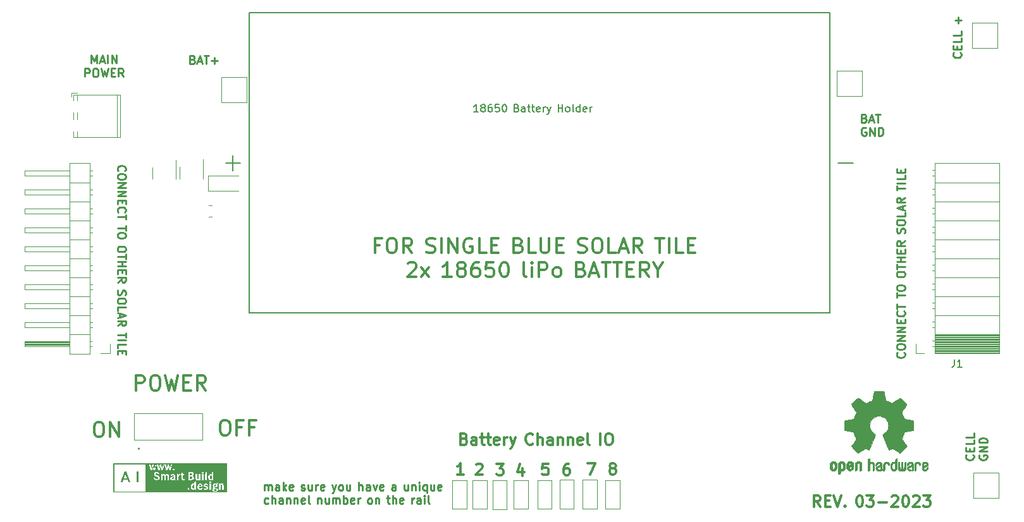
<source format=gbr>
%TF.GenerationSoftware,KiCad,Pcbnew,(7.0.0)*%
%TF.CreationDate,2023-03-03T13:32:30+01:00*%
%TF.ProjectId,Solar Cell offgrid Power,536f6c61-7220-4436-956c-6c206f666667,rev?*%
%TF.SameCoordinates,Original*%
%TF.FileFunction,Legend,Top*%
%TF.FilePolarity,Positive*%
%FSLAX46Y46*%
G04 Gerber Fmt 4.6, Leading zero omitted, Abs format (unit mm)*
G04 Created by KiCad (PCBNEW (7.0.0)) date 2023-03-03 13:32:30*
%MOMM*%
%LPD*%
G01*
G04 APERTURE LIST*
%ADD10C,0.300000*%
%ADD11C,0.275000*%
%ADD12C,0.150000*%
%ADD13C,0.120000*%
%ADD14C,0.010000*%
%ADD15C,0.200000*%
%ADD16C,0.127000*%
G04 APERTURE END LIST*
D10*
X112917142Y-121624761D02*
X113298095Y-121624761D01*
X113298095Y-121624761D02*
X113488571Y-121720000D01*
X113488571Y-121720000D02*
X113679047Y-121910476D01*
X113679047Y-121910476D02*
X113774285Y-122291428D01*
X113774285Y-122291428D02*
X113774285Y-122958095D01*
X113774285Y-122958095D02*
X113679047Y-123339047D01*
X113679047Y-123339047D02*
X113488571Y-123529523D01*
X113488571Y-123529523D02*
X113298095Y-123624761D01*
X113298095Y-123624761D02*
X112917142Y-123624761D01*
X112917142Y-123624761D02*
X112726666Y-123529523D01*
X112726666Y-123529523D02*
X112536190Y-123339047D01*
X112536190Y-123339047D02*
X112440952Y-122958095D01*
X112440952Y-122958095D02*
X112440952Y-122291428D01*
X112440952Y-122291428D02*
X112536190Y-121910476D01*
X112536190Y-121910476D02*
X112726666Y-121720000D01*
X112726666Y-121720000D02*
X112917142Y-121624761D01*
X114631428Y-123624761D02*
X114631428Y-121624761D01*
X114631428Y-121624761D02*
X115774285Y-123624761D01*
X115774285Y-123624761D02*
X115774285Y-121624761D01*
X181741428Y-127806428D02*
X181598571Y-127735000D01*
X181598571Y-127735000D02*
X181527142Y-127663571D01*
X181527142Y-127663571D02*
X181455714Y-127520714D01*
X181455714Y-127520714D02*
X181455714Y-127449285D01*
X181455714Y-127449285D02*
X181527142Y-127306428D01*
X181527142Y-127306428D02*
X181598571Y-127235000D01*
X181598571Y-127235000D02*
X181741428Y-127163571D01*
X181741428Y-127163571D02*
X182027142Y-127163571D01*
X182027142Y-127163571D02*
X182170000Y-127235000D01*
X182170000Y-127235000D02*
X182241428Y-127306428D01*
X182241428Y-127306428D02*
X182312857Y-127449285D01*
X182312857Y-127449285D02*
X182312857Y-127520714D01*
X182312857Y-127520714D02*
X182241428Y-127663571D01*
X182241428Y-127663571D02*
X182170000Y-127735000D01*
X182170000Y-127735000D02*
X182027142Y-127806428D01*
X182027142Y-127806428D02*
X181741428Y-127806428D01*
X181741428Y-127806428D02*
X181598571Y-127877857D01*
X181598571Y-127877857D02*
X181527142Y-127949285D01*
X181527142Y-127949285D02*
X181455714Y-128092142D01*
X181455714Y-128092142D02*
X181455714Y-128377857D01*
X181455714Y-128377857D02*
X181527142Y-128520714D01*
X181527142Y-128520714D02*
X181598571Y-128592142D01*
X181598571Y-128592142D02*
X181741428Y-128663571D01*
X181741428Y-128663571D02*
X182027142Y-128663571D01*
X182027142Y-128663571D02*
X182170000Y-128592142D01*
X182170000Y-128592142D02*
X182241428Y-128520714D01*
X182241428Y-128520714D02*
X182312857Y-128377857D01*
X182312857Y-128377857D02*
X182312857Y-128092142D01*
X182312857Y-128092142D02*
X182241428Y-127949285D01*
X182241428Y-127949285D02*
X182170000Y-127877857D01*
X182170000Y-127877857D02*
X182027142Y-127806428D01*
D11*
X125658571Y-73074428D02*
X125815714Y-73126809D01*
X125815714Y-73126809D02*
X125868095Y-73179190D01*
X125868095Y-73179190D02*
X125920476Y-73283952D01*
X125920476Y-73283952D02*
X125920476Y-73441095D01*
X125920476Y-73441095D02*
X125868095Y-73545857D01*
X125868095Y-73545857D02*
X125815714Y-73598238D01*
X125815714Y-73598238D02*
X125710952Y-73650619D01*
X125710952Y-73650619D02*
X125291904Y-73650619D01*
X125291904Y-73650619D02*
X125291904Y-72550619D01*
X125291904Y-72550619D02*
X125658571Y-72550619D01*
X125658571Y-72550619D02*
X125763333Y-72603000D01*
X125763333Y-72603000D02*
X125815714Y-72655380D01*
X125815714Y-72655380D02*
X125868095Y-72760142D01*
X125868095Y-72760142D02*
X125868095Y-72864904D01*
X125868095Y-72864904D02*
X125815714Y-72969666D01*
X125815714Y-72969666D02*
X125763333Y-73022047D01*
X125763333Y-73022047D02*
X125658571Y-73074428D01*
X125658571Y-73074428D02*
X125291904Y-73074428D01*
X126339523Y-73336333D02*
X126863333Y-73336333D01*
X126234761Y-73650619D02*
X126601428Y-72550619D01*
X126601428Y-72550619D02*
X126968095Y-73650619D01*
X127177618Y-72550619D02*
X127806190Y-72550619D01*
X127491904Y-73650619D02*
X127491904Y-72550619D01*
X128172856Y-73231571D02*
X129010952Y-73231571D01*
X128591904Y-73650619D02*
X128591904Y-72812523D01*
D10*
X162007142Y-123877857D02*
X162221428Y-123949285D01*
X162221428Y-123949285D02*
X162292857Y-124020714D01*
X162292857Y-124020714D02*
X162364285Y-124163571D01*
X162364285Y-124163571D02*
X162364285Y-124377857D01*
X162364285Y-124377857D02*
X162292857Y-124520714D01*
X162292857Y-124520714D02*
X162221428Y-124592142D01*
X162221428Y-124592142D02*
X162078571Y-124663571D01*
X162078571Y-124663571D02*
X161507142Y-124663571D01*
X161507142Y-124663571D02*
X161507142Y-123163571D01*
X161507142Y-123163571D02*
X162007142Y-123163571D01*
X162007142Y-123163571D02*
X162150000Y-123235000D01*
X162150000Y-123235000D02*
X162221428Y-123306428D01*
X162221428Y-123306428D02*
X162292857Y-123449285D01*
X162292857Y-123449285D02*
X162292857Y-123592142D01*
X162292857Y-123592142D02*
X162221428Y-123735000D01*
X162221428Y-123735000D02*
X162150000Y-123806428D01*
X162150000Y-123806428D02*
X162007142Y-123877857D01*
X162007142Y-123877857D02*
X161507142Y-123877857D01*
X163650000Y-124663571D02*
X163650000Y-123877857D01*
X163650000Y-123877857D02*
X163578571Y-123735000D01*
X163578571Y-123735000D02*
X163435714Y-123663571D01*
X163435714Y-123663571D02*
X163150000Y-123663571D01*
X163150000Y-123663571D02*
X163007142Y-123735000D01*
X163650000Y-124592142D02*
X163507142Y-124663571D01*
X163507142Y-124663571D02*
X163150000Y-124663571D01*
X163150000Y-124663571D02*
X163007142Y-124592142D01*
X163007142Y-124592142D02*
X162935714Y-124449285D01*
X162935714Y-124449285D02*
X162935714Y-124306428D01*
X162935714Y-124306428D02*
X163007142Y-124163571D01*
X163007142Y-124163571D02*
X163150000Y-124092142D01*
X163150000Y-124092142D02*
X163507142Y-124092142D01*
X163507142Y-124092142D02*
X163650000Y-124020714D01*
X164150000Y-123663571D02*
X164721428Y-123663571D01*
X164364285Y-123163571D02*
X164364285Y-124449285D01*
X164364285Y-124449285D02*
X164435714Y-124592142D01*
X164435714Y-124592142D02*
X164578571Y-124663571D01*
X164578571Y-124663571D02*
X164721428Y-124663571D01*
X165007143Y-123663571D02*
X165578571Y-123663571D01*
X165221428Y-123163571D02*
X165221428Y-124449285D01*
X165221428Y-124449285D02*
X165292857Y-124592142D01*
X165292857Y-124592142D02*
X165435714Y-124663571D01*
X165435714Y-124663571D02*
X165578571Y-124663571D01*
X166650000Y-124592142D02*
X166507143Y-124663571D01*
X166507143Y-124663571D02*
X166221429Y-124663571D01*
X166221429Y-124663571D02*
X166078571Y-124592142D01*
X166078571Y-124592142D02*
X166007143Y-124449285D01*
X166007143Y-124449285D02*
X166007143Y-123877857D01*
X166007143Y-123877857D02*
X166078571Y-123735000D01*
X166078571Y-123735000D02*
X166221429Y-123663571D01*
X166221429Y-123663571D02*
X166507143Y-123663571D01*
X166507143Y-123663571D02*
X166650000Y-123735000D01*
X166650000Y-123735000D02*
X166721429Y-123877857D01*
X166721429Y-123877857D02*
X166721429Y-124020714D01*
X166721429Y-124020714D02*
X166007143Y-124163571D01*
X167364285Y-124663571D02*
X167364285Y-123663571D01*
X167364285Y-123949285D02*
X167435714Y-123806428D01*
X167435714Y-123806428D02*
X167507143Y-123735000D01*
X167507143Y-123735000D02*
X167650000Y-123663571D01*
X167650000Y-123663571D02*
X167792857Y-123663571D01*
X168149999Y-123663571D02*
X168507142Y-124663571D01*
X168864285Y-123663571D02*
X168507142Y-124663571D01*
X168507142Y-124663571D02*
X168364285Y-125020714D01*
X168364285Y-125020714D02*
X168292856Y-125092142D01*
X168292856Y-125092142D02*
X168149999Y-125163571D01*
X171192856Y-124520714D02*
X171121428Y-124592142D01*
X171121428Y-124592142D02*
X170907142Y-124663571D01*
X170907142Y-124663571D02*
X170764285Y-124663571D01*
X170764285Y-124663571D02*
X170549999Y-124592142D01*
X170549999Y-124592142D02*
X170407142Y-124449285D01*
X170407142Y-124449285D02*
X170335713Y-124306428D01*
X170335713Y-124306428D02*
X170264285Y-124020714D01*
X170264285Y-124020714D02*
X170264285Y-123806428D01*
X170264285Y-123806428D02*
X170335713Y-123520714D01*
X170335713Y-123520714D02*
X170407142Y-123377857D01*
X170407142Y-123377857D02*
X170549999Y-123235000D01*
X170549999Y-123235000D02*
X170764285Y-123163571D01*
X170764285Y-123163571D02*
X170907142Y-123163571D01*
X170907142Y-123163571D02*
X171121428Y-123235000D01*
X171121428Y-123235000D02*
X171192856Y-123306428D01*
X171835713Y-124663571D02*
X171835713Y-123163571D01*
X172478571Y-124663571D02*
X172478571Y-123877857D01*
X172478571Y-123877857D02*
X172407142Y-123735000D01*
X172407142Y-123735000D02*
X172264285Y-123663571D01*
X172264285Y-123663571D02*
X172049999Y-123663571D01*
X172049999Y-123663571D02*
X171907142Y-123735000D01*
X171907142Y-123735000D02*
X171835713Y-123806428D01*
X173835714Y-124663571D02*
X173835714Y-123877857D01*
X173835714Y-123877857D02*
X173764285Y-123735000D01*
X173764285Y-123735000D02*
X173621428Y-123663571D01*
X173621428Y-123663571D02*
X173335714Y-123663571D01*
X173335714Y-123663571D02*
X173192856Y-123735000D01*
X173835714Y-124592142D02*
X173692856Y-124663571D01*
X173692856Y-124663571D02*
X173335714Y-124663571D01*
X173335714Y-124663571D02*
X173192856Y-124592142D01*
X173192856Y-124592142D02*
X173121428Y-124449285D01*
X173121428Y-124449285D02*
X173121428Y-124306428D01*
X173121428Y-124306428D02*
X173192856Y-124163571D01*
X173192856Y-124163571D02*
X173335714Y-124092142D01*
X173335714Y-124092142D02*
X173692856Y-124092142D01*
X173692856Y-124092142D02*
X173835714Y-124020714D01*
X174549999Y-123663571D02*
X174549999Y-124663571D01*
X174549999Y-123806428D02*
X174621428Y-123735000D01*
X174621428Y-123735000D02*
X174764285Y-123663571D01*
X174764285Y-123663571D02*
X174978571Y-123663571D01*
X174978571Y-123663571D02*
X175121428Y-123735000D01*
X175121428Y-123735000D02*
X175192857Y-123877857D01*
X175192857Y-123877857D02*
X175192857Y-124663571D01*
X175907142Y-123663571D02*
X175907142Y-124663571D01*
X175907142Y-123806428D02*
X175978571Y-123735000D01*
X175978571Y-123735000D02*
X176121428Y-123663571D01*
X176121428Y-123663571D02*
X176335714Y-123663571D01*
X176335714Y-123663571D02*
X176478571Y-123735000D01*
X176478571Y-123735000D02*
X176550000Y-123877857D01*
X176550000Y-123877857D02*
X176550000Y-124663571D01*
X177835714Y-124592142D02*
X177692857Y-124663571D01*
X177692857Y-124663571D02*
X177407143Y-124663571D01*
X177407143Y-124663571D02*
X177264285Y-124592142D01*
X177264285Y-124592142D02*
X177192857Y-124449285D01*
X177192857Y-124449285D02*
X177192857Y-123877857D01*
X177192857Y-123877857D02*
X177264285Y-123735000D01*
X177264285Y-123735000D02*
X177407143Y-123663571D01*
X177407143Y-123663571D02*
X177692857Y-123663571D01*
X177692857Y-123663571D02*
X177835714Y-123735000D01*
X177835714Y-123735000D02*
X177907143Y-123877857D01*
X177907143Y-123877857D02*
X177907143Y-124020714D01*
X177907143Y-124020714D02*
X177192857Y-124163571D01*
X178764285Y-124663571D02*
X178621428Y-124592142D01*
X178621428Y-124592142D02*
X178549999Y-124449285D01*
X178549999Y-124449285D02*
X178549999Y-123163571D01*
X180235713Y-124663571D02*
X180235713Y-123163571D01*
X181235714Y-123163571D02*
X181521428Y-123163571D01*
X181521428Y-123163571D02*
X181664285Y-123235000D01*
X181664285Y-123235000D02*
X181807142Y-123377857D01*
X181807142Y-123377857D02*
X181878571Y-123663571D01*
X181878571Y-123663571D02*
X181878571Y-124163571D01*
X181878571Y-124163571D02*
X181807142Y-124449285D01*
X181807142Y-124449285D02*
X181664285Y-124592142D01*
X181664285Y-124592142D02*
X181521428Y-124663571D01*
X181521428Y-124663571D02*
X181235714Y-124663571D01*
X181235714Y-124663571D02*
X181092857Y-124592142D01*
X181092857Y-124592142D02*
X180949999Y-124449285D01*
X180949999Y-124449285D02*
X180878571Y-124163571D01*
X180878571Y-124163571D02*
X180878571Y-123663571D01*
X180878571Y-123663571D02*
X180949999Y-123377857D01*
X180949999Y-123377857D02*
X181092857Y-123235000D01*
X181092857Y-123235000D02*
X181235714Y-123163571D01*
X118076190Y-117384761D02*
X118076190Y-115384761D01*
X118076190Y-115384761D02*
X118838095Y-115384761D01*
X118838095Y-115384761D02*
X119028571Y-115480000D01*
X119028571Y-115480000D02*
X119123809Y-115575238D01*
X119123809Y-115575238D02*
X119219047Y-115765714D01*
X119219047Y-115765714D02*
X119219047Y-116051428D01*
X119219047Y-116051428D02*
X119123809Y-116241904D01*
X119123809Y-116241904D02*
X119028571Y-116337142D01*
X119028571Y-116337142D02*
X118838095Y-116432380D01*
X118838095Y-116432380D02*
X118076190Y-116432380D01*
X120457142Y-115384761D02*
X120838095Y-115384761D01*
X120838095Y-115384761D02*
X121028571Y-115480000D01*
X121028571Y-115480000D02*
X121219047Y-115670476D01*
X121219047Y-115670476D02*
X121314285Y-116051428D01*
X121314285Y-116051428D02*
X121314285Y-116718095D01*
X121314285Y-116718095D02*
X121219047Y-117099047D01*
X121219047Y-117099047D02*
X121028571Y-117289523D01*
X121028571Y-117289523D02*
X120838095Y-117384761D01*
X120838095Y-117384761D02*
X120457142Y-117384761D01*
X120457142Y-117384761D02*
X120266666Y-117289523D01*
X120266666Y-117289523D02*
X120076190Y-117099047D01*
X120076190Y-117099047D02*
X119980952Y-116718095D01*
X119980952Y-116718095D02*
X119980952Y-116051428D01*
X119980952Y-116051428D02*
X120076190Y-115670476D01*
X120076190Y-115670476D02*
X120266666Y-115480000D01*
X120266666Y-115480000D02*
X120457142Y-115384761D01*
X121980952Y-115384761D02*
X122457142Y-117384761D01*
X122457142Y-117384761D02*
X122838095Y-115956190D01*
X122838095Y-115956190D02*
X123219047Y-117384761D01*
X123219047Y-117384761D02*
X123695238Y-115384761D01*
X124457142Y-116337142D02*
X125123809Y-116337142D01*
X125409523Y-117384761D02*
X124457142Y-117384761D01*
X124457142Y-117384761D02*
X124457142Y-115384761D01*
X124457142Y-115384761D02*
X125409523Y-115384761D01*
X127409523Y-117384761D02*
X126742856Y-116432380D01*
X126266666Y-117384761D02*
X126266666Y-115384761D01*
X126266666Y-115384761D02*
X127028571Y-115384761D01*
X127028571Y-115384761D02*
X127219047Y-115480000D01*
X127219047Y-115480000D02*
X127314285Y-115575238D01*
X127314285Y-115575238D02*
X127409523Y-115765714D01*
X127409523Y-115765714D02*
X127409523Y-116051428D01*
X127409523Y-116051428D02*
X127314285Y-116241904D01*
X127314285Y-116241904D02*
X127219047Y-116337142D01*
X127219047Y-116337142D02*
X127028571Y-116432380D01*
X127028571Y-116432380D02*
X126266666Y-116432380D01*
X166344285Y-127273571D02*
X167272857Y-127273571D01*
X167272857Y-127273571D02*
X166772857Y-127845000D01*
X166772857Y-127845000D02*
X166987142Y-127845000D01*
X166987142Y-127845000D02*
X167130000Y-127916428D01*
X167130000Y-127916428D02*
X167201428Y-127987857D01*
X167201428Y-127987857D02*
X167272857Y-128130714D01*
X167272857Y-128130714D02*
X167272857Y-128487857D01*
X167272857Y-128487857D02*
X167201428Y-128630714D01*
X167201428Y-128630714D02*
X167130000Y-128702142D01*
X167130000Y-128702142D02*
X166987142Y-128773571D01*
X166987142Y-128773571D02*
X166558571Y-128773571D01*
X166558571Y-128773571D02*
X166415714Y-128702142D01*
X166415714Y-128702142D02*
X166344285Y-128630714D01*
X178504285Y-127143571D02*
X179504285Y-127143571D01*
X179504285Y-127143571D02*
X178861428Y-128643571D01*
D11*
X220885857Y-112319523D02*
X220938238Y-112371904D01*
X220938238Y-112371904D02*
X220990619Y-112529047D01*
X220990619Y-112529047D02*
X220990619Y-112633809D01*
X220990619Y-112633809D02*
X220938238Y-112790952D01*
X220938238Y-112790952D02*
X220833476Y-112895714D01*
X220833476Y-112895714D02*
X220728714Y-112948095D01*
X220728714Y-112948095D02*
X220519190Y-113000476D01*
X220519190Y-113000476D02*
X220362047Y-113000476D01*
X220362047Y-113000476D02*
X220152523Y-112948095D01*
X220152523Y-112948095D02*
X220047761Y-112895714D01*
X220047761Y-112895714D02*
X219943000Y-112790952D01*
X219943000Y-112790952D02*
X219890619Y-112633809D01*
X219890619Y-112633809D02*
X219890619Y-112529047D01*
X219890619Y-112529047D02*
X219943000Y-112371904D01*
X219943000Y-112371904D02*
X219995380Y-112319523D01*
X219890619Y-111638571D02*
X219890619Y-111429047D01*
X219890619Y-111429047D02*
X219943000Y-111324285D01*
X219943000Y-111324285D02*
X220047761Y-111219523D01*
X220047761Y-111219523D02*
X220257285Y-111167142D01*
X220257285Y-111167142D02*
X220623952Y-111167142D01*
X220623952Y-111167142D02*
X220833476Y-111219523D01*
X220833476Y-111219523D02*
X220938238Y-111324285D01*
X220938238Y-111324285D02*
X220990619Y-111429047D01*
X220990619Y-111429047D02*
X220990619Y-111638571D01*
X220990619Y-111638571D02*
X220938238Y-111743333D01*
X220938238Y-111743333D02*
X220833476Y-111848095D01*
X220833476Y-111848095D02*
X220623952Y-111900476D01*
X220623952Y-111900476D02*
X220257285Y-111900476D01*
X220257285Y-111900476D02*
X220047761Y-111848095D01*
X220047761Y-111848095D02*
X219943000Y-111743333D01*
X219943000Y-111743333D02*
X219890619Y-111638571D01*
X220990619Y-110695714D02*
X219890619Y-110695714D01*
X219890619Y-110695714D02*
X220990619Y-110067142D01*
X220990619Y-110067142D02*
X219890619Y-110067142D01*
X220990619Y-109543333D02*
X219890619Y-109543333D01*
X219890619Y-109543333D02*
X220990619Y-108914761D01*
X220990619Y-108914761D02*
X219890619Y-108914761D01*
X220414428Y-108390952D02*
X220414428Y-108024285D01*
X220990619Y-107867142D02*
X220990619Y-108390952D01*
X220990619Y-108390952D02*
X219890619Y-108390952D01*
X219890619Y-108390952D02*
X219890619Y-107867142D01*
X220885857Y-106767142D02*
X220938238Y-106819523D01*
X220938238Y-106819523D02*
X220990619Y-106976666D01*
X220990619Y-106976666D02*
X220990619Y-107081428D01*
X220990619Y-107081428D02*
X220938238Y-107238571D01*
X220938238Y-107238571D02*
X220833476Y-107343333D01*
X220833476Y-107343333D02*
X220728714Y-107395714D01*
X220728714Y-107395714D02*
X220519190Y-107448095D01*
X220519190Y-107448095D02*
X220362047Y-107448095D01*
X220362047Y-107448095D02*
X220152523Y-107395714D01*
X220152523Y-107395714D02*
X220047761Y-107343333D01*
X220047761Y-107343333D02*
X219943000Y-107238571D01*
X219943000Y-107238571D02*
X219890619Y-107081428D01*
X219890619Y-107081428D02*
X219890619Y-106976666D01*
X219890619Y-106976666D02*
X219943000Y-106819523D01*
X219943000Y-106819523D02*
X219995380Y-106767142D01*
X219890619Y-106452857D02*
X219890619Y-105824285D01*
X220990619Y-106138571D02*
X219890619Y-106138571D01*
X219890619Y-104954762D02*
X219890619Y-104326190D01*
X220990619Y-104640476D02*
X219890619Y-104640476D01*
X219890619Y-103750000D02*
X219890619Y-103540476D01*
X219890619Y-103540476D02*
X219943000Y-103435714D01*
X219943000Y-103435714D02*
X220047761Y-103330952D01*
X220047761Y-103330952D02*
X220257285Y-103278571D01*
X220257285Y-103278571D02*
X220623952Y-103278571D01*
X220623952Y-103278571D02*
X220833476Y-103330952D01*
X220833476Y-103330952D02*
X220938238Y-103435714D01*
X220938238Y-103435714D02*
X220990619Y-103540476D01*
X220990619Y-103540476D02*
X220990619Y-103750000D01*
X220990619Y-103750000D02*
X220938238Y-103854762D01*
X220938238Y-103854762D02*
X220833476Y-103959524D01*
X220833476Y-103959524D02*
X220623952Y-104011905D01*
X220623952Y-104011905D02*
X220257285Y-104011905D01*
X220257285Y-104011905D02*
X220047761Y-103959524D01*
X220047761Y-103959524D02*
X219943000Y-103854762D01*
X219943000Y-103854762D02*
X219890619Y-103750000D01*
X219890619Y-101937619D02*
X219890619Y-101728095D01*
X219890619Y-101728095D02*
X219943000Y-101623333D01*
X219943000Y-101623333D02*
X220047761Y-101518571D01*
X220047761Y-101518571D02*
X220257285Y-101466190D01*
X220257285Y-101466190D02*
X220623952Y-101466190D01*
X220623952Y-101466190D02*
X220833476Y-101518571D01*
X220833476Y-101518571D02*
X220938238Y-101623333D01*
X220938238Y-101623333D02*
X220990619Y-101728095D01*
X220990619Y-101728095D02*
X220990619Y-101937619D01*
X220990619Y-101937619D02*
X220938238Y-102042381D01*
X220938238Y-102042381D02*
X220833476Y-102147143D01*
X220833476Y-102147143D02*
X220623952Y-102199524D01*
X220623952Y-102199524D02*
X220257285Y-102199524D01*
X220257285Y-102199524D02*
X220047761Y-102147143D01*
X220047761Y-102147143D02*
X219943000Y-102042381D01*
X219943000Y-102042381D02*
X219890619Y-101937619D01*
X219890619Y-101151905D02*
X219890619Y-100523333D01*
X220990619Y-100837619D02*
X219890619Y-100837619D01*
X220990619Y-100156667D02*
X219890619Y-100156667D01*
X220414428Y-100156667D02*
X220414428Y-99528095D01*
X220990619Y-99528095D02*
X219890619Y-99528095D01*
X220414428Y-99004286D02*
X220414428Y-98637619D01*
X220990619Y-98480476D02*
X220990619Y-99004286D01*
X220990619Y-99004286D02*
X219890619Y-99004286D01*
X219890619Y-99004286D02*
X219890619Y-98480476D01*
X220990619Y-97380476D02*
X220466809Y-97747143D01*
X220990619Y-98009048D02*
X219890619Y-98009048D01*
X219890619Y-98009048D02*
X219890619Y-97590000D01*
X219890619Y-97590000D02*
X219943000Y-97485238D01*
X219943000Y-97485238D02*
X219995380Y-97432857D01*
X219995380Y-97432857D02*
X220100142Y-97380476D01*
X220100142Y-97380476D02*
X220257285Y-97380476D01*
X220257285Y-97380476D02*
X220362047Y-97432857D01*
X220362047Y-97432857D02*
X220414428Y-97485238D01*
X220414428Y-97485238D02*
X220466809Y-97590000D01*
X220466809Y-97590000D02*
X220466809Y-98009048D01*
X220938238Y-96301429D02*
X220990619Y-96144286D01*
X220990619Y-96144286D02*
X220990619Y-95882381D01*
X220990619Y-95882381D02*
X220938238Y-95777619D01*
X220938238Y-95777619D02*
X220885857Y-95725238D01*
X220885857Y-95725238D02*
X220781095Y-95672857D01*
X220781095Y-95672857D02*
X220676333Y-95672857D01*
X220676333Y-95672857D02*
X220571571Y-95725238D01*
X220571571Y-95725238D02*
X220519190Y-95777619D01*
X220519190Y-95777619D02*
X220466809Y-95882381D01*
X220466809Y-95882381D02*
X220414428Y-96091905D01*
X220414428Y-96091905D02*
X220362047Y-96196667D01*
X220362047Y-96196667D02*
X220309666Y-96249048D01*
X220309666Y-96249048D02*
X220204904Y-96301429D01*
X220204904Y-96301429D02*
X220100142Y-96301429D01*
X220100142Y-96301429D02*
X219995380Y-96249048D01*
X219995380Y-96249048D02*
X219943000Y-96196667D01*
X219943000Y-96196667D02*
X219890619Y-96091905D01*
X219890619Y-96091905D02*
X219890619Y-95830000D01*
X219890619Y-95830000D02*
X219943000Y-95672857D01*
X219890619Y-94991905D02*
X219890619Y-94782381D01*
X219890619Y-94782381D02*
X219943000Y-94677619D01*
X219943000Y-94677619D02*
X220047761Y-94572857D01*
X220047761Y-94572857D02*
X220257285Y-94520476D01*
X220257285Y-94520476D02*
X220623952Y-94520476D01*
X220623952Y-94520476D02*
X220833476Y-94572857D01*
X220833476Y-94572857D02*
X220938238Y-94677619D01*
X220938238Y-94677619D02*
X220990619Y-94782381D01*
X220990619Y-94782381D02*
X220990619Y-94991905D01*
X220990619Y-94991905D02*
X220938238Y-95096667D01*
X220938238Y-95096667D02*
X220833476Y-95201429D01*
X220833476Y-95201429D02*
X220623952Y-95253810D01*
X220623952Y-95253810D02*
X220257285Y-95253810D01*
X220257285Y-95253810D02*
X220047761Y-95201429D01*
X220047761Y-95201429D02*
X219943000Y-95096667D01*
X219943000Y-95096667D02*
X219890619Y-94991905D01*
X220990619Y-93525238D02*
X220990619Y-94049048D01*
X220990619Y-94049048D02*
X219890619Y-94049048D01*
X220676333Y-93210953D02*
X220676333Y-92687143D01*
X220990619Y-93315715D02*
X219890619Y-92949048D01*
X219890619Y-92949048D02*
X220990619Y-92582381D01*
X220990619Y-91587143D02*
X220466809Y-91953810D01*
X220990619Y-92215715D02*
X219890619Y-92215715D01*
X219890619Y-92215715D02*
X219890619Y-91796667D01*
X219890619Y-91796667D02*
X219943000Y-91691905D01*
X219943000Y-91691905D02*
X219995380Y-91639524D01*
X219995380Y-91639524D02*
X220100142Y-91587143D01*
X220100142Y-91587143D02*
X220257285Y-91587143D01*
X220257285Y-91587143D02*
X220362047Y-91639524D01*
X220362047Y-91639524D02*
X220414428Y-91691905D01*
X220414428Y-91691905D02*
X220466809Y-91796667D01*
X220466809Y-91796667D02*
X220466809Y-92215715D01*
X219890619Y-90612858D02*
X219890619Y-89984286D01*
X220990619Y-90298572D02*
X219890619Y-90298572D01*
X220990619Y-89617620D02*
X219890619Y-89617620D01*
X220990619Y-88570000D02*
X220990619Y-89093810D01*
X220990619Y-89093810D02*
X219890619Y-89093810D01*
X220414428Y-88203334D02*
X220414428Y-87836667D01*
X220990619Y-87679524D02*
X220990619Y-88203334D01*
X220990619Y-88203334D02*
X219890619Y-88203334D01*
X219890619Y-88203334D02*
X219890619Y-87679524D01*
X115694142Y-87970476D02*
X115641761Y-87918095D01*
X115641761Y-87918095D02*
X115589380Y-87760952D01*
X115589380Y-87760952D02*
X115589380Y-87656190D01*
X115589380Y-87656190D02*
X115641761Y-87499047D01*
X115641761Y-87499047D02*
X115746523Y-87394285D01*
X115746523Y-87394285D02*
X115851285Y-87341904D01*
X115851285Y-87341904D02*
X116060809Y-87289523D01*
X116060809Y-87289523D02*
X116217952Y-87289523D01*
X116217952Y-87289523D02*
X116427476Y-87341904D01*
X116427476Y-87341904D02*
X116532238Y-87394285D01*
X116532238Y-87394285D02*
X116637000Y-87499047D01*
X116637000Y-87499047D02*
X116689380Y-87656190D01*
X116689380Y-87656190D02*
X116689380Y-87760952D01*
X116689380Y-87760952D02*
X116637000Y-87918095D01*
X116637000Y-87918095D02*
X116584619Y-87970476D01*
X116689380Y-88651428D02*
X116689380Y-88860952D01*
X116689380Y-88860952D02*
X116637000Y-88965714D01*
X116637000Y-88965714D02*
X116532238Y-89070476D01*
X116532238Y-89070476D02*
X116322714Y-89122857D01*
X116322714Y-89122857D02*
X115956047Y-89122857D01*
X115956047Y-89122857D02*
X115746523Y-89070476D01*
X115746523Y-89070476D02*
X115641761Y-88965714D01*
X115641761Y-88965714D02*
X115589380Y-88860952D01*
X115589380Y-88860952D02*
X115589380Y-88651428D01*
X115589380Y-88651428D02*
X115641761Y-88546666D01*
X115641761Y-88546666D02*
X115746523Y-88441904D01*
X115746523Y-88441904D02*
X115956047Y-88389523D01*
X115956047Y-88389523D02*
X116322714Y-88389523D01*
X116322714Y-88389523D02*
X116532238Y-88441904D01*
X116532238Y-88441904D02*
X116637000Y-88546666D01*
X116637000Y-88546666D02*
X116689380Y-88651428D01*
X115589380Y-89594285D02*
X116689380Y-89594285D01*
X116689380Y-89594285D02*
X115589380Y-90222857D01*
X115589380Y-90222857D02*
X116689380Y-90222857D01*
X115589380Y-90746666D02*
X116689380Y-90746666D01*
X116689380Y-90746666D02*
X115589380Y-91375238D01*
X115589380Y-91375238D02*
X116689380Y-91375238D01*
X116165571Y-91899047D02*
X116165571Y-92265714D01*
X115589380Y-92422857D02*
X115589380Y-91899047D01*
X115589380Y-91899047D02*
X116689380Y-91899047D01*
X116689380Y-91899047D02*
X116689380Y-92422857D01*
X115694142Y-93522857D02*
X115641761Y-93470476D01*
X115641761Y-93470476D02*
X115589380Y-93313333D01*
X115589380Y-93313333D02*
X115589380Y-93208571D01*
X115589380Y-93208571D02*
X115641761Y-93051428D01*
X115641761Y-93051428D02*
X115746523Y-92946666D01*
X115746523Y-92946666D02*
X115851285Y-92894285D01*
X115851285Y-92894285D02*
X116060809Y-92841904D01*
X116060809Y-92841904D02*
X116217952Y-92841904D01*
X116217952Y-92841904D02*
X116427476Y-92894285D01*
X116427476Y-92894285D02*
X116532238Y-92946666D01*
X116532238Y-92946666D02*
X116637000Y-93051428D01*
X116637000Y-93051428D02*
X116689380Y-93208571D01*
X116689380Y-93208571D02*
X116689380Y-93313333D01*
X116689380Y-93313333D02*
X116637000Y-93470476D01*
X116637000Y-93470476D02*
X116584619Y-93522857D01*
X116689380Y-93837142D02*
X116689380Y-94465714D01*
X115589380Y-94151428D02*
X116689380Y-94151428D01*
X116689380Y-95335237D02*
X116689380Y-95963809D01*
X115589380Y-95649523D02*
X116689380Y-95649523D01*
X116689380Y-96539999D02*
X116689380Y-96749523D01*
X116689380Y-96749523D02*
X116637000Y-96854285D01*
X116637000Y-96854285D02*
X116532238Y-96959047D01*
X116532238Y-96959047D02*
X116322714Y-97011428D01*
X116322714Y-97011428D02*
X115956047Y-97011428D01*
X115956047Y-97011428D02*
X115746523Y-96959047D01*
X115746523Y-96959047D02*
X115641761Y-96854285D01*
X115641761Y-96854285D02*
X115589380Y-96749523D01*
X115589380Y-96749523D02*
X115589380Y-96539999D01*
X115589380Y-96539999D02*
X115641761Y-96435237D01*
X115641761Y-96435237D02*
X115746523Y-96330475D01*
X115746523Y-96330475D02*
X115956047Y-96278094D01*
X115956047Y-96278094D02*
X116322714Y-96278094D01*
X116322714Y-96278094D02*
X116532238Y-96330475D01*
X116532238Y-96330475D02*
X116637000Y-96435237D01*
X116637000Y-96435237D02*
X116689380Y-96539999D01*
X116689380Y-98352380D02*
X116689380Y-98561904D01*
X116689380Y-98561904D02*
X116637000Y-98666666D01*
X116637000Y-98666666D02*
X116532238Y-98771428D01*
X116532238Y-98771428D02*
X116322714Y-98823809D01*
X116322714Y-98823809D02*
X115956047Y-98823809D01*
X115956047Y-98823809D02*
X115746523Y-98771428D01*
X115746523Y-98771428D02*
X115641761Y-98666666D01*
X115641761Y-98666666D02*
X115589380Y-98561904D01*
X115589380Y-98561904D02*
X115589380Y-98352380D01*
X115589380Y-98352380D02*
X115641761Y-98247618D01*
X115641761Y-98247618D02*
X115746523Y-98142856D01*
X115746523Y-98142856D02*
X115956047Y-98090475D01*
X115956047Y-98090475D02*
X116322714Y-98090475D01*
X116322714Y-98090475D02*
X116532238Y-98142856D01*
X116532238Y-98142856D02*
X116637000Y-98247618D01*
X116637000Y-98247618D02*
X116689380Y-98352380D01*
X116689380Y-99138094D02*
X116689380Y-99766666D01*
X115589380Y-99452380D02*
X116689380Y-99452380D01*
X115589380Y-100133332D02*
X116689380Y-100133332D01*
X116165571Y-100133332D02*
X116165571Y-100761904D01*
X115589380Y-100761904D02*
X116689380Y-100761904D01*
X116165571Y-101285713D02*
X116165571Y-101652380D01*
X115589380Y-101809523D02*
X115589380Y-101285713D01*
X115589380Y-101285713D02*
X116689380Y-101285713D01*
X116689380Y-101285713D02*
X116689380Y-101809523D01*
X115589380Y-102909523D02*
X116113190Y-102542856D01*
X115589380Y-102280951D02*
X116689380Y-102280951D01*
X116689380Y-102280951D02*
X116689380Y-102699999D01*
X116689380Y-102699999D02*
X116637000Y-102804761D01*
X116637000Y-102804761D02*
X116584619Y-102857142D01*
X116584619Y-102857142D02*
X116479857Y-102909523D01*
X116479857Y-102909523D02*
X116322714Y-102909523D01*
X116322714Y-102909523D02*
X116217952Y-102857142D01*
X116217952Y-102857142D02*
X116165571Y-102804761D01*
X116165571Y-102804761D02*
X116113190Y-102699999D01*
X116113190Y-102699999D02*
X116113190Y-102280951D01*
X115641761Y-103988570D02*
X115589380Y-104145713D01*
X115589380Y-104145713D02*
X115589380Y-104407618D01*
X115589380Y-104407618D02*
X115641761Y-104512380D01*
X115641761Y-104512380D02*
X115694142Y-104564761D01*
X115694142Y-104564761D02*
X115798904Y-104617142D01*
X115798904Y-104617142D02*
X115903666Y-104617142D01*
X115903666Y-104617142D02*
X116008428Y-104564761D01*
X116008428Y-104564761D02*
X116060809Y-104512380D01*
X116060809Y-104512380D02*
X116113190Y-104407618D01*
X116113190Y-104407618D02*
X116165571Y-104198094D01*
X116165571Y-104198094D02*
X116217952Y-104093332D01*
X116217952Y-104093332D02*
X116270333Y-104040951D01*
X116270333Y-104040951D02*
X116375095Y-103988570D01*
X116375095Y-103988570D02*
X116479857Y-103988570D01*
X116479857Y-103988570D02*
X116584619Y-104040951D01*
X116584619Y-104040951D02*
X116637000Y-104093332D01*
X116637000Y-104093332D02*
X116689380Y-104198094D01*
X116689380Y-104198094D02*
X116689380Y-104459999D01*
X116689380Y-104459999D02*
X116637000Y-104617142D01*
X116689380Y-105298094D02*
X116689380Y-105507618D01*
X116689380Y-105507618D02*
X116637000Y-105612380D01*
X116637000Y-105612380D02*
X116532238Y-105717142D01*
X116532238Y-105717142D02*
X116322714Y-105769523D01*
X116322714Y-105769523D02*
X115956047Y-105769523D01*
X115956047Y-105769523D02*
X115746523Y-105717142D01*
X115746523Y-105717142D02*
X115641761Y-105612380D01*
X115641761Y-105612380D02*
X115589380Y-105507618D01*
X115589380Y-105507618D02*
X115589380Y-105298094D01*
X115589380Y-105298094D02*
X115641761Y-105193332D01*
X115641761Y-105193332D02*
X115746523Y-105088570D01*
X115746523Y-105088570D02*
X115956047Y-105036189D01*
X115956047Y-105036189D02*
X116322714Y-105036189D01*
X116322714Y-105036189D02*
X116532238Y-105088570D01*
X116532238Y-105088570D02*
X116637000Y-105193332D01*
X116637000Y-105193332D02*
X116689380Y-105298094D01*
X115589380Y-106764761D02*
X115589380Y-106240951D01*
X115589380Y-106240951D02*
X116689380Y-106240951D01*
X115903666Y-107079046D02*
X115903666Y-107602856D01*
X115589380Y-106974284D02*
X116689380Y-107340951D01*
X116689380Y-107340951D02*
X115589380Y-107707618D01*
X115589380Y-108702856D02*
X116113190Y-108336189D01*
X115589380Y-108074284D02*
X116689380Y-108074284D01*
X116689380Y-108074284D02*
X116689380Y-108493332D01*
X116689380Y-108493332D02*
X116637000Y-108598094D01*
X116637000Y-108598094D02*
X116584619Y-108650475D01*
X116584619Y-108650475D02*
X116479857Y-108702856D01*
X116479857Y-108702856D02*
X116322714Y-108702856D01*
X116322714Y-108702856D02*
X116217952Y-108650475D01*
X116217952Y-108650475D02*
X116165571Y-108598094D01*
X116165571Y-108598094D02*
X116113190Y-108493332D01*
X116113190Y-108493332D02*
X116113190Y-108074284D01*
X116689380Y-109677141D02*
X116689380Y-110305713D01*
X115589380Y-109991427D02*
X116689380Y-109991427D01*
X115589380Y-110672379D02*
X116689380Y-110672379D01*
X115589380Y-111719999D02*
X115589380Y-111196189D01*
X115589380Y-111196189D02*
X116689380Y-111196189D01*
X116165571Y-112086665D02*
X116165571Y-112453332D01*
X115589380Y-112610475D02*
X115589380Y-112086665D01*
X115589380Y-112086665D02*
X116689380Y-112086665D01*
X116689380Y-112086665D02*
X116689380Y-112610475D01*
D10*
X161902857Y-128683571D02*
X161045714Y-128683571D01*
X161474285Y-128683571D02*
X161474285Y-127183571D01*
X161474285Y-127183571D02*
X161331428Y-127397857D01*
X161331428Y-127397857D02*
X161188571Y-127540714D01*
X161188571Y-127540714D02*
X161045714Y-127612142D01*
X129797142Y-121404761D02*
X130178095Y-121404761D01*
X130178095Y-121404761D02*
X130368571Y-121500000D01*
X130368571Y-121500000D02*
X130559047Y-121690476D01*
X130559047Y-121690476D02*
X130654285Y-122071428D01*
X130654285Y-122071428D02*
X130654285Y-122738095D01*
X130654285Y-122738095D02*
X130559047Y-123119047D01*
X130559047Y-123119047D02*
X130368571Y-123309523D01*
X130368571Y-123309523D02*
X130178095Y-123404761D01*
X130178095Y-123404761D02*
X129797142Y-123404761D01*
X129797142Y-123404761D02*
X129606666Y-123309523D01*
X129606666Y-123309523D02*
X129416190Y-123119047D01*
X129416190Y-123119047D02*
X129320952Y-122738095D01*
X129320952Y-122738095D02*
X129320952Y-122071428D01*
X129320952Y-122071428D02*
X129416190Y-121690476D01*
X129416190Y-121690476D02*
X129606666Y-121500000D01*
X129606666Y-121500000D02*
X129797142Y-121404761D01*
X132178095Y-122357142D02*
X131511428Y-122357142D01*
X131511428Y-123404761D02*
X131511428Y-121404761D01*
X131511428Y-121404761D02*
X132463809Y-121404761D01*
X133892381Y-122357142D02*
X133225714Y-122357142D01*
X133225714Y-123404761D02*
X133225714Y-121404761D01*
X133225714Y-121404761D02*
X134178095Y-121404761D01*
X173231428Y-127213571D02*
X172517142Y-127213571D01*
X172517142Y-127213571D02*
X172445714Y-127927857D01*
X172445714Y-127927857D02*
X172517142Y-127856428D01*
X172517142Y-127856428D02*
X172660000Y-127785000D01*
X172660000Y-127785000D02*
X173017142Y-127785000D01*
X173017142Y-127785000D02*
X173160000Y-127856428D01*
X173160000Y-127856428D02*
X173231428Y-127927857D01*
X173231428Y-127927857D02*
X173302857Y-128070714D01*
X173302857Y-128070714D02*
X173302857Y-128427857D01*
X173302857Y-128427857D02*
X173231428Y-128570714D01*
X173231428Y-128570714D02*
X173160000Y-128642142D01*
X173160000Y-128642142D02*
X173017142Y-128713571D01*
X173017142Y-128713571D02*
X172660000Y-128713571D01*
X172660000Y-128713571D02*
X172517142Y-128642142D01*
X172517142Y-128642142D02*
X172445714Y-128570714D01*
D11*
X228425857Y-72149523D02*
X228478238Y-72201904D01*
X228478238Y-72201904D02*
X228530619Y-72359047D01*
X228530619Y-72359047D02*
X228530619Y-72463809D01*
X228530619Y-72463809D02*
X228478238Y-72620952D01*
X228478238Y-72620952D02*
X228373476Y-72725714D01*
X228373476Y-72725714D02*
X228268714Y-72778095D01*
X228268714Y-72778095D02*
X228059190Y-72830476D01*
X228059190Y-72830476D02*
X227902047Y-72830476D01*
X227902047Y-72830476D02*
X227692523Y-72778095D01*
X227692523Y-72778095D02*
X227587761Y-72725714D01*
X227587761Y-72725714D02*
X227483000Y-72620952D01*
X227483000Y-72620952D02*
X227430619Y-72463809D01*
X227430619Y-72463809D02*
X227430619Y-72359047D01*
X227430619Y-72359047D02*
X227483000Y-72201904D01*
X227483000Y-72201904D02*
X227535380Y-72149523D01*
X227954428Y-71678095D02*
X227954428Y-71311428D01*
X228530619Y-71154285D02*
X228530619Y-71678095D01*
X228530619Y-71678095D02*
X227430619Y-71678095D01*
X227430619Y-71678095D02*
X227430619Y-71154285D01*
X228530619Y-70159047D02*
X228530619Y-70682857D01*
X228530619Y-70682857D02*
X227430619Y-70682857D01*
X228530619Y-69268571D02*
X228530619Y-69792381D01*
X228530619Y-69792381D02*
X227430619Y-69792381D01*
X228111571Y-68241905D02*
X228111571Y-67403810D01*
X228530619Y-67822857D02*
X227692523Y-67822857D01*
X215558571Y-80902428D02*
X215715714Y-80954809D01*
X215715714Y-80954809D02*
X215768095Y-81007190D01*
X215768095Y-81007190D02*
X215820476Y-81111952D01*
X215820476Y-81111952D02*
X215820476Y-81269095D01*
X215820476Y-81269095D02*
X215768095Y-81373857D01*
X215768095Y-81373857D02*
X215715714Y-81426238D01*
X215715714Y-81426238D02*
X215610952Y-81478619D01*
X215610952Y-81478619D02*
X215191904Y-81478619D01*
X215191904Y-81478619D02*
X215191904Y-80378619D01*
X215191904Y-80378619D02*
X215558571Y-80378619D01*
X215558571Y-80378619D02*
X215663333Y-80431000D01*
X215663333Y-80431000D02*
X215715714Y-80483380D01*
X215715714Y-80483380D02*
X215768095Y-80588142D01*
X215768095Y-80588142D02*
X215768095Y-80692904D01*
X215768095Y-80692904D02*
X215715714Y-80797666D01*
X215715714Y-80797666D02*
X215663333Y-80850047D01*
X215663333Y-80850047D02*
X215558571Y-80902428D01*
X215558571Y-80902428D02*
X215191904Y-80902428D01*
X216239523Y-81164333D02*
X216763333Y-81164333D01*
X216134761Y-81478619D02*
X216501428Y-80378619D01*
X216501428Y-80378619D02*
X216868095Y-81478619D01*
X217077618Y-80378619D02*
X217706190Y-80378619D01*
X217391904Y-81478619D02*
X217391904Y-80378619D01*
X215768095Y-82213000D02*
X215663333Y-82160619D01*
X215663333Y-82160619D02*
X215506190Y-82160619D01*
X215506190Y-82160619D02*
X215349047Y-82213000D01*
X215349047Y-82213000D02*
X215244285Y-82317761D01*
X215244285Y-82317761D02*
X215191904Y-82422523D01*
X215191904Y-82422523D02*
X215139523Y-82632047D01*
X215139523Y-82632047D02*
X215139523Y-82789190D01*
X215139523Y-82789190D02*
X215191904Y-82998714D01*
X215191904Y-82998714D02*
X215244285Y-83103476D01*
X215244285Y-83103476D02*
X215349047Y-83208238D01*
X215349047Y-83208238D02*
X215506190Y-83260619D01*
X215506190Y-83260619D02*
X215610952Y-83260619D01*
X215610952Y-83260619D02*
X215768095Y-83208238D01*
X215768095Y-83208238D02*
X215820476Y-83155857D01*
X215820476Y-83155857D02*
X215820476Y-82789190D01*
X215820476Y-82789190D02*
X215610952Y-82789190D01*
X216291904Y-83260619D02*
X216291904Y-82160619D01*
X216291904Y-82160619D02*
X216920476Y-83260619D01*
X216920476Y-83260619D02*
X216920476Y-82160619D01*
X217444285Y-83260619D02*
X217444285Y-82160619D01*
X217444285Y-82160619D02*
X217706190Y-82160619D01*
X217706190Y-82160619D02*
X217863333Y-82213000D01*
X217863333Y-82213000D02*
X217968095Y-82317761D01*
X217968095Y-82317761D02*
X218020476Y-82422523D01*
X218020476Y-82422523D02*
X218072857Y-82632047D01*
X218072857Y-82632047D02*
X218072857Y-82789190D01*
X218072857Y-82789190D02*
X218020476Y-82998714D01*
X218020476Y-82998714D02*
X217968095Y-83103476D01*
X217968095Y-83103476D02*
X217863333Y-83208238D01*
X217863333Y-83208238D02*
X217706190Y-83260619D01*
X217706190Y-83260619D02*
X217444285Y-83260619D01*
D10*
X176020000Y-127233571D02*
X175734285Y-127233571D01*
X175734285Y-127233571D02*
X175591428Y-127305000D01*
X175591428Y-127305000D02*
X175520000Y-127376428D01*
X175520000Y-127376428D02*
X175377142Y-127590714D01*
X175377142Y-127590714D02*
X175305714Y-127876428D01*
X175305714Y-127876428D02*
X175305714Y-128447857D01*
X175305714Y-128447857D02*
X175377142Y-128590714D01*
X175377142Y-128590714D02*
X175448571Y-128662142D01*
X175448571Y-128662142D02*
X175591428Y-128733571D01*
X175591428Y-128733571D02*
X175877142Y-128733571D01*
X175877142Y-128733571D02*
X176020000Y-128662142D01*
X176020000Y-128662142D02*
X176091428Y-128590714D01*
X176091428Y-128590714D02*
X176162857Y-128447857D01*
X176162857Y-128447857D02*
X176162857Y-128090714D01*
X176162857Y-128090714D02*
X176091428Y-127947857D01*
X176091428Y-127947857D02*
X176020000Y-127876428D01*
X176020000Y-127876428D02*
X175877142Y-127805000D01*
X175877142Y-127805000D02*
X175591428Y-127805000D01*
X175591428Y-127805000D02*
X175448571Y-127876428D01*
X175448571Y-127876428D02*
X175377142Y-127947857D01*
X175377142Y-127947857D02*
X175305714Y-128090714D01*
D12*
X163861904Y-80072380D02*
X163290476Y-80072380D01*
X163576190Y-80072380D02*
X163576190Y-79072380D01*
X163576190Y-79072380D02*
X163480952Y-79215238D01*
X163480952Y-79215238D02*
X163385714Y-79310476D01*
X163385714Y-79310476D02*
X163290476Y-79358095D01*
X164433333Y-79500952D02*
X164338095Y-79453333D01*
X164338095Y-79453333D02*
X164290476Y-79405714D01*
X164290476Y-79405714D02*
X164242857Y-79310476D01*
X164242857Y-79310476D02*
X164242857Y-79262857D01*
X164242857Y-79262857D02*
X164290476Y-79167619D01*
X164290476Y-79167619D02*
X164338095Y-79120000D01*
X164338095Y-79120000D02*
X164433333Y-79072380D01*
X164433333Y-79072380D02*
X164623809Y-79072380D01*
X164623809Y-79072380D02*
X164719047Y-79120000D01*
X164719047Y-79120000D02*
X164766666Y-79167619D01*
X164766666Y-79167619D02*
X164814285Y-79262857D01*
X164814285Y-79262857D02*
X164814285Y-79310476D01*
X164814285Y-79310476D02*
X164766666Y-79405714D01*
X164766666Y-79405714D02*
X164719047Y-79453333D01*
X164719047Y-79453333D02*
X164623809Y-79500952D01*
X164623809Y-79500952D02*
X164433333Y-79500952D01*
X164433333Y-79500952D02*
X164338095Y-79548571D01*
X164338095Y-79548571D02*
X164290476Y-79596190D01*
X164290476Y-79596190D02*
X164242857Y-79691428D01*
X164242857Y-79691428D02*
X164242857Y-79881904D01*
X164242857Y-79881904D02*
X164290476Y-79977142D01*
X164290476Y-79977142D02*
X164338095Y-80024761D01*
X164338095Y-80024761D02*
X164433333Y-80072380D01*
X164433333Y-80072380D02*
X164623809Y-80072380D01*
X164623809Y-80072380D02*
X164719047Y-80024761D01*
X164719047Y-80024761D02*
X164766666Y-79977142D01*
X164766666Y-79977142D02*
X164814285Y-79881904D01*
X164814285Y-79881904D02*
X164814285Y-79691428D01*
X164814285Y-79691428D02*
X164766666Y-79596190D01*
X164766666Y-79596190D02*
X164719047Y-79548571D01*
X164719047Y-79548571D02*
X164623809Y-79500952D01*
X165671428Y-79072380D02*
X165480952Y-79072380D01*
X165480952Y-79072380D02*
X165385714Y-79120000D01*
X165385714Y-79120000D02*
X165338095Y-79167619D01*
X165338095Y-79167619D02*
X165242857Y-79310476D01*
X165242857Y-79310476D02*
X165195238Y-79500952D01*
X165195238Y-79500952D02*
X165195238Y-79881904D01*
X165195238Y-79881904D02*
X165242857Y-79977142D01*
X165242857Y-79977142D02*
X165290476Y-80024761D01*
X165290476Y-80024761D02*
X165385714Y-80072380D01*
X165385714Y-80072380D02*
X165576190Y-80072380D01*
X165576190Y-80072380D02*
X165671428Y-80024761D01*
X165671428Y-80024761D02*
X165719047Y-79977142D01*
X165719047Y-79977142D02*
X165766666Y-79881904D01*
X165766666Y-79881904D02*
X165766666Y-79643809D01*
X165766666Y-79643809D02*
X165719047Y-79548571D01*
X165719047Y-79548571D02*
X165671428Y-79500952D01*
X165671428Y-79500952D02*
X165576190Y-79453333D01*
X165576190Y-79453333D02*
X165385714Y-79453333D01*
X165385714Y-79453333D02*
X165290476Y-79500952D01*
X165290476Y-79500952D02*
X165242857Y-79548571D01*
X165242857Y-79548571D02*
X165195238Y-79643809D01*
X166671428Y-79072380D02*
X166195238Y-79072380D01*
X166195238Y-79072380D02*
X166147619Y-79548571D01*
X166147619Y-79548571D02*
X166195238Y-79500952D01*
X166195238Y-79500952D02*
X166290476Y-79453333D01*
X166290476Y-79453333D02*
X166528571Y-79453333D01*
X166528571Y-79453333D02*
X166623809Y-79500952D01*
X166623809Y-79500952D02*
X166671428Y-79548571D01*
X166671428Y-79548571D02*
X166719047Y-79643809D01*
X166719047Y-79643809D02*
X166719047Y-79881904D01*
X166719047Y-79881904D02*
X166671428Y-79977142D01*
X166671428Y-79977142D02*
X166623809Y-80024761D01*
X166623809Y-80024761D02*
X166528571Y-80072380D01*
X166528571Y-80072380D02*
X166290476Y-80072380D01*
X166290476Y-80072380D02*
X166195238Y-80024761D01*
X166195238Y-80024761D02*
X166147619Y-79977142D01*
X167338095Y-79072380D02*
X167433333Y-79072380D01*
X167433333Y-79072380D02*
X167528571Y-79120000D01*
X167528571Y-79120000D02*
X167576190Y-79167619D01*
X167576190Y-79167619D02*
X167623809Y-79262857D01*
X167623809Y-79262857D02*
X167671428Y-79453333D01*
X167671428Y-79453333D02*
X167671428Y-79691428D01*
X167671428Y-79691428D02*
X167623809Y-79881904D01*
X167623809Y-79881904D02*
X167576190Y-79977142D01*
X167576190Y-79977142D02*
X167528571Y-80024761D01*
X167528571Y-80024761D02*
X167433333Y-80072380D01*
X167433333Y-80072380D02*
X167338095Y-80072380D01*
X167338095Y-80072380D02*
X167242857Y-80024761D01*
X167242857Y-80024761D02*
X167195238Y-79977142D01*
X167195238Y-79977142D02*
X167147619Y-79881904D01*
X167147619Y-79881904D02*
X167100000Y-79691428D01*
X167100000Y-79691428D02*
X167100000Y-79453333D01*
X167100000Y-79453333D02*
X167147619Y-79262857D01*
X167147619Y-79262857D02*
X167195238Y-79167619D01*
X167195238Y-79167619D02*
X167242857Y-79120000D01*
X167242857Y-79120000D02*
X167338095Y-79072380D01*
X169033333Y-79548571D02*
X169176190Y-79596190D01*
X169176190Y-79596190D02*
X169223809Y-79643809D01*
X169223809Y-79643809D02*
X169271428Y-79739047D01*
X169271428Y-79739047D02*
X169271428Y-79881904D01*
X169271428Y-79881904D02*
X169223809Y-79977142D01*
X169223809Y-79977142D02*
X169176190Y-80024761D01*
X169176190Y-80024761D02*
X169080952Y-80072380D01*
X169080952Y-80072380D02*
X168700000Y-80072380D01*
X168700000Y-80072380D02*
X168700000Y-79072380D01*
X168700000Y-79072380D02*
X169033333Y-79072380D01*
X169033333Y-79072380D02*
X169128571Y-79120000D01*
X169128571Y-79120000D02*
X169176190Y-79167619D01*
X169176190Y-79167619D02*
X169223809Y-79262857D01*
X169223809Y-79262857D02*
X169223809Y-79358095D01*
X169223809Y-79358095D02*
X169176190Y-79453333D01*
X169176190Y-79453333D02*
X169128571Y-79500952D01*
X169128571Y-79500952D02*
X169033333Y-79548571D01*
X169033333Y-79548571D02*
X168700000Y-79548571D01*
X170128571Y-80072380D02*
X170128571Y-79548571D01*
X170128571Y-79548571D02*
X170080952Y-79453333D01*
X170080952Y-79453333D02*
X169985714Y-79405714D01*
X169985714Y-79405714D02*
X169795238Y-79405714D01*
X169795238Y-79405714D02*
X169700000Y-79453333D01*
X170128571Y-80024761D02*
X170033333Y-80072380D01*
X170033333Y-80072380D02*
X169795238Y-80072380D01*
X169795238Y-80072380D02*
X169700000Y-80024761D01*
X169700000Y-80024761D02*
X169652381Y-79929523D01*
X169652381Y-79929523D02*
X169652381Y-79834285D01*
X169652381Y-79834285D02*
X169700000Y-79739047D01*
X169700000Y-79739047D02*
X169795238Y-79691428D01*
X169795238Y-79691428D02*
X170033333Y-79691428D01*
X170033333Y-79691428D02*
X170128571Y-79643809D01*
X170461905Y-79405714D02*
X170842857Y-79405714D01*
X170604762Y-79072380D02*
X170604762Y-79929523D01*
X170604762Y-79929523D02*
X170652381Y-80024761D01*
X170652381Y-80024761D02*
X170747619Y-80072380D01*
X170747619Y-80072380D02*
X170842857Y-80072380D01*
X171033334Y-79405714D02*
X171414286Y-79405714D01*
X171176191Y-79072380D02*
X171176191Y-79929523D01*
X171176191Y-79929523D02*
X171223810Y-80024761D01*
X171223810Y-80024761D02*
X171319048Y-80072380D01*
X171319048Y-80072380D02*
X171414286Y-80072380D01*
X172128572Y-80024761D02*
X172033334Y-80072380D01*
X172033334Y-80072380D02*
X171842858Y-80072380D01*
X171842858Y-80072380D02*
X171747620Y-80024761D01*
X171747620Y-80024761D02*
X171700001Y-79929523D01*
X171700001Y-79929523D02*
X171700001Y-79548571D01*
X171700001Y-79548571D02*
X171747620Y-79453333D01*
X171747620Y-79453333D02*
X171842858Y-79405714D01*
X171842858Y-79405714D02*
X172033334Y-79405714D01*
X172033334Y-79405714D02*
X172128572Y-79453333D01*
X172128572Y-79453333D02*
X172176191Y-79548571D01*
X172176191Y-79548571D02*
X172176191Y-79643809D01*
X172176191Y-79643809D02*
X171700001Y-79739047D01*
X172604763Y-80072380D02*
X172604763Y-79405714D01*
X172604763Y-79596190D02*
X172652382Y-79500952D01*
X172652382Y-79500952D02*
X172700001Y-79453333D01*
X172700001Y-79453333D02*
X172795239Y-79405714D01*
X172795239Y-79405714D02*
X172890477Y-79405714D01*
X173128573Y-79405714D02*
X173366668Y-80072380D01*
X173604763Y-79405714D02*
X173366668Y-80072380D01*
X173366668Y-80072380D02*
X173271430Y-80310476D01*
X173271430Y-80310476D02*
X173223811Y-80358095D01*
X173223811Y-80358095D02*
X173128573Y-80405714D01*
X174585716Y-80072380D02*
X174585716Y-79072380D01*
X174585716Y-79548571D02*
X175157144Y-79548571D01*
X175157144Y-80072380D02*
X175157144Y-79072380D01*
X175776192Y-80072380D02*
X175680954Y-80024761D01*
X175680954Y-80024761D02*
X175633335Y-79977142D01*
X175633335Y-79977142D02*
X175585716Y-79881904D01*
X175585716Y-79881904D02*
X175585716Y-79596190D01*
X175585716Y-79596190D02*
X175633335Y-79500952D01*
X175633335Y-79500952D02*
X175680954Y-79453333D01*
X175680954Y-79453333D02*
X175776192Y-79405714D01*
X175776192Y-79405714D02*
X175919049Y-79405714D01*
X175919049Y-79405714D02*
X176014287Y-79453333D01*
X176014287Y-79453333D02*
X176061906Y-79500952D01*
X176061906Y-79500952D02*
X176109525Y-79596190D01*
X176109525Y-79596190D02*
X176109525Y-79881904D01*
X176109525Y-79881904D02*
X176061906Y-79977142D01*
X176061906Y-79977142D02*
X176014287Y-80024761D01*
X176014287Y-80024761D02*
X175919049Y-80072380D01*
X175919049Y-80072380D02*
X175776192Y-80072380D01*
X176680954Y-80072380D02*
X176585716Y-80024761D01*
X176585716Y-80024761D02*
X176538097Y-79929523D01*
X176538097Y-79929523D02*
X176538097Y-79072380D01*
X177490478Y-80072380D02*
X177490478Y-79072380D01*
X177490478Y-80024761D02*
X177395240Y-80072380D01*
X177395240Y-80072380D02*
X177204764Y-80072380D01*
X177204764Y-80072380D02*
X177109526Y-80024761D01*
X177109526Y-80024761D02*
X177061907Y-79977142D01*
X177061907Y-79977142D02*
X177014288Y-79881904D01*
X177014288Y-79881904D02*
X177014288Y-79596190D01*
X177014288Y-79596190D02*
X177061907Y-79500952D01*
X177061907Y-79500952D02*
X177109526Y-79453333D01*
X177109526Y-79453333D02*
X177204764Y-79405714D01*
X177204764Y-79405714D02*
X177395240Y-79405714D01*
X177395240Y-79405714D02*
X177490478Y-79453333D01*
X178347621Y-80024761D02*
X178252383Y-80072380D01*
X178252383Y-80072380D02*
X178061907Y-80072380D01*
X178061907Y-80072380D02*
X177966669Y-80024761D01*
X177966669Y-80024761D02*
X177919050Y-79929523D01*
X177919050Y-79929523D02*
X177919050Y-79548571D01*
X177919050Y-79548571D02*
X177966669Y-79453333D01*
X177966669Y-79453333D02*
X178061907Y-79405714D01*
X178061907Y-79405714D02*
X178252383Y-79405714D01*
X178252383Y-79405714D02*
X178347621Y-79453333D01*
X178347621Y-79453333D02*
X178395240Y-79548571D01*
X178395240Y-79548571D02*
X178395240Y-79643809D01*
X178395240Y-79643809D02*
X177919050Y-79739047D01*
X178823812Y-80072380D02*
X178823812Y-79405714D01*
X178823812Y-79596190D02*
X178871431Y-79500952D01*
X178871431Y-79500952D02*
X178919050Y-79453333D01*
X178919050Y-79453333D02*
X179014288Y-79405714D01*
X179014288Y-79405714D02*
X179109526Y-79405714D01*
D10*
X163615714Y-127356428D02*
X163687142Y-127285000D01*
X163687142Y-127285000D02*
X163830000Y-127213571D01*
X163830000Y-127213571D02*
X164187142Y-127213571D01*
X164187142Y-127213571D02*
X164330000Y-127285000D01*
X164330000Y-127285000D02*
X164401428Y-127356428D01*
X164401428Y-127356428D02*
X164472857Y-127499285D01*
X164472857Y-127499285D02*
X164472857Y-127642142D01*
X164472857Y-127642142D02*
X164401428Y-127856428D01*
X164401428Y-127856428D02*
X163544285Y-128713571D01*
X163544285Y-128713571D02*
X164472857Y-128713571D01*
X169830000Y-127803571D02*
X169830000Y-128803571D01*
X169472857Y-127232142D02*
X169115714Y-128303571D01*
X169115714Y-128303571D02*
X170044285Y-128303571D01*
D11*
X112093809Y-73588619D02*
X112093809Y-72488619D01*
X112093809Y-72488619D02*
X112460476Y-73274333D01*
X112460476Y-73274333D02*
X112827143Y-72488619D01*
X112827143Y-72488619D02*
X112827143Y-73588619D01*
X113298571Y-73274333D02*
X113822381Y-73274333D01*
X113193809Y-73588619D02*
X113560476Y-72488619D01*
X113560476Y-72488619D02*
X113927143Y-73588619D01*
X114293809Y-73588619D02*
X114293809Y-72488619D01*
X114817619Y-73588619D02*
X114817619Y-72488619D01*
X114817619Y-72488619D02*
X115446191Y-73588619D01*
X115446191Y-73588619D02*
X115446191Y-72488619D01*
X111229523Y-75370619D02*
X111229523Y-74270619D01*
X111229523Y-74270619D02*
X111648571Y-74270619D01*
X111648571Y-74270619D02*
X111753333Y-74323000D01*
X111753333Y-74323000D02*
X111805714Y-74375380D01*
X111805714Y-74375380D02*
X111858095Y-74480142D01*
X111858095Y-74480142D02*
X111858095Y-74637285D01*
X111858095Y-74637285D02*
X111805714Y-74742047D01*
X111805714Y-74742047D02*
X111753333Y-74794428D01*
X111753333Y-74794428D02*
X111648571Y-74846809D01*
X111648571Y-74846809D02*
X111229523Y-74846809D01*
X112539047Y-74270619D02*
X112748571Y-74270619D01*
X112748571Y-74270619D02*
X112853333Y-74323000D01*
X112853333Y-74323000D02*
X112958095Y-74427761D01*
X112958095Y-74427761D02*
X113010476Y-74637285D01*
X113010476Y-74637285D02*
X113010476Y-75003952D01*
X113010476Y-75003952D02*
X112958095Y-75213476D01*
X112958095Y-75213476D02*
X112853333Y-75318238D01*
X112853333Y-75318238D02*
X112748571Y-75370619D01*
X112748571Y-75370619D02*
X112539047Y-75370619D01*
X112539047Y-75370619D02*
X112434285Y-75318238D01*
X112434285Y-75318238D02*
X112329523Y-75213476D01*
X112329523Y-75213476D02*
X112277142Y-75003952D01*
X112277142Y-75003952D02*
X112277142Y-74637285D01*
X112277142Y-74637285D02*
X112329523Y-74427761D01*
X112329523Y-74427761D02*
X112434285Y-74323000D01*
X112434285Y-74323000D02*
X112539047Y-74270619D01*
X113377142Y-74270619D02*
X113639047Y-75370619D01*
X113639047Y-75370619D02*
X113848571Y-74584904D01*
X113848571Y-74584904D02*
X114058095Y-75370619D01*
X114058095Y-75370619D02*
X114320000Y-74270619D01*
X114739047Y-74794428D02*
X115105714Y-74794428D01*
X115262857Y-75370619D02*
X114739047Y-75370619D01*
X114739047Y-75370619D02*
X114739047Y-74270619D01*
X114739047Y-74270619D02*
X115262857Y-74270619D01*
X116362857Y-75370619D02*
X115996190Y-74846809D01*
X115734285Y-75370619D02*
X115734285Y-74270619D01*
X115734285Y-74270619D02*
X116153333Y-74270619D01*
X116153333Y-74270619D02*
X116258095Y-74323000D01*
X116258095Y-74323000D02*
X116310476Y-74375380D01*
X116310476Y-74375380D02*
X116362857Y-74480142D01*
X116362857Y-74480142D02*
X116362857Y-74637285D01*
X116362857Y-74637285D02*
X116310476Y-74742047D01*
X116310476Y-74742047D02*
X116258095Y-74794428D01*
X116258095Y-74794428D02*
X116153333Y-74846809D01*
X116153333Y-74846809D02*
X115734285Y-74846809D01*
D10*
X209684285Y-132973571D02*
X209184285Y-132259285D01*
X208827142Y-132973571D02*
X208827142Y-131473571D01*
X208827142Y-131473571D02*
X209398571Y-131473571D01*
X209398571Y-131473571D02*
X209541428Y-131545000D01*
X209541428Y-131545000D02*
X209612857Y-131616428D01*
X209612857Y-131616428D02*
X209684285Y-131759285D01*
X209684285Y-131759285D02*
X209684285Y-131973571D01*
X209684285Y-131973571D02*
X209612857Y-132116428D01*
X209612857Y-132116428D02*
X209541428Y-132187857D01*
X209541428Y-132187857D02*
X209398571Y-132259285D01*
X209398571Y-132259285D02*
X208827142Y-132259285D01*
X210327142Y-132187857D02*
X210827142Y-132187857D01*
X211041428Y-132973571D02*
X210327142Y-132973571D01*
X210327142Y-132973571D02*
X210327142Y-131473571D01*
X210327142Y-131473571D02*
X211041428Y-131473571D01*
X211470000Y-131473571D02*
X211970000Y-132973571D01*
X211970000Y-132973571D02*
X212470000Y-131473571D01*
X212969999Y-132830714D02*
X213041428Y-132902142D01*
X213041428Y-132902142D02*
X212969999Y-132973571D01*
X212969999Y-132973571D02*
X212898571Y-132902142D01*
X212898571Y-132902142D02*
X212969999Y-132830714D01*
X212969999Y-132830714D02*
X212969999Y-132973571D01*
X214870000Y-131473571D02*
X215012857Y-131473571D01*
X215012857Y-131473571D02*
X215155714Y-131545000D01*
X215155714Y-131545000D02*
X215227143Y-131616428D01*
X215227143Y-131616428D02*
X215298571Y-131759285D01*
X215298571Y-131759285D02*
X215370000Y-132045000D01*
X215370000Y-132045000D02*
X215370000Y-132402142D01*
X215370000Y-132402142D02*
X215298571Y-132687857D01*
X215298571Y-132687857D02*
X215227143Y-132830714D01*
X215227143Y-132830714D02*
X215155714Y-132902142D01*
X215155714Y-132902142D02*
X215012857Y-132973571D01*
X215012857Y-132973571D02*
X214870000Y-132973571D01*
X214870000Y-132973571D02*
X214727143Y-132902142D01*
X214727143Y-132902142D02*
X214655714Y-132830714D01*
X214655714Y-132830714D02*
X214584285Y-132687857D01*
X214584285Y-132687857D02*
X214512857Y-132402142D01*
X214512857Y-132402142D02*
X214512857Y-132045000D01*
X214512857Y-132045000D02*
X214584285Y-131759285D01*
X214584285Y-131759285D02*
X214655714Y-131616428D01*
X214655714Y-131616428D02*
X214727143Y-131545000D01*
X214727143Y-131545000D02*
X214870000Y-131473571D01*
X215869999Y-131473571D02*
X216798571Y-131473571D01*
X216798571Y-131473571D02*
X216298571Y-132045000D01*
X216298571Y-132045000D02*
X216512856Y-132045000D01*
X216512856Y-132045000D02*
X216655714Y-132116428D01*
X216655714Y-132116428D02*
X216727142Y-132187857D01*
X216727142Y-132187857D02*
X216798571Y-132330714D01*
X216798571Y-132330714D02*
X216798571Y-132687857D01*
X216798571Y-132687857D02*
X216727142Y-132830714D01*
X216727142Y-132830714D02*
X216655714Y-132902142D01*
X216655714Y-132902142D02*
X216512856Y-132973571D01*
X216512856Y-132973571D02*
X216084285Y-132973571D01*
X216084285Y-132973571D02*
X215941428Y-132902142D01*
X215941428Y-132902142D02*
X215869999Y-132830714D01*
X217441427Y-132402142D02*
X218584285Y-132402142D01*
X219227142Y-131616428D02*
X219298570Y-131545000D01*
X219298570Y-131545000D02*
X219441428Y-131473571D01*
X219441428Y-131473571D02*
X219798570Y-131473571D01*
X219798570Y-131473571D02*
X219941428Y-131545000D01*
X219941428Y-131545000D02*
X220012856Y-131616428D01*
X220012856Y-131616428D02*
X220084285Y-131759285D01*
X220084285Y-131759285D02*
X220084285Y-131902142D01*
X220084285Y-131902142D02*
X220012856Y-132116428D01*
X220012856Y-132116428D02*
X219155713Y-132973571D01*
X219155713Y-132973571D02*
X220084285Y-132973571D01*
X221012856Y-131473571D02*
X221155713Y-131473571D01*
X221155713Y-131473571D02*
X221298570Y-131545000D01*
X221298570Y-131545000D02*
X221369999Y-131616428D01*
X221369999Y-131616428D02*
X221441427Y-131759285D01*
X221441427Y-131759285D02*
X221512856Y-132045000D01*
X221512856Y-132045000D02*
X221512856Y-132402142D01*
X221512856Y-132402142D02*
X221441427Y-132687857D01*
X221441427Y-132687857D02*
X221369999Y-132830714D01*
X221369999Y-132830714D02*
X221298570Y-132902142D01*
X221298570Y-132902142D02*
X221155713Y-132973571D01*
X221155713Y-132973571D02*
X221012856Y-132973571D01*
X221012856Y-132973571D02*
X220869999Y-132902142D01*
X220869999Y-132902142D02*
X220798570Y-132830714D01*
X220798570Y-132830714D02*
X220727141Y-132687857D01*
X220727141Y-132687857D02*
X220655713Y-132402142D01*
X220655713Y-132402142D02*
X220655713Y-132045000D01*
X220655713Y-132045000D02*
X220727141Y-131759285D01*
X220727141Y-131759285D02*
X220798570Y-131616428D01*
X220798570Y-131616428D02*
X220869999Y-131545000D01*
X220869999Y-131545000D02*
X221012856Y-131473571D01*
X222084284Y-131616428D02*
X222155712Y-131545000D01*
X222155712Y-131545000D02*
X222298570Y-131473571D01*
X222298570Y-131473571D02*
X222655712Y-131473571D01*
X222655712Y-131473571D02*
X222798570Y-131545000D01*
X222798570Y-131545000D02*
X222869998Y-131616428D01*
X222869998Y-131616428D02*
X222941427Y-131759285D01*
X222941427Y-131759285D02*
X222941427Y-131902142D01*
X222941427Y-131902142D02*
X222869998Y-132116428D01*
X222869998Y-132116428D02*
X222012855Y-132973571D01*
X222012855Y-132973571D02*
X222941427Y-132973571D01*
X223441426Y-131473571D02*
X224369998Y-131473571D01*
X224369998Y-131473571D02*
X223869998Y-132045000D01*
X223869998Y-132045000D02*
X224084283Y-132045000D01*
X224084283Y-132045000D02*
X224227141Y-132116428D01*
X224227141Y-132116428D02*
X224298569Y-132187857D01*
X224298569Y-132187857D02*
X224369998Y-132330714D01*
X224369998Y-132330714D02*
X224369998Y-132687857D01*
X224369998Y-132687857D02*
X224298569Y-132830714D01*
X224298569Y-132830714D02*
X224227141Y-132902142D01*
X224227141Y-132902142D02*
X224084283Y-132973571D01*
X224084283Y-132973571D02*
X223655712Y-132973571D01*
X223655712Y-132973571D02*
X223512855Y-132902142D01*
X223512855Y-132902142D02*
X223441426Y-132830714D01*
D11*
X230113857Y-126009523D02*
X230166238Y-126061904D01*
X230166238Y-126061904D02*
X230218619Y-126219047D01*
X230218619Y-126219047D02*
X230218619Y-126323809D01*
X230218619Y-126323809D02*
X230166238Y-126480952D01*
X230166238Y-126480952D02*
X230061476Y-126585714D01*
X230061476Y-126585714D02*
X229956714Y-126638095D01*
X229956714Y-126638095D02*
X229747190Y-126690476D01*
X229747190Y-126690476D02*
X229590047Y-126690476D01*
X229590047Y-126690476D02*
X229380523Y-126638095D01*
X229380523Y-126638095D02*
X229275761Y-126585714D01*
X229275761Y-126585714D02*
X229171000Y-126480952D01*
X229171000Y-126480952D02*
X229118619Y-126323809D01*
X229118619Y-126323809D02*
X229118619Y-126219047D01*
X229118619Y-126219047D02*
X229171000Y-126061904D01*
X229171000Y-126061904D02*
X229223380Y-126009523D01*
X229642428Y-125538095D02*
X229642428Y-125171428D01*
X230218619Y-125014285D02*
X230218619Y-125538095D01*
X230218619Y-125538095D02*
X229118619Y-125538095D01*
X229118619Y-125538095D02*
X229118619Y-125014285D01*
X230218619Y-124019047D02*
X230218619Y-124542857D01*
X230218619Y-124542857D02*
X229118619Y-124542857D01*
X230218619Y-123128571D02*
X230218619Y-123652381D01*
X230218619Y-123652381D02*
X229118619Y-123652381D01*
X230953000Y-126061904D02*
X230900619Y-126166666D01*
X230900619Y-126166666D02*
X230900619Y-126323809D01*
X230900619Y-126323809D02*
X230953000Y-126480952D01*
X230953000Y-126480952D02*
X231057761Y-126585714D01*
X231057761Y-126585714D02*
X231162523Y-126638095D01*
X231162523Y-126638095D02*
X231372047Y-126690476D01*
X231372047Y-126690476D02*
X231529190Y-126690476D01*
X231529190Y-126690476D02*
X231738714Y-126638095D01*
X231738714Y-126638095D02*
X231843476Y-126585714D01*
X231843476Y-126585714D02*
X231948238Y-126480952D01*
X231948238Y-126480952D02*
X232000619Y-126323809D01*
X232000619Y-126323809D02*
X232000619Y-126219047D01*
X232000619Y-126219047D02*
X231948238Y-126061904D01*
X231948238Y-126061904D02*
X231895857Y-126009523D01*
X231895857Y-126009523D02*
X231529190Y-126009523D01*
X231529190Y-126009523D02*
X231529190Y-126219047D01*
X232000619Y-125538095D02*
X230900619Y-125538095D01*
X230900619Y-125538095D02*
X232000619Y-124909523D01*
X232000619Y-124909523D02*
X230900619Y-124909523D01*
X232000619Y-124385714D02*
X230900619Y-124385714D01*
X230900619Y-124385714D02*
X230900619Y-124123809D01*
X230900619Y-124123809D02*
X230953000Y-123966666D01*
X230953000Y-123966666D02*
X231057761Y-123861904D01*
X231057761Y-123861904D02*
X231162523Y-123809523D01*
X231162523Y-123809523D02*
X231372047Y-123757142D01*
X231372047Y-123757142D02*
X231529190Y-123757142D01*
X231529190Y-123757142D02*
X231738714Y-123809523D01*
X231738714Y-123809523D02*
X231843476Y-123861904D01*
X231843476Y-123861904D02*
X231948238Y-123966666D01*
X231948238Y-123966666D02*
X232000619Y-124123809D01*
X232000619Y-124123809D02*
X232000619Y-124385714D01*
D10*
X150706665Y-97927142D02*
X150039998Y-97927142D01*
X150039998Y-98974761D02*
X150039998Y-96974761D01*
X150039998Y-96974761D02*
X150992379Y-96974761D01*
X152135236Y-96974761D02*
X152516189Y-96974761D01*
X152516189Y-96974761D02*
X152706665Y-97070000D01*
X152706665Y-97070000D02*
X152897141Y-97260476D01*
X152897141Y-97260476D02*
X152992379Y-97641428D01*
X152992379Y-97641428D02*
X152992379Y-98308095D01*
X152992379Y-98308095D02*
X152897141Y-98689047D01*
X152897141Y-98689047D02*
X152706665Y-98879523D01*
X152706665Y-98879523D02*
X152516189Y-98974761D01*
X152516189Y-98974761D02*
X152135236Y-98974761D01*
X152135236Y-98974761D02*
X151944760Y-98879523D01*
X151944760Y-98879523D02*
X151754284Y-98689047D01*
X151754284Y-98689047D02*
X151659046Y-98308095D01*
X151659046Y-98308095D02*
X151659046Y-97641428D01*
X151659046Y-97641428D02*
X151754284Y-97260476D01*
X151754284Y-97260476D02*
X151944760Y-97070000D01*
X151944760Y-97070000D02*
X152135236Y-96974761D01*
X154992379Y-98974761D02*
X154325712Y-98022380D01*
X153849522Y-98974761D02*
X153849522Y-96974761D01*
X153849522Y-96974761D02*
X154611427Y-96974761D01*
X154611427Y-96974761D02*
X154801903Y-97070000D01*
X154801903Y-97070000D02*
X154897141Y-97165238D01*
X154897141Y-97165238D02*
X154992379Y-97355714D01*
X154992379Y-97355714D02*
X154992379Y-97641428D01*
X154992379Y-97641428D02*
X154897141Y-97831904D01*
X154897141Y-97831904D02*
X154801903Y-97927142D01*
X154801903Y-97927142D02*
X154611427Y-98022380D01*
X154611427Y-98022380D02*
X153849522Y-98022380D01*
X156954284Y-98879523D02*
X157239998Y-98974761D01*
X157239998Y-98974761D02*
X157716189Y-98974761D01*
X157716189Y-98974761D02*
X157906665Y-98879523D01*
X157906665Y-98879523D02*
X158001903Y-98784285D01*
X158001903Y-98784285D02*
X158097141Y-98593809D01*
X158097141Y-98593809D02*
X158097141Y-98403333D01*
X158097141Y-98403333D02*
X158001903Y-98212857D01*
X158001903Y-98212857D02*
X157906665Y-98117619D01*
X157906665Y-98117619D02*
X157716189Y-98022380D01*
X157716189Y-98022380D02*
X157335236Y-97927142D01*
X157335236Y-97927142D02*
X157144760Y-97831904D01*
X157144760Y-97831904D02*
X157049522Y-97736666D01*
X157049522Y-97736666D02*
X156954284Y-97546190D01*
X156954284Y-97546190D02*
X156954284Y-97355714D01*
X156954284Y-97355714D02*
X157049522Y-97165238D01*
X157049522Y-97165238D02*
X157144760Y-97070000D01*
X157144760Y-97070000D02*
X157335236Y-96974761D01*
X157335236Y-96974761D02*
X157811427Y-96974761D01*
X157811427Y-96974761D02*
X158097141Y-97070000D01*
X158954284Y-98974761D02*
X158954284Y-96974761D01*
X159906665Y-98974761D02*
X159906665Y-96974761D01*
X159906665Y-96974761D02*
X161049522Y-98974761D01*
X161049522Y-98974761D02*
X161049522Y-96974761D01*
X163049522Y-97070000D02*
X162859046Y-96974761D01*
X162859046Y-96974761D02*
X162573332Y-96974761D01*
X162573332Y-96974761D02*
X162287617Y-97070000D01*
X162287617Y-97070000D02*
X162097141Y-97260476D01*
X162097141Y-97260476D02*
X162001903Y-97450952D01*
X162001903Y-97450952D02*
X161906665Y-97831904D01*
X161906665Y-97831904D02*
X161906665Y-98117619D01*
X161906665Y-98117619D02*
X162001903Y-98498571D01*
X162001903Y-98498571D02*
X162097141Y-98689047D01*
X162097141Y-98689047D02*
X162287617Y-98879523D01*
X162287617Y-98879523D02*
X162573332Y-98974761D01*
X162573332Y-98974761D02*
X162763808Y-98974761D01*
X162763808Y-98974761D02*
X163049522Y-98879523D01*
X163049522Y-98879523D02*
X163144760Y-98784285D01*
X163144760Y-98784285D02*
X163144760Y-98117619D01*
X163144760Y-98117619D02*
X162763808Y-98117619D01*
X164954284Y-98974761D02*
X164001903Y-98974761D01*
X164001903Y-98974761D02*
X164001903Y-96974761D01*
X165620951Y-97927142D02*
X166287618Y-97927142D01*
X166573332Y-98974761D02*
X165620951Y-98974761D01*
X165620951Y-98974761D02*
X165620951Y-96974761D01*
X165620951Y-96974761D02*
X166573332Y-96974761D01*
X169297142Y-97927142D02*
X169582856Y-98022380D01*
X169582856Y-98022380D02*
X169678094Y-98117619D01*
X169678094Y-98117619D02*
X169773332Y-98308095D01*
X169773332Y-98308095D02*
X169773332Y-98593809D01*
X169773332Y-98593809D02*
X169678094Y-98784285D01*
X169678094Y-98784285D02*
X169582856Y-98879523D01*
X169582856Y-98879523D02*
X169392380Y-98974761D01*
X169392380Y-98974761D02*
X168630475Y-98974761D01*
X168630475Y-98974761D02*
X168630475Y-96974761D01*
X168630475Y-96974761D02*
X169297142Y-96974761D01*
X169297142Y-96974761D02*
X169487618Y-97070000D01*
X169487618Y-97070000D02*
X169582856Y-97165238D01*
X169582856Y-97165238D02*
X169678094Y-97355714D01*
X169678094Y-97355714D02*
X169678094Y-97546190D01*
X169678094Y-97546190D02*
X169582856Y-97736666D01*
X169582856Y-97736666D02*
X169487618Y-97831904D01*
X169487618Y-97831904D02*
X169297142Y-97927142D01*
X169297142Y-97927142D02*
X168630475Y-97927142D01*
X171582856Y-98974761D02*
X170630475Y-98974761D01*
X170630475Y-98974761D02*
X170630475Y-96974761D01*
X172249523Y-96974761D02*
X172249523Y-98593809D01*
X172249523Y-98593809D02*
X172344761Y-98784285D01*
X172344761Y-98784285D02*
X172439999Y-98879523D01*
X172439999Y-98879523D02*
X172630475Y-98974761D01*
X172630475Y-98974761D02*
X173011428Y-98974761D01*
X173011428Y-98974761D02*
X173201904Y-98879523D01*
X173201904Y-98879523D02*
X173297142Y-98784285D01*
X173297142Y-98784285D02*
X173392380Y-98593809D01*
X173392380Y-98593809D02*
X173392380Y-96974761D01*
X174344761Y-97927142D02*
X175011428Y-97927142D01*
X175297142Y-98974761D02*
X174344761Y-98974761D01*
X174344761Y-98974761D02*
X174344761Y-96974761D01*
X174344761Y-96974761D02*
X175297142Y-96974761D01*
X177259047Y-98879523D02*
X177544761Y-98974761D01*
X177544761Y-98974761D02*
X178020952Y-98974761D01*
X178020952Y-98974761D02*
X178211428Y-98879523D01*
X178211428Y-98879523D02*
X178306666Y-98784285D01*
X178306666Y-98784285D02*
X178401904Y-98593809D01*
X178401904Y-98593809D02*
X178401904Y-98403333D01*
X178401904Y-98403333D02*
X178306666Y-98212857D01*
X178306666Y-98212857D02*
X178211428Y-98117619D01*
X178211428Y-98117619D02*
X178020952Y-98022380D01*
X178020952Y-98022380D02*
X177639999Y-97927142D01*
X177639999Y-97927142D02*
X177449523Y-97831904D01*
X177449523Y-97831904D02*
X177354285Y-97736666D01*
X177354285Y-97736666D02*
X177259047Y-97546190D01*
X177259047Y-97546190D02*
X177259047Y-97355714D01*
X177259047Y-97355714D02*
X177354285Y-97165238D01*
X177354285Y-97165238D02*
X177449523Y-97070000D01*
X177449523Y-97070000D02*
X177639999Y-96974761D01*
X177639999Y-96974761D02*
X178116190Y-96974761D01*
X178116190Y-96974761D02*
X178401904Y-97070000D01*
X179639999Y-96974761D02*
X180020952Y-96974761D01*
X180020952Y-96974761D02*
X180211428Y-97070000D01*
X180211428Y-97070000D02*
X180401904Y-97260476D01*
X180401904Y-97260476D02*
X180497142Y-97641428D01*
X180497142Y-97641428D02*
X180497142Y-98308095D01*
X180497142Y-98308095D02*
X180401904Y-98689047D01*
X180401904Y-98689047D02*
X180211428Y-98879523D01*
X180211428Y-98879523D02*
X180020952Y-98974761D01*
X180020952Y-98974761D02*
X179639999Y-98974761D01*
X179639999Y-98974761D02*
X179449523Y-98879523D01*
X179449523Y-98879523D02*
X179259047Y-98689047D01*
X179259047Y-98689047D02*
X179163809Y-98308095D01*
X179163809Y-98308095D02*
X179163809Y-97641428D01*
X179163809Y-97641428D02*
X179259047Y-97260476D01*
X179259047Y-97260476D02*
X179449523Y-97070000D01*
X179449523Y-97070000D02*
X179639999Y-96974761D01*
X182306666Y-98974761D02*
X181354285Y-98974761D01*
X181354285Y-98974761D02*
X181354285Y-96974761D01*
X182878095Y-98403333D02*
X183830476Y-98403333D01*
X182687619Y-98974761D02*
X183354285Y-96974761D01*
X183354285Y-96974761D02*
X184020952Y-98974761D01*
X185830476Y-98974761D02*
X185163809Y-98022380D01*
X184687619Y-98974761D02*
X184687619Y-96974761D01*
X184687619Y-96974761D02*
X185449524Y-96974761D01*
X185449524Y-96974761D02*
X185640000Y-97070000D01*
X185640000Y-97070000D02*
X185735238Y-97165238D01*
X185735238Y-97165238D02*
X185830476Y-97355714D01*
X185830476Y-97355714D02*
X185830476Y-97641428D01*
X185830476Y-97641428D02*
X185735238Y-97831904D01*
X185735238Y-97831904D02*
X185640000Y-97927142D01*
X185640000Y-97927142D02*
X185449524Y-98022380D01*
X185449524Y-98022380D02*
X184687619Y-98022380D01*
X187601905Y-96974761D02*
X188744762Y-96974761D01*
X188173333Y-98974761D02*
X188173333Y-96974761D01*
X189411429Y-98974761D02*
X189411429Y-96974761D01*
X191316191Y-98974761D02*
X190363810Y-98974761D01*
X190363810Y-98974761D02*
X190363810Y-96974761D01*
X191982858Y-97927142D02*
X192649525Y-97927142D01*
X192935239Y-98974761D02*
X191982858Y-98974761D01*
X191982858Y-98974761D02*
X191982858Y-96974761D01*
X191982858Y-96974761D02*
X192935239Y-96974761D01*
X154449522Y-100405238D02*
X154544760Y-100310000D01*
X154544760Y-100310000D02*
X154735236Y-100214761D01*
X154735236Y-100214761D02*
X155211427Y-100214761D01*
X155211427Y-100214761D02*
X155401903Y-100310000D01*
X155401903Y-100310000D02*
X155497141Y-100405238D01*
X155497141Y-100405238D02*
X155592379Y-100595714D01*
X155592379Y-100595714D02*
X155592379Y-100786190D01*
X155592379Y-100786190D02*
X155497141Y-101071904D01*
X155497141Y-101071904D02*
X154354284Y-102214761D01*
X154354284Y-102214761D02*
X155592379Y-102214761D01*
X156259046Y-102214761D02*
X157306665Y-100881428D01*
X156259046Y-100881428D02*
X157306665Y-102214761D01*
X160316189Y-102214761D02*
X159173332Y-102214761D01*
X159744760Y-102214761D02*
X159744760Y-100214761D01*
X159744760Y-100214761D02*
X159554284Y-100500476D01*
X159554284Y-100500476D02*
X159363808Y-100690952D01*
X159363808Y-100690952D02*
X159173332Y-100786190D01*
X161459046Y-101071904D02*
X161268570Y-100976666D01*
X161268570Y-100976666D02*
X161173332Y-100881428D01*
X161173332Y-100881428D02*
X161078094Y-100690952D01*
X161078094Y-100690952D02*
X161078094Y-100595714D01*
X161078094Y-100595714D02*
X161173332Y-100405238D01*
X161173332Y-100405238D02*
X161268570Y-100310000D01*
X161268570Y-100310000D02*
X161459046Y-100214761D01*
X161459046Y-100214761D02*
X161839999Y-100214761D01*
X161839999Y-100214761D02*
X162030475Y-100310000D01*
X162030475Y-100310000D02*
X162125713Y-100405238D01*
X162125713Y-100405238D02*
X162220951Y-100595714D01*
X162220951Y-100595714D02*
X162220951Y-100690952D01*
X162220951Y-100690952D02*
X162125713Y-100881428D01*
X162125713Y-100881428D02*
X162030475Y-100976666D01*
X162030475Y-100976666D02*
X161839999Y-101071904D01*
X161839999Y-101071904D02*
X161459046Y-101071904D01*
X161459046Y-101071904D02*
X161268570Y-101167142D01*
X161268570Y-101167142D02*
X161173332Y-101262380D01*
X161173332Y-101262380D02*
X161078094Y-101452857D01*
X161078094Y-101452857D02*
X161078094Y-101833809D01*
X161078094Y-101833809D02*
X161173332Y-102024285D01*
X161173332Y-102024285D02*
X161268570Y-102119523D01*
X161268570Y-102119523D02*
X161459046Y-102214761D01*
X161459046Y-102214761D02*
X161839999Y-102214761D01*
X161839999Y-102214761D02*
X162030475Y-102119523D01*
X162030475Y-102119523D02*
X162125713Y-102024285D01*
X162125713Y-102024285D02*
X162220951Y-101833809D01*
X162220951Y-101833809D02*
X162220951Y-101452857D01*
X162220951Y-101452857D02*
X162125713Y-101262380D01*
X162125713Y-101262380D02*
X162030475Y-101167142D01*
X162030475Y-101167142D02*
X161839999Y-101071904D01*
X163935237Y-100214761D02*
X163554284Y-100214761D01*
X163554284Y-100214761D02*
X163363808Y-100310000D01*
X163363808Y-100310000D02*
X163268570Y-100405238D01*
X163268570Y-100405238D02*
X163078094Y-100690952D01*
X163078094Y-100690952D02*
X162982856Y-101071904D01*
X162982856Y-101071904D02*
X162982856Y-101833809D01*
X162982856Y-101833809D02*
X163078094Y-102024285D01*
X163078094Y-102024285D02*
X163173332Y-102119523D01*
X163173332Y-102119523D02*
X163363808Y-102214761D01*
X163363808Y-102214761D02*
X163744761Y-102214761D01*
X163744761Y-102214761D02*
X163935237Y-102119523D01*
X163935237Y-102119523D02*
X164030475Y-102024285D01*
X164030475Y-102024285D02*
X164125713Y-101833809D01*
X164125713Y-101833809D02*
X164125713Y-101357619D01*
X164125713Y-101357619D02*
X164030475Y-101167142D01*
X164030475Y-101167142D02*
X163935237Y-101071904D01*
X163935237Y-101071904D02*
X163744761Y-100976666D01*
X163744761Y-100976666D02*
X163363808Y-100976666D01*
X163363808Y-100976666D02*
X163173332Y-101071904D01*
X163173332Y-101071904D02*
X163078094Y-101167142D01*
X163078094Y-101167142D02*
X162982856Y-101357619D01*
X165935237Y-100214761D02*
X164982856Y-100214761D01*
X164982856Y-100214761D02*
X164887618Y-101167142D01*
X164887618Y-101167142D02*
X164982856Y-101071904D01*
X164982856Y-101071904D02*
X165173332Y-100976666D01*
X165173332Y-100976666D02*
X165649523Y-100976666D01*
X165649523Y-100976666D02*
X165839999Y-101071904D01*
X165839999Y-101071904D02*
X165935237Y-101167142D01*
X165935237Y-101167142D02*
X166030475Y-101357619D01*
X166030475Y-101357619D02*
X166030475Y-101833809D01*
X166030475Y-101833809D02*
X165935237Y-102024285D01*
X165935237Y-102024285D02*
X165839999Y-102119523D01*
X165839999Y-102119523D02*
X165649523Y-102214761D01*
X165649523Y-102214761D02*
X165173332Y-102214761D01*
X165173332Y-102214761D02*
X164982856Y-102119523D01*
X164982856Y-102119523D02*
X164887618Y-102024285D01*
X167268570Y-100214761D02*
X167459047Y-100214761D01*
X167459047Y-100214761D02*
X167649523Y-100310000D01*
X167649523Y-100310000D02*
X167744761Y-100405238D01*
X167744761Y-100405238D02*
X167839999Y-100595714D01*
X167839999Y-100595714D02*
X167935237Y-100976666D01*
X167935237Y-100976666D02*
X167935237Y-101452857D01*
X167935237Y-101452857D02*
X167839999Y-101833809D01*
X167839999Y-101833809D02*
X167744761Y-102024285D01*
X167744761Y-102024285D02*
X167649523Y-102119523D01*
X167649523Y-102119523D02*
X167459047Y-102214761D01*
X167459047Y-102214761D02*
X167268570Y-102214761D01*
X167268570Y-102214761D02*
X167078094Y-102119523D01*
X167078094Y-102119523D02*
X166982856Y-102024285D01*
X166982856Y-102024285D02*
X166887618Y-101833809D01*
X166887618Y-101833809D02*
X166792380Y-101452857D01*
X166792380Y-101452857D02*
X166792380Y-100976666D01*
X166792380Y-100976666D02*
X166887618Y-100595714D01*
X166887618Y-100595714D02*
X166982856Y-100405238D01*
X166982856Y-100405238D02*
X167078094Y-100310000D01*
X167078094Y-100310000D02*
X167268570Y-100214761D01*
X170278094Y-102214761D02*
X170087618Y-102119523D01*
X170087618Y-102119523D02*
X169992380Y-101929047D01*
X169992380Y-101929047D02*
X169992380Y-100214761D01*
X171039999Y-102214761D02*
X171039999Y-100881428D01*
X171039999Y-100214761D02*
X170944761Y-100310000D01*
X170944761Y-100310000D02*
X171039999Y-100405238D01*
X171039999Y-100405238D02*
X171135237Y-100310000D01*
X171135237Y-100310000D02*
X171039999Y-100214761D01*
X171039999Y-100214761D02*
X171039999Y-100405238D01*
X171992380Y-102214761D02*
X171992380Y-100214761D01*
X171992380Y-100214761D02*
X172754285Y-100214761D01*
X172754285Y-100214761D02*
X172944761Y-100310000D01*
X172944761Y-100310000D02*
X173039999Y-100405238D01*
X173039999Y-100405238D02*
X173135237Y-100595714D01*
X173135237Y-100595714D02*
X173135237Y-100881428D01*
X173135237Y-100881428D02*
X173039999Y-101071904D01*
X173039999Y-101071904D02*
X172944761Y-101167142D01*
X172944761Y-101167142D02*
X172754285Y-101262380D01*
X172754285Y-101262380D02*
X171992380Y-101262380D01*
X174278094Y-102214761D02*
X174087618Y-102119523D01*
X174087618Y-102119523D02*
X173992380Y-102024285D01*
X173992380Y-102024285D02*
X173897142Y-101833809D01*
X173897142Y-101833809D02*
X173897142Y-101262380D01*
X173897142Y-101262380D02*
X173992380Y-101071904D01*
X173992380Y-101071904D02*
X174087618Y-100976666D01*
X174087618Y-100976666D02*
X174278094Y-100881428D01*
X174278094Y-100881428D02*
X174563809Y-100881428D01*
X174563809Y-100881428D02*
X174754285Y-100976666D01*
X174754285Y-100976666D02*
X174849523Y-101071904D01*
X174849523Y-101071904D02*
X174944761Y-101262380D01*
X174944761Y-101262380D02*
X174944761Y-101833809D01*
X174944761Y-101833809D02*
X174849523Y-102024285D01*
X174849523Y-102024285D02*
X174754285Y-102119523D01*
X174754285Y-102119523D02*
X174563809Y-102214761D01*
X174563809Y-102214761D02*
X174278094Y-102214761D01*
X177668571Y-101167142D02*
X177954285Y-101262380D01*
X177954285Y-101262380D02*
X178049523Y-101357619D01*
X178049523Y-101357619D02*
X178144761Y-101548095D01*
X178144761Y-101548095D02*
X178144761Y-101833809D01*
X178144761Y-101833809D02*
X178049523Y-102024285D01*
X178049523Y-102024285D02*
X177954285Y-102119523D01*
X177954285Y-102119523D02*
X177763809Y-102214761D01*
X177763809Y-102214761D02*
X177001904Y-102214761D01*
X177001904Y-102214761D02*
X177001904Y-100214761D01*
X177001904Y-100214761D02*
X177668571Y-100214761D01*
X177668571Y-100214761D02*
X177859047Y-100310000D01*
X177859047Y-100310000D02*
X177954285Y-100405238D01*
X177954285Y-100405238D02*
X178049523Y-100595714D01*
X178049523Y-100595714D02*
X178049523Y-100786190D01*
X178049523Y-100786190D02*
X177954285Y-100976666D01*
X177954285Y-100976666D02*
X177859047Y-101071904D01*
X177859047Y-101071904D02*
X177668571Y-101167142D01*
X177668571Y-101167142D02*
X177001904Y-101167142D01*
X178906666Y-101643333D02*
X179859047Y-101643333D01*
X178716190Y-102214761D02*
X179382856Y-100214761D01*
X179382856Y-100214761D02*
X180049523Y-102214761D01*
X180430476Y-100214761D02*
X181573333Y-100214761D01*
X181001904Y-102214761D02*
X181001904Y-100214761D01*
X181954286Y-100214761D02*
X183097143Y-100214761D01*
X182525714Y-102214761D02*
X182525714Y-100214761D01*
X183763810Y-101167142D02*
X184430477Y-101167142D01*
X184716191Y-102214761D02*
X183763810Y-102214761D01*
X183763810Y-102214761D02*
X183763810Y-100214761D01*
X183763810Y-100214761D02*
X184716191Y-100214761D01*
X186716191Y-102214761D02*
X186049524Y-101262380D01*
X185573334Y-102214761D02*
X185573334Y-100214761D01*
X185573334Y-100214761D02*
X186335239Y-100214761D01*
X186335239Y-100214761D02*
X186525715Y-100310000D01*
X186525715Y-100310000D02*
X186620953Y-100405238D01*
X186620953Y-100405238D02*
X186716191Y-100595714D01*
X186716191Y-100595714D02*
X186716191Y-100881428D01*
X186716191Y-100881428D02*
X186620953Y-101071904D01*
X186620953Y-101071904D02*
X186525715Y-101167142D01*
X186525715Y-101167142D02*
X186335239Y-101262380D01*
X186335239Y-101262380D02*
X185573334Y-101262380D01*
X187954286Y-101262380D02*
X187954286Y-102214761D01*
X187287620Y-100214761D02*
X187954286Y-101262380D01*
X187954286Y-101262380D02*
X188620953Y-100214761D01*
D11*
X135291904Y-130788619D02*
X135291904Y-130055285D01*
X135291904Y-130160047D02*
X135344285Y-130107666D01*
X135344285Y-130107666D02*
X135449047Y-130055285D01*
X135449047Y-130055285D02*
X135606190Y-130055285D01*
X135606190Y-130055285D02*
X135710952Y-130107666D01*
X135710952Y-130107666D02*
X135763333Y-130212428D01*
X135763333Y-130212428D02*
X135763333Y-130788619D01*
X135763333Y-130212428D02*
X135815714Y-130107666D01*
X135815714Y-130107666D02*
X135920476Y-130055285D01*
X135920476Y-130055285D02*
X136077619Y-130055285D01*
X136077619Y-130055285D02*
X136182380Y-130107666D01*
X136182380Y-130107666D02*
X136234761Y-130212428D01*
X136234761Y-130212428D02*
X136234761Y-130788619D01*
X137230000Y-130788619D02*
X137230000Y-130212428D01*
X137230000Y-130212428D02*
X137177619Y-130107666D01*
X137177619Y-130107666D02*
X137072857Y-130055285D01*
X137072857Y-130055285D02*
X136863333Y-130055285D01*
X136863333Y-130055285D02*
X136758571Y-130107666D01*
X137230000Y-130736238D02*
X137125238Y-130788619D01*
X137125238Y-130788619D02*
X136863333Y-130788619D01*
X136863333Y-130788619D02*
X136758571Y-130736238D01*
X136758571Y-130736238D02*
X136706190Y-130631476D01*
X136706190Y-130631476D02*
X136706190Y-130526714D01*
X136706190Y-130526714D02*
X136758571Y-130421952D01*
X136758571Y-130421952D02*
X136863333Y-130369571D01*
X136863333Y-130369571D02*
X137125238Y-130369571D01*
X137125238Y-130369571D02*
X137230000Y-130317190D01*
X137753809Y-130788619D02*
X137753809Y-129688619D01*
X137858571Y-130369571D02*
X138172857Y-130788619D01*
X138172857Y-130055285D02*
X137753809Y-130474333D01*
X139063333Y-130736238D02*
X138958571Y-130788619D01*
X138958571Y-130788619D02*
X138749047Y-130788619D01*
X138749047Y-130788619D02*
X138644285Y-130736238D01*
X138644285Y-130736238D02*
X138591904Y-130631476D01*
X138591904Y-130631476D02*
X138591904Y-130212428D01*
X138591904Y-130212428D02*
X138644285Y-130107666D01*
X138644285Y-130107666D02*
X138749047Y-130055285D01*
X138749047Y-130055285D02*
X138958571Y-130055285D01*
X138958571Y-130055285D02*
X139063333Y-130107666D01*
X139063333Y-130107666D02*
X139115714Y-130212428D01*
X139115714Y-130212428D02*
X139115714Y-130317190D01*
X139115714Y-130317190D02*
X138591904Y-130421952D01*
X140194761Y-130736238D02*
X140299523Y-130788619D01*
X140299523Y-130788619D02*
X140509047Y-130788619D01*
X140509047Y-130788619D02*
X140613809Y-130736238D01*
X140613809Y-130736238D02*
X140666190Y-130631476D01*
X140666190Y-130631476D02*
X140666190Y-130579095D01*
X140666190Y-130579095D02*
X140613809Y-130474333D01*
X140613809Y-130474333D02*
X140509047Y-130421952D01*
X140509047Y-130421952D02*
X140351904Y-130421952D01*
X140351904Y-130421952D02*
X140247142Y-130369571D01*
X140247142Y-130369571D02*
X140194761Y-130264809D01*
X140194761Y-130264809D02*
X140194761Y-130212428D01*
X140194761Y-130212428D02*
X140247142Y-130107666D01*
X140247142Y-130107666D02*
X140351904Y-130055285D01*
X140351904Y-130055285D02*
X140509047Y-130055285D01*
X140509047Y-130055285D02*
X140613809Y-130107666D01*
X141609047Y-130055285D02*
X141609047Y-130788619D01*
X141137618Y-130055285D02*
X141137618Y-130631476D01*
X141137618Y-130631476D02*
X141189999Y-130736238D01*
X141189999Y-130736238D02*
X141294761Y-130788619D01*
X141294761Y-130788619D02*
X141451904Y-130788619D01*
X141451904Y-130788619D02*
X141556666Y-130736238D01*
X141556666Y-130736238D02*
X141609047Y-130683857D01*
X142132856Y-130788619D02*
X142132856Y-130055285D01*
X142132856Y-130264809D02*
X142185237Y-130160047D01*
X142185237Y-130160047D02*
X142237618Y-130107666D01*
X142237618Y-130107666D02*
X142342380Y-130055285D01*
X142342380Y-130055285D02*
X142447142Y-130055285D01*
X143232856Y-130736238D02*
X143128094Y-130788619D01*
X143128094Y-130788619D02*
X142918570Y-130788619D01*
X142918570Y-130788619D02*
X142813808Y-130736238D01*
X142813808Y-130736238D02*
X142761427Y-130631476D01*
X142761427Y-130631476D02*
X142761427Y-130212428D01*
X142761427Y-130212428D02*
X142813808Y-130107666D01*
X142813808Y-130107666D02*
X142918570Y-130055285D01*
X142918570Y-130055285D02*
X143128094Y-130055285D01*
X143128094Y-130055285D02*
X143232856Y-130107666D01*
X143232856Y-130107666D02*
X143285237Y-130212428D01*
X143285237Y-130212428D02*
X143285237Y-130317190D01*
X143285237Y-130317190D02*
X142761427Y-130421952D01*
X144311903Y-130055285D02*
X144573808Y-130788619D01*
X144835713Y-130055285D02*
X144573808Y-130788619D01*
X144573808Y-130788619D02*
X144469046Y-131050523D01*
X144469046Y-131050523D02*
X144416665Y-131102904D01*
X144416665Y-131102904D02*
X144311903Y-131155285D01*
X145411903Y-130788619D02*
X145307141Y-130736238D01*
X145307141Y-130736238D02*
X145254760Y-130683857D01*
X145254760Y-130683857D02*
X145202379Y-130579095D01*
X145202379Y-130579095D02*
X145202379Y-130264809D01*
X145202379Y-130264809D02*
X145254760Y-130160047D01*
X145254760Y-130160047D02*
X145307141Y-130107666D01*
X145307141Y-130107666D02*
X145411903Y-130055285D01*
X145411903Y-130055285D02*
X145569046Y-130055285D01*
X145569046Y-130055285D02*
X145673808Y-130107666D01*
X145673808Y-130107666D02*
X145726189Y-130160047D01*
X145726189Y-130160047D02*
X145778570Y-130264809D01*
X145778570Y-130264809D02*
X145778570Y-130579095D01*
X145778570Y-130579095D02*
X145726189Y-130683857D01*
X145726189Y-130683857D02*
X145673808Y-130736238D01*
X145673808Y-130736238D02*
X145569046Y-130788619D01*
X145569046Y-130788619D02*
X145411903Y-130788619D01*
X146721427Y-130055285D02*
X146721427Y-130788619D01*
X146249998Y-130055285D02*
X146249998Y-130631476D01*
X146249998Y-130631476D02*
X146302379Y-130736238D01*
X146302379Y-130736238D02*
X146407141Y-130788619D01*
X146407141Y-130788619D02*
X146564284Y-130788619D01*
X146564284Y-130788619D02*
X146669046Y-130736238D01*
X146669046Y-130736238D02*
X146721427Y-130683857D01*
X147905236Y-130788619D02*
X147905236Y-129688619D01*
X148376665Y-130788619D02*
X148376665Y-130212428D01*
X148376665Y-130212428D02*
X148324284Y-130107666D01*
X148324284Y-130107666D02*
X148219522Y-130055285D01*
X148219522Y-130055285D02*
X148062379Y-130055285D01*
X148062379Y-130055285D02*
X147957617Y-130107666D01*
X147957617Y-130107666D02*
X147905236Y-130160047D01*
X149371903Y-130788619D02*
X149371903Y-130212428D01*
X149371903Y-130212428D02*
X149319522Y-130107666D01*
X149319522Y-130107666D02*
X149214760Y-130055285D01*
X149214760Y-130055285D02*
X149005236Y-130055285D01*
X149005236Y-130055285D02*
X148900474Y-130107666D01*
X149371903Y-130736238D02*
X149267141Y-130788619D01*
X149267141Y-130788619D02*
X149005236Y-130788619D01*
X149005236Y-130788619D02*
X148900474Y-130736238D01*
X148900474Y-130736238D02*
X148848093Y-130631476D01*
X148848093Y-130631476D02*
X148848093Y-130526714D01*
X148848093Y-130526714D02*
X148900474Y-130421952D01*
X148900474Y-130421952D02*
X149005236Y-130369571D01*
X149005236Y-130369571D02*
X149267141Y-130369571D01*
X149267141Y-130369571D02*
X149371903Y-130317190D01*
X149790950Y-130055285D02*
X150052855Y-130788619D01*
X150052855Y-130788619D02*
X150314760Y-130055285D01*
X151152855Y-130736238D02*
X151048093Y-130788619D01*
X151048093Y-130788619D02*
X150838569Y-130788619D01*
X150838569Y-130788619D02*
X150733807Y-130736238D01*
X150733807Y-130736238D02*
X150681426Y-130631476D01*
X150681426Y-130631476D02*
X150681426Y-130212428D01*
X150681426Y-130212428D02*
X150733807Y-130107666D01*
X150733807Y-130107666D02*
X150838569Y-130055285D01*
X150838569Y-130055285D02*
X151048093Y-130055285D01*
X151048093Y-130055285D02*
X151152855Y-130107666D01*
X151152855Y-130107666D02*
X151205236Y-130212428D01*
X151205236Y-130212428D02*
X151205236Y-130317190D01*
X151205236Y-130317190D02*
X150681426Y-130421952D01*
X152808093Y-130788619D02*
X152808093Y-130212428D01*
X152808093Y-130212428D02*
X152755712Y-130107666D01*
X152755712Y-130107666D02*
X152650950Y-130055285D01*
X152650950Y-130055285D02*
X152441426Y-130055285D01*
X152441426Y-130055285D02*
X152336664Y-130107666D01*
X152808093Y-130736238D02*
X152703331Y-130788619D01*
X152703331Y-130788619D02*
X152441426Y-130788619D01*
X152441426Y-130788619D02*
X152336664Y-130736238D01*
X152336664Y-130736238D02*
X152284283Y-130631476D01*
X152284283Y-130631476D02*
X152284283Y-130526714D01*
X152284283Y-130526714D02*
X152336664Y-130421952D01*
X152336664Y-130421952D02*
X152441426Y-130369571D01*
X152441426Y-130369571D02*
X152703331Y-130369571D01*
X152703331Y-130369571D02*
X152808093Y-130317190D01*
X154463331Y-130055285D02*
X154463331Y-130788619D01*
X153991902Y-130055285D02*
X153991902Y-130631476D01*
X153991902Y-130631476D02*
X154044283Y-130736238D01*
X154044283Y-130736238D02*
X154149045Y-130788619D01*
X154149045Y-130788619D02*
X154306188Y-130788619D01*
X154306188Y-130788619D02*
X154410950Y-130736238D01*
X154410950Y-130736238D02*
X154463331Y-130683857D01*
X154987140Y-130055285D02*
X154987140Y-130788619D01*
X154987140Y-130160047D02*
X155039521Y-130107666D01*
X155039521Y-130107666D02*
X155144283Y-130055285D01*
X155144283Y-130055285D02*
X155301426Y-130055285D01*
X155301426Y-130055285D02*
X155406188Y-130107666D01*
X155406188Y-130107666D02*
X155458569Y-130212428D01*
X155458569Y-130212428D02*
X155458569Y-130788619D01*
X155982378Y-130788619D02*
X155982378Y-130055285D01*
X155982378Y-129688619D02*
X155929997Y-129741000D01*
X155929997Y-129741000D02*
X155982378Y-129793380D01*
X155982378Y-129793380D02*
X156034759Y-129741000D01*
X156034759Y-129741000D02*
X155982378Y-129688619D01*
X155982378Y-129688619D02*
X155982378Y-129793380D01*
X156977617Y-130055285D02*
X156977617Y-131155285D01*
X156977617Y-130736238D02*
X156872855Y-130788619D01*
X156872855Y-130788619D02*
X156663331Y-130788619D01*
X156663331Y-130788619D02*
X156558569Y-130736238D01*
X156558569Y-130736238D02*
X156506188Y-130683857D01*
X156506188Y-130683857D02*
X156453807Y-130579095D01*
X156453807Y-130579095D02*
X156453807Y-130264809D01*
X156453807Y-130264809D02*
X156506188Y-130160047D01*
X156506188Y-130160047D02*
X156558569Y-130107666D01*
X156558569Y-130107666D02*
X156663331Y-130055285D01*
X156663331Y-130055285D02*
X156872855Y-130055285D01*
X156872855Y-130055285D02*
X156977617Y-130107666D01*
X157972855Y-130055285D02*
X157972855Y-130788619D01*
X157501426Y-130055285D02*
X157501426Y-130631476D01*
X157501426Y-130631476D02*
X157553807Y-130736238D01*
X157553807Y-130736238D02*
X157658569Y-130788619D01*
X157658569Y-130788619D02*
X157815712Y-130788619D01*
X157815712Y-130788619D02*
X157920474Y-130736238D01*
X157920474Y-130736238D02*
X157972855Y-130683857D01*
X158915712Y-130736238D02*
X158810950Y-130788619D01*
X158810950Y-130788619D02*
X158601426Y-130788619D01*
X158601426Y-130788619D02*
X158496664Y-130736238D01*
X158496664Y-130736238D02*
X158444283Y-130631476D01*
X158444283Y-130631476D02*
X158444283Y-130212428D01*
X158444283Y-130212428D02*
X158496664Y-130107666D01*
X158496664Y-130107666D02*
X158601426Y-130055285D01*
X158601426Y-130055285D02*
X158810950Y-130055285D01*
X158810950Y-130055285D02*
X158915712Y-130107666D01*
X158915712Y-130107666D02*
X158968093Y-130212428D01*
X158968093Y-130212428D02*
X158968093Y-130317190D01*
X158968093Y-130317190D02*
X158444283Y-130421952D01*
X135763333Y-132518238D02*
X135658571Y-132570619D01*
X135658571Y-132570619D02*
X135449047Y-132570619D01*
X135449047Y-132570619D02*
X135344285Y-132518238D01*
X135344285Y-132518238D02*
X135291904Y-132465857D01*
X135291904Y-132465857D02*
X135239523Y-132361095D01*
X135239523Y-132361095D02*
X135239523Y-132046809D01*
X135239523Y-132046809D02*
X135291904Y-131942047D01*
X135291904Y-131942047D02*
X135344285Y-131889666D01*
X135344285Y-131889666D02*
X135449047Y-131837285D01*
X135449047Y-131837285D02*
X135658571Y-131837285D01*
X135658571Y-131837285D02*
X135763333Y-131889666D01*
X136234761Y-132570619D02*
X136234761Y-131470619D01*
X136706190Y-132570619D02*
X136706190Y-131994428D01*
X136706190Y-131994428D02*
X136653809Y-131889666D01*
X136653809Y-131889666D02*
X136549047Y-131837285D01*
X136549047Y-131837285D02*
X136391904Y-131837285D01*
X136391904Y-131837285D02*
X136287142Y-131889666D01*
X136287142Y-131889666D02*
X136234761Y-131942047D01*
X137701428Y-132570619D02*
X137701428Y-131994428D01*
X137701428Y-131994428D02*
X137649047Y-131889666D01*
X137649047Y-131889666D02*
X137544285Y-131837285D01*
X137544285Y-131837285D02*
X137334761Y-131837285D01*
X137334761Y-131837285D02*
X137229999Y-131889666D01*
X137701428Y-132518238D02*
X137596666Y-132570619D01*
X137596666Y-132570619D02*
X137334761Y-132570619D01*
X137334761Y-132570619D02*
X137229999Y-132518238D01*
X137229999Y-132518238D02*
X137177618Y-132413476D01*
X137177618Y-132413476D02*
X137177618Y-132308714D01*
X137177618Y-132308714D02*
X137229999Y-132203952D01*
X137229999Y-132203952D02*
X137334761Y-132151571D01*
X137334761Y-132151571D02*
X137596666Y-132151571D01*
X137596666Y-132151571D02*
X137701428Y-132099190D01*
X138225237Y-131837285D02*
X138225237Y-132570619D01*
X138225237Y-131942047D02*
X138277618Y-131889666D01*
X138277618Y-131889666D02*
X138382380Y-131837285D01*
X138382380Y-131837285D02*
X138539523Y-131837285D01*
X138539523Y-131837285D02*
X138644285Y-131889666D01*
X138644285Y-131889666D02*
X138696666Y-131994428D01*
X138696666Y-131994428D02*
X138696666Y-132570619D01*
X139220475Y-131837285D02*
X139220475Y-132570619D01*
X139220475Y-131942047D02*
X139272856Y-131889666D01*
X139272856Y-131889666D02*
X139377618Y-131837285D01*
X139377618Y-131837285D02*
X139534761Y-131837285D01*
X139534761Y-131837285D02*
X139639523Y-131889666D01*
X139639523Y-131889666D02*
X139691904Y-131994428D01*
X139691904Y-131994428D02*
X139691904Y-132570619D01*
X140634761Y-132518238D02*
X140529999Y-132570619D01*
X140529999Y-132570619D02*
X140320475Y-132570619D01*
X140320475Y-132570619D02*
X140215713Y-132518238D01*
X140215713Y-132518238D02*
X140163332Y-132413476D01*
X140163332Y-132413476D02*
X140163332Y-131994428D01*
X140163332Y-131994428D02*
X140215713Y-131889666D01*
X140215713Y-131889666D02*
X140320475Y-131837285D01*
X140320475Y-131837285D02*
X140529999Y-131837285D01*
X140529999Y-131837285D02*
X140634761Y-131889666D01*
X140634761Y-131889666D02*
X140687142Y-131994428D01*
X140687142Y-131994428D02*
X140687142Y-132099190D01*
X140687142Y-132099190D02*
X140163332Y-132203952D01*
X141315713Y-132570619D02*
X141210951Y-132518238D01*
X141210951Y-132518238D02*
X141158570Y-132413476D01*
X141158570Y-132413476D02*
X141158570Y-131470619D01*
X142394760Y-131837285D02*
X142394760Y-132570619D01*
X142394760Y-131942047D02*
X142447141Y-131889666D01*
X142447141Y-131889666D02*
X142551903Y-131837285D01*
X142551903Y-131837285D02*
X142709046Y-131837285D01*
X142709046Y-131837285D02*
X142813808Y-131889666D01*
X142813808Y-131889666D02*
X142866189Y-131994428D01*
X142866189Y-131994428D02*
X142866189Y-132570619D01*
X143861427Y-131837285D02*
X143861427Y-132570619D01*
X143389998Y-131837285D02*
X143389998Y-132413476D01*
X143389998Y-132413476D02*
X143442379Y-132518238D01*
X143442379Y-132518238D02*
X143547141Y-132570619D01*
X143547141Y-132570619D02*
X143704284Y-132570619D01*
X143704284Y-132570619D02*
X143809046Y-132518238D01*
X143809046Y-132518238D02*
X143861427Y-132465857D01*
X144385236Y-132570619D02*
X144385236Y-131837285D01*
X144385236Y-131942047D02*
X144437617Y-131889666D01*
X144437617Y-131889666D02*
X144542379Y-131837285D01*
X144542379Y-131837285D02*
X144699522Y-131837285D01*
X144699522Y-131837285D02*
X144804284Y-131889666D01*
X144804284Y-131889666D02*
X144856665Y-131994428D01*
X144856665Y-131994428D02*
X144856665Y-132570619D01*
X144856665Y-131994428D02*
X144909046Y-131889666D01*
X144909046Y-131889666D02*
X145013808Y-131837285D01*
X145013808Y-131837285D02*
X145170951Y-131837285D01*
X145170951Y-131837285D02*
X145275712Y-131889666D01*
X145275712Y-131889666D02*
X145328093Y-131994428D01*
X145328093Y-131994428D02*
X145328093Y-132570619D01*
X145851903Y-132570619D02*
X145851903Y-131470619D01*
X145851903Y-131889666D02*
X145956665Y-131837285D01*
X145956665Y-131837285D02*
X146166189Y-131837285D01*
X146166189Y-131837285D02*
X146270951Y-131889666D01*
X146270951Y-131889666D02*
X146323332Y-131942047D01*
X146323332Y-131942047D02*
X146375713Y-132046809D01*
X146375713Y-132046809D02*
X146375713Y-132361095D01*
X146375713Y-132361095D02*
X146323332Y-132465857D01*
X146323332Y-132465857D02*
X146270951Y-132518238D01*
X146270951Y-132518238D02*
X146166189Y-132570619D01*
X146166189Y-132570619D02*
X145956665Y-132570619D01*
X145956665Y-132570619D02*
X145851903Y-132518238D01*
X147266189Y-132518238D02*
X147161427Y-132570619D01*
X147161427Y-132570619D02*
X146951903Y-132570619D01*
X146951903Y-132570619D02*
X146847141Y-132518238D01*
X146847141Y-132518238D02*
X146794760Y-132413476D01*
X146794760Y-132413476D02*
X146794760Y-131994428D01*
X146794760Y-131994428D02*
X146847141Y-131889666D01*
X146847141Y-131889666D02*
X146951903Y-131837285D01*
X146951903Y-131837285D02*
X147161427Y-131837285D01*
X147161427Y-131837285D02*
X147266189Y-131889666D01*
X147266189Y-131889666D02*
X147318570Y-131994428D01*
X147318570Y-131994428D02*
X147318570Y-132099190D01*
X147318570Y-132099190D02*
X146794760Y-132203952D01*
X147789998Y-132570619D02*
X147789998Y-131837285D01*
X147789998Y-132046809D02*
X147842379Y-131942047D01*
X147842379Y-131942047D02*
X147894760Y-131889666D01*
X147894760Y-131889666D02*
X147999522Y-131837285D01*
X147999522Y-131837285D02*
X148104284Y-131837285D01*
X149288093Y-132570619D02*
X149183331Y-132518238D01*
X149183331Y-132518238D02*
X149130950Y-132465857D01*
X149130950Y-132465857D02*
X149078569Y-132361095D01*
X149078569Y-132361095D02*
X149078569Y-132046809D01*
X149078569Y-132046809D02*
X149130950Y-131942047D01*
X149130950Y-131942047D02*
X149183331Y-131889666D01*
X149183331Y-131889666D02*
X149288093Y-131837285D01*
X149288093Y-131837285D02*
X149445236Y-131837285D01*
X149445236Y-131837285D02*
X149549998Y-131889666D01*
X149549998Y-131889666D02*
X149602379Y-131942047D01*
X149602379Y-131942047D02*
X149654760Y-132046809D01*
X149654760Y-132046809D02*
X149654760Y-132361095D01*
X149654760Y-132361095D02*
X149602379Y-132465857D01*
X149602379Y-132465857D02*
X149549998Y-132518238D01*
X149549998Y-132518238D02*
X149445236Y-132570619D01*
X149445236Y-132570619D02*
X149288093Y-132570619D01*
X150126188Y-131837285D02*
X150126188Y-132570619D01*
X150126188Y-131942047D02*
X150178569Y-131889666D01*
X150178569Y-131889666D02*
X150283331Y-131837285D01*
X150283331Y-131837285D02*
X150440474Y-131837285D01*
X150440474Y-131837285D02*
X150545236Y-131889666D01*
X150545236Y-131889666D02*
X150597617Y-131994428D01*
X150597617Y-131994428D02*
X150597617Y-132570619D01*
X151624283Y-131837285D02*
X152043331Y-131837285D01*
X151781426Y-131470619D02*
X151781426Y-132413476D01*
X151781426Y-132413476D02*
X151833807Y-132518238D01*
X151833807Y-132518238D02*
X151938569Y-132570619D01*
X151938569Y-132570619D02*
X152043331Y-132570619D01*
X152409997Y-132570619D02*
X152409997Y-131470619D01*
X152881426Y-132570619D02*
X152881426Y-131994428D01*
X152881426Y-131994428D02*
X152829045Y-131889666D01*
X152829045Y-131889666D02*
X152724283Y-131837285D01*
X152724283Y-131837285D02*
X152567140Y-131837285D01*
X152567140Y-131837285D02*
X152462378Y-131889666D01*
X152462378Y-131889666D02*
X152409997Y-131942047D01*
X153824283Y-132518238D02*
X153719521Y-132570619D01*
X153719521Y-132570619D02*
X153509997Y-132570619D01*
X153509997Y-132570619D02*
X153405235Y-132518238D01*
X153405235Y-132518238D02*
X153352854Y-132413476D01*
X153352854Y-132413476D02*
X153352854Y-131994428D01*
X153352854Y-131994428D02*
X153405235Y-131889666D01*
X153405235Y-131889666D02*
X153509997Y-131837285D01*
X153509997Y-131837285D02*
X153719521Y-131837285D01*
X153719521Y-131837285D02*
X153824283Y-131889666D01*
X153824283Y-131889666D02*
X153876664Y-131994428D01*
X153876664Y-131994428D02*
X153876664Y-132099190D01*
X153876664Y-132099190D02*
X153352854Y-132203952D01*
X155008092Y-132570619D02*
X155008092Y-131837285D01*
X155008092Y-132046809D02*
X155060473Y-131942047D01*
X155060473Y-131942047D02*
X155112854Y-131889666D01*
X155112854Y-131889666D02*
X155217616Y-131837285D01*
X155217616Y-131837285D02*
X155322378Y-131837285D01*
X156160473Y-132570619D02*
X156160473Y-131994428D01*
X156160473Y-131994428D02*
X156108092Y-131889666D01*
X156108092Y-131889666D02*
X156003330Y-131837285D01*
X156003330Y-131837285D02*
X155793806Y-131837285D01*
X155793806Y-131837285D02*
X155689044Y-131889666D01*
X156160473Y-132518238D02*
X156055711Y-132570619D01*
X156055711Y-132570619D02*
X155793806Y-132570619D01*
X155793806Y-132570619D02*
X155689044Y-132518238D01*
X155689044Y-132518238D02*
X155636663Y-132413476D01*
X155636663Y-132413476D02*
X155636663Y-132308714D01*
X155636663Y-132308714D02*
X155689044Y-132203952D01*
X155689044Y-132203952D02*
X155793806Y-132151571D01*
X155793806Y-132151571D02*
X156055711Y-132151571D01*
X156055711Y-132151571D02*
X156160473Y-132099190D01*
X156684282Y-132570619D02*
X156684282Y-131837285D01*
X156684282Y-131470619D02*
X156631901Y-131523000D01*
X156631901Y-131523000D02*
X156684282Y-131575380D01*
X156684282Y-131575380D02*
X156736663Y-131523000D01*
X156736663Y-131523000D02*
X156684282Y-131470619D01*
X156684282Y-131470619D02*
X156684282Y-131575380D01*
X157365235Y-132570619D02*
X157260473Y-132518238D01*
X157260473Y-132518238D02*
X157208092Y-132413476D01*
X157208092Y-132413476D02*
X157208092Y-131470619D01*
D12*
%TO.C,J1*%
X227626666Y-113247380D02*
X227626666Y-113961666D01*
X227626666Y-113961666D02*
X227579047Y-114104523D01*
X227579047Y-114104523D02*
X227483809Y-114199761D01*
X227483809Y-114199761D02*
X227340952Y-114247380D01*
X227340952Y-114247380D02*
X227245714Y-114247380D01*
X228626666Y-114247380D02*
X228055238Y-114247380D01*
X228340952Y-114247380D02*
X228340952Y-113247380D01*
X228340952Y-113247380D02*
X228245714Y-113390238D01*
X228245714Y-113390238D02*
X228150476Y-113485476D01*
X228150476Y-113485476D02*
X228055238Y-113533095D01*
D13*
%TO.C,R1*%
X127772936Y-92625000D02*
X128227064Y-92625000D01*
X127772936Y-94095000D02*
X128227064Y-94095000D01*
%TO.C,T2*%
X123890000Y-88230000D02*
X123890000Y-89030000D01*
X123890000Y-88230000D02*
X123890000Y-87430000D01*
X127010000Y-88230000D02*
X127010000Y-89030000D01*
X127010000Y-88230000D02*
X127010000Y-86430000D01*
%TO.C,G\u002A\u002A\u002A*%
G36*
X118433989Y-129000625D02*
G01*
X118439563Y-129715000D01*
X118163270Y-129715000D01*
X118174416Y-128286250D01*
X118428416Y-128286250D01*
X118433989Y-129000625D01*
G37*
G36*
X125475715Y-128498834D02*
G01*
X125539636Y-128533717D01*
X125569543Y-128592554D01*
X125572166Y-128622836D01*
X125558628Y-128693269D01*
X125515822Y-128738046D01*
X125440456Y-128759626D01*
X125385291Y-128762500D01*
X125275833Y-128762500D01*
X125275833Y-128487333D01*
X125376956Y-128487333D01*
X125475715Y-128498834D01*
G37*
G36*
X125505586Y-128943420D02*
G01*
X125574443Y-128978573D01*
X125609410Y-129037879D01*
X125614500Y-129081646D01*
X125599568Y-129155707D01*
X125553035Y-129206609D01*
X125472293Y-129236395D01*
X125405981Y-129245007D01*
X125275833Y-129254421D01*
X125275833Y-128931833D01*
X125402008Y-128931833D01*
X125505586Y-128943420D01*
G37*
G36*
X128696593Y-129976045D02*
G01*
X128740044Y-130012176D01*
X128765261Y-130074133D01*
X128768333Y-130109487D01*
X128757843Y-130195469D01*
X128725367Y-130246626D01*
X128669391Y-130265184D01*
X128662500Y-130265333D01*
X128603064Y-130250308D01*
X128578578Y-130224391D01*
X128560148Y-130162057D01*
X128558899Y-130089969D01*
X128573855Y-130027218D01*
X128589928Y-130002262D01*
X128643642Y-129970990D01*
X128696593Y-129976045D01*
G37*
G36*
X123105828Y-129026921D02*
G01*
X123116432Y-129065105D01*
X123116833Y-129081051D01*
X123104438Y-129160949D01*
X123071946Y-129226930D01*
X123026391Y-129272711D01*
X122974811Y-129292009D01*
X122924241Y-129278543D01*
X122909400Y-129266267D01*
X122891036Y-129225402D01*
X122884757Y-129165407D01*
X122891625Y-129108025D01*
X122900629Y-129086616D01*
X122935596Y-129058484D01*
X122993520Y-129033048D01*
X123055314Y-129017943D01*
X123075877Y-129016500D01*
X123105828Y-129026921D01*
G37*
G36*
X128741548Y-130652526D02*
G01*
X128786227Y-130659437D01*
X128844294Y-130684995D01*
X128868576Y-130725955D01*
X128856031Y-130773111D01*
X128832177Y-130798478D01*
X128778586Y-130822360D01*
X128701848Y-130835016D01*
X128619874Y-130835528D01*
X128550576Y-130822977D01*
X128530208Y-130813971D01*
X128502630Y-130778928D01*
X128493547Y-130728848D01*
X128503386Y-130682208D01*
X128526647Y-130659181D01*
X128580596Y-130649204D01*
X128658211Y-130646991D01*
X128741548Y-130652526D01*
G37*
G36*
X126711310Y-130008604D02*
G01*
X126759557Y-130055461D01*
X126778666Y-130118056D01*
X126778666Y-130118367D01*
X126776912Y-130152852D01*
X126764997Y-130171466D01*
X126732944Y-130179102D01*
X126670774Y-130180655D01*
X126651666Y-130180667D01*
X126581281Y-130179546D01*
X126543280Y-130173424D01*
X126527723Y-130158157D01*
X126524669Y-130129605D01*
X126524666Y-130127750D01*
X126540977Y-130070559D01*
X126580994Y-130020325D01*
X126631342Y-129992096D01*
X126646956Y-129990167D01*
X126711310Y-130008604D01*
G37*
G36*
X125816756Y-130021203D02*
G01*
X125854115Y-130054197D01*
X125877072Y-130115388D01*
X125887957Y-130209851D01*
X125889666Y-130287929D01*
X125888065Y-130381657D01*
X125882115Y-130442807D01*
X125870095Y-130481056D01*
X125850958Y-130505469D01*
X125791043Y-130536409D01*
X125727016Y-130534574D01*
X125674431Y-130500990D01*
X125668616Y-130493457D01*
X125648902Y-130445582D01*
X125638279Y-130367854D01*
X125635666Y-130275917D01*
X125640837Y-130160413D01*
X125657890Y-130081333D01*
X125689136Y-130033862D01*
X125736885Y-130013185D01*
X125762666Y-130011333D01*
X125816756Y-130021203D01*
G37*
G36*
X128145089Y-128751203D02*
G01*
X128182448Y-128784197D01*
X128205405Y-128845388D01*
X128216291Y-128939851D01*
X128218000Y-129017929D01*
X128216399Y-129111657D01*
X128210449Y-129172807D01*
X128198428Y-129211056D01*
X128179291Y-129235469D01*
X128119377Y-129266409D01*
X128055349Y-129264574D01*
X128002764Y-129230990D01*
X127996950Y-129223457D01*
X127977235Y-129175582D01*
X127966613Y-129097854D01*
X127964000Y-129005917D01*
X127969170Y-128890413D01*
X127986223Y-128811333D01*
X128017469Y-128763862D01*
X128065218Y-128743185D01*
X128091000Y-128741333D01*
X128145089Y-128751203D01*
G37*
G36*
X116202974Y-129117042D02*
G01*
X116456394Y-129117042D01*
X116461844Y-129129915D01*
X116494119Y-129138122D01*
X116558551Y-129142399D01*
X116647759Y-129143500D01*
X116849712Y-129143500D01*
X116753677Y-128863126D01*
X116718606Y-128761610D01*
X116688291Y-128675493D01*
X116665381Y-128612182D01*
X116652527Y-128579084D01*
X116650934Y-128576045D01*
X116642071Y-128592292D01*
X116622562Y-128641500D01*
X116595114Y-128716458D01*
X116562434Y-128809953D01*
X116555604Y-128829960D01*
X116521504Y-128929899D01*
X116491769Y-129016400D01*
X116469332Y-129080979D01*
X116457126Y-129115149D01*
X116456394Y-129117042D01*
X116202974Y-129117042D01*
X116206933Y-129106475D01*
X116258825Y-128967977D01*
X116518905Y-128273871D01*
X116658019Y-128280060D01*
X116797133Y-128286250D01*
X117057065Y-128984750D01*
X117117486Y-129147544D01*
X117172939Y-129297780D01*
X117221746Y-129430849D01*
X117262231Y-129542143D01*
X117292715Y-129627054D01*
X117311523Y-129680974D01*
X117317082Y-129699125D01*
X117297836Y-129707272D01*
X117247470Y-129712999D01*
X117181981Y-129715000D01*
X117046795Y-129715000D01*
X116925583Y-129365750D01*
X116379510Y-129365750D01*
X116350978Y-129450417D01*
X116324085Y-129527859D01*
X116294243Y-129610594D01*
X116288889Y-129625042D01*
X116255332Y-129715000D01*
X116117234Y-129715000D01*
X116039258Y-129712642D01*
X115998070Y-129704835D01*
X115988349Y-129690483D01*
X115988941Y-129688542D01*
X115998437Y-129663130D01*
X116021022Y-129602792D01*
X116054930Y-129512243D01*
X116098395Y-129396197D01*
X116149651Y-129259369D01*
X116202974Y-129117042D01*
G37*
G36*
X115010695Y-129877684D02*
G01*
X115204256Y-129877684D01*
X115204304Y-130104235D01*
X115204589Y-130309402D01*
X115205102Y-130490042D01*
X115205837Y-130643009D01*
X115206785Y-130765160D01*
X115207937Y-130853350D01*
X115209286Y-130904437D01*
X115210285Y-130916314D01*
X115219778Y-130920868D01*
X115245975Y-130924856D01*
X115291000Y-130928299D01*
X115356977Y-130931218D01*
X115446029Y-130933636D01*
X115560281Y-130935574D01*
X115701857Y-130937055D01*
X115872880Y-130938099D01*
X116075474Y-130938729D01*
X116311763Y-130938967D01*
X116583871Y-130938835D01*
X116893921Y-130938353D01*
X117244038Y-130937545D01*
X117268917Y-130937480D01*
X119317416Y-130932083D01*
X119317870Y-130779737D01*
X128303671Y-130779737D01*
X128332605Y-130848450D01*
X128391271Y-130907765D01*
X128450844Y-130940053D01*
X128511898Y-130953762D01*
X128599133Y-130960742D01*
X128696926Y-130960916D01*
X128789649Y-130954209D01*
X128856597Y-130942021D01*
X128955363Y-130898051D01*
X129019971Y-130832597D01*
X129048135Y-130749446D01*
X129037568Y-130652391D01*
X129035439Y-130645544D01*
X128991358Y-130574821D01*
X128915152Y-130525218D01*
X128813196Y-130500259D01*
X128768333Y-130497966D01*
X128686998Y-130494582D01*
X128606871Y-130486556D01*
X128592622Y-130484404D01*
X128539673Y-130471418D01*
X128518996Y-130451221D01*
X128518538Y-130427195D01*
X128527171Y-130402454D01*
X128550741Y-130388818D01*
X128599472Y-130382760D01*
X128651916Y-130381175D01*
X128677048Y-130378100D01*
X129173999Y-130378100D01*
X129174002Y-130488446D01*
X129175200Y-130577712D01*
X129177501Y-130638534D01*
X129180382Y-130662723D01*
X129209287Y-130682130D01*
X129275683Y-130684988D01*
X129281431Y-130684601D01*
X129371583Y-130678083D01*
X129382166Y-130379608D01*
X129388248Y-130244481D01*
X129396819Y-130146267D01*
X129409903Y-130079545D01*
X129429519Y-130038897D01*
X129457688Y-130018905D01*
X129496433Y-130014148D01*
X129517947Y-130015544D01*
X129583250Y-130021917D01*
X129604416Y-130678083D01*
X129794916Y-130678083D01*
X129800810Y-130386249D01*
X129801443Y-130227104D01*
X129795478Y-130104769D01*
X129781978Y-130014105D01*
X129760008Y-129949969D01*
X129728631Y-129907219D01*
X129711145Y-129893557D01*
X129633083Y-129864402D01*
X129541464Y-129861589D01*
X129455330Y-129884455D01*
X129422527Y-129903611D01*
X129361000Y-129949101D01*
X129361000Y-129904916D01*
X129355824Y-129877387D01*
X129332788Y-129866180D01*
X129280627Y-129866577D01*
X129271041Y-129867241D01*
X129181083Y-129873750D01*
X129175284Y-130254038D01*
X129173999Y-130378100D01*
X128677048Y-130378100D01*
X128780690Y-130365419D01*
X128877795Y-130323257D01*
X128942194Y-130255167D01*
X128947891Y-130244859D01*
X128977555Y-130147978D01*
X128965162Y-130051160D01*
X128946920Y-130008762D01*
X128929315Y-129946964D01*
X128945971Y-129903570D01*
X128994102Y-129884677D01*
X129003758Y-129884333D01*
X129031404Y-129874917D01*
X129042439Y-129839626D01*
X129043500Y-129810250D01*
X129038606Y-129758956D01*
X129019903Y-129738364D01*
X129002544Y-129736167D01*
X128925631Y-129750120D01*
X128863223Y-129786618D01*
X128832953Y-129828469D01*
X128815439Y-129860840D01*
X128787251Y-129871171D01*
X128733358Y-129864914D01*
X128732791Y-129864814D01*
X128612993Y-129859903D01*
X128508554Y-129887343D01*
X128425574Y-129943458D01*
X128370151Y-130024570D01*
X128350915Y-130095005D01*
X128348593Y-130165467D01*
X128368293Y-130220550D01*
X128385580Y-130246322D01*
X128432101Y-130309245D01*
X128377967Y-130373580D01*
X128334872Y-130438386D01*
X128327609Y-130494651D01*
X128354896Y-130554193D01*
X128357885Y-130558530D01*
X128379385Y-130596047D01*
X128372315Y-130623045D01*
X128347302Y-130648731D01*
X128307544Y-130710280D01*
X128303671Y-130779737D01*
X119317870Y-130779737D01*
X119318135Y-130690986D01*
X119318836Y-130455833D01*
X125000666Y-130455833D01*
X125000666Y-130690986D01*
X125101208Y-130684535D01*
X125201750Y-130678083D01*
X125208147Y-130566958D01*
X125214545Y-130455833D01*
X125000666Y-130455833D01*
X119318836Y-130455833D01*
X119319381Y-130272818D01*
X125418960Y-130272818D01*
X125428019Y-130391465D01*
X125455554Y-130500496D01*
X125499874Y-130590171D01*
X125559292Y-130650750D01*
X125568966Y-130656489D01*
X125650144Y-130682912D01*
X125740139Y-130685688D01*
X125821014Y-130665437D01*
X125852681Y-130646670D01*
X125889832Y-130619209D01*
X125906720Y-130618213D01*
X125916342Y-130643958D01*
X125917413Y-130648044D01*
X125932659Y-130676491D01*
X125966500Y-130686296D01*
X126009752Y-130684749D01*
X126090750Y-130678083D01*
X126090750Y-130286857D01*
X126309264Y-130286857D01*
X126322270Y-130427530D01*
X126362100Y-130537584D01*
X126429972Y-130620114D01*
X126445373Y-130632367D01*
X126535912Y-130676403D01*
X126642097Y-130692364D01*
X126750049Y-130680938D01*
X126845890Y-130642814D01*
X126888755Y-130610386D01*
X126937658Y-130552747D01*
X126967166Y-130496152D01*
X126970389Y-130473781D01*
X127101307Y-130473781D01*
X127104436Y-130506189D01*
X127117202Y-130540185D01*
X127170051Y-130616095D01*
X127250845Y-130668082D01*
X127351340Y-130694181D01*
X127463288Y-130692428D01*
X127578443Y-130660858D01*
X127594513Y-130653874D01*
X127663665Y-130603004D01*
X127709976Y-130530711D01*
X127730602Y-130448499D01*
X127723700Y-130378100D01*
X127903999Y-130378100D01*
X127904002Y-130488446D01*
X127905200Y-130577712D01*
X127907501Y-130638534D01*
X127910382Y-130662723D01*
X127939287Y-130682130D01*
X128005683Y-130684988D01*
X128011431Y-130684601D01*
X128101583Y-130678083D01*
X128101583Y-129873750D01*
X127911083Y-129873750D01*
X127905284Y-130254038D01*
X127903999Y-130378100D01*
X127723700Y-130378100D01*
X127722697Y-130367873D01*
X127683416Y-130300339D01*
X127682237Y-130299147D01*
X127634080Y-130264816D01*
X127564063Y-130230199D01*
X127518196Y-130213044D01*
X127413259Y-130174403D01*
X127346292Y-130137604D01*
X127313174Y-130099943D01*
X127307833Y-130075090D01*
X127324511Y-130028999D01*
X127366224Y-130003093D01*
X127420487Y-129997947D01*
X127474818Y-130014135D01*
X127516731Y-130052235D01*
X127523755Y-130065138D01*
X127554062Y-130104208D01*
X127586536Y-130106887D01*
X127642041Y-130091285D01*
X127665492Y-130084680D01*
X127694708Y-130061089D01*
X127689347Y-130019741D01*
X127650909Y-129965029D01*
X127611553Y-129926699D01*
X127556778Y-129886629D01*
X127498669Y-129865704D01*
X127422734Y-129860242D01*
X127360750Y-129862979D01*
X127266302Y-129887485D01*
X127190382Y-129941712D01*
X127139955Y-130017314D01*
X127121987Y-130105946D01*
X127125713Y-130144615D01*
X127153847Y-130216636D01*
X127211445Y-130274251D01*
X127303719Y-130321889D01*
X127356655Y-130340833D01*
X127449572Y-130377839D01*
X127512483Y-130417389D01*
X127539916Y-130455859D01*
X127540666Y-130462739D01*
X127522779Y-130504012D01*
X127480114Y-130541248D01*
X127429167Y-130560998D01*
X127419341Y-130561667D01*
X127371086Y-130546758D01*
X127316397Y-130509242D01*
X127304576Y-130498167D01*
X127233903Y-130447504D01*
X127165111Y-130436860D01*
X127119247Y-130454202D01*
X127101307Y-130473781D01*
X126970389Y-130473781D01*
X126973759Y-130450390D01*
X126955184Y-130425708D01*
X126874283Y-130412572D01*
X126806856Y-130438923D01*
X126767800Y-130482872D01*
X126729693Y-130529565D01*
X126691189Y-130556647D01*
X126685642Y-130558227D01*
X126620995Y-130551018D01*
X126564392Y-130509895D01*
X126526815Y-130443179D01*
X126524793Y-130436386D01*
X126510453Y-130382643D01*
X126506818Y-130346416D01*
X126519924Y-130324255D01*
X126555804Y-130312709D01*
X126620493Y-130308327D01*
X126720024Y-130307658D01*
X126749864Y-130307667D01*
X126996229Y-130307667D01*
X126983376Y-130199142D01*
X126952747Y-130064296D01*
X126896920Y-129963267D01*
X126816092Y-129896254D01*
X126710457Y-129863458D01*
X126650683Y-129859930D01*
X126532019Y-129878526D01*
X126437347Y-129931295D01*
X126367868Y-130016735D01*
X126324784Y-130133345D01*
X126309293Y-130279624D01*
X126309264Y-130286857D01*
X126090750Y-130286857D01*
X126090750Y-129741952D01*
X127902528Y-129741952D01*
X127919171Y-129781656D01*
X127960850Y-129796297D01*
X128011431Y-129795601D01*
X128101583Y-129789083D01*
X128101583Y-129598583D01*
X128006333Y-129598583D01*
X127947556Y-129600486D01*
X127918742Y-129611912D01*
X127907528Y-129641439D01*
X127904300Y-129669390D01*
X127902528Y-129741952D01*
X126090750Y-129741952D01*
X126090750Y-129598583D01*
X125900250Y-129598583D01*
X125894098Y-129760924D01*
X125887947Y-129923264D01*
X125830598Y-129893346D01*
X125735494Y-129865153D01*
X125641495Y-129875688D01*
X125556123Y-129921832D01*
X125486902Y-130000469D01*
X125463025Y-130045631D01*
X125430066Y-130154293D01*
X125418960Y-130272818D01*
X119319381Y-130272818D01*
X119321907Y-129425100D01*
X125064166Y-129425100D01*
X125326012Y-129412728D01*
X125443528Y-129404887D01*
X125546118Y-129393713D01*
X125623785Y-129380483D01*
X125659387Y-129370099D01*
X125745762Y-129317766D01*
X125800042Y-129243389D01*
X125820257Y-129185833D01*
X125829776Y-129076860D01*
X125800071Y-128979367D01*
X125737219Y-128902553D01*
X125732825Y-128898802D01*
X126040156Y-128898802D01*
X126042843Y-129027448D01*
X126049076Y-129141330D01*
X126058483Y-129234836D01*
X126070689Y-129297036D01*
X126088798Y-129338959D01*
X126113114Y-129368872D01*
X126177435Y-129406551D01*
X126261123Y-129420871D01*
X126348042Y-129411526D01*
X126422055Y-129378212D01*
X126426562Y-129374797D01*
X126482333Y-129330927D01*
X126482333Y-129376014D01*
X126487308Y-129404098D01*
X126509779Y-129415596D01*
X126561067Y-129415363D01*
X126572291Y-129414592D01*
X126662250Y-129408083D01*
X126662250Y-129108100D01*
X126887999Y-129108100D01*
X126888002Y-129218446D01*
X126889200Y-129307712D01*
X126891501Y-129368534D01*
X126894382Y-129392723D01*
X126923287Y-129412130D01*
X126989683Y-129414988D01*
X126995431Y-129414601D01*
X127085583Y-129408083D01*
X127085583Y-129123412D01*
X127332539Y-129123412D01*
X127333206Y-129235568D01*
X127334696Y-129322083D01*
X127336952Y-129376810D01*
X127339002Y-129393035D01*
X127368650Y-129412303D01*
X127436697Y-129414826D01*
X127439931Y-129414601D01*
X127530083Y-129408083D01*
X127530083Y-129002818D01*
X127747294Y-129002818D01*
X127756353Y-129121465D01*
X127783887Y-129230496D01*
X127828208Y-129320171D01*
X127887625Y-129380750D01*
X127897299Y-129386489D01*
X127978478Y-129412912D01*
X128068473Y-129415688D01*
X128149347Y-129395437D01*
X128181014Y-129376670D01*
X128218166Y-129349209D01*
X128235054Y-129348213D01*
X128244676Y-129373958D01*
X128245747Y-129378044D01*
X128260992Y-129406491D01*
X128294833Y-129416296D01*
X128338086Y-129414749D01*
X128419083Y-129408083D01*
X128419083Y-128328583D01*
X128228583Y-128328583D01*
X128222431Y-128490924D01*
X128216280Y-128653264D01*
X128158931Y-128623346D01*
X128063828Y-128595153D01*
X127969828Y-128605688D01*
X127884456Y-128651832D01*
X127815236Y-128730469D01*
X127791359Y-128775631D01*
X127758399Y-128884293D01*
X127747294Y-129002818D01*
X127530083Y-129002818D01*
X127530083Y-128328583D01*
X127339583Y-128328583D01*
X127333904Y-128846767D01*
X127332752Y-128991763D01*
X127332539Y-129123412D01*
X127085583Y-129123412D01*
X127085583Y-128603750D01*
X126895083Y-128603750D01*
X126889284Y-128984038D01*
X126887999Y-129108100D01*
X126662250Y-129108100D01*
X126662250Y-128603750D01*
X126471750Y-128603750D01*
X126461166Y-128902195D01*
X126455139Y-129036166D01*
X126446663Y-129133493D01*
X126433743Y-129199860D01*
X126414386Y-129240955D01*
X126386596Y-129262462D01*
X126348380Y-129270069D01*
X126331978Y-129270500D01*
X126303119Y-129268425D01*
X126281898Y-129258378D01*
X126266992Y-129234619D01*
X126257078Y-129191412D01*
X126250830Y-129123019D01*
X126246927Y-129023704D01*
X126244075Y-128889500D01*
X126238916Y-128603750D01*
X126048416Y-128603750D01*
X126041624Y-128783667D01*
X126040156Y-128898802D01*
X125732825Y-128898802D01*
X125665732Y-128841523D01*
X125723226Y-128784030D01*
X125780261Y-128699735D01*
X125798066Y-128604484D01*
X125775382Y-128506045D01*
X125770141Y-128494911D01*
X125757260Y-128471952D01*
X126886528Y-128471952D01*
X126903171Y-128511656D01*
X126944850Y-128526297D01*
X126995431Y-128525601D01*
X127085583Y-128519083D01*
X127085583Y-128328583D01*
X126990333Y-128328583D01*
X126931556Y-128330486D01*
X126902742Y-128341912D01*
X126891528Y-128371439D01*
X126888300Y-128399390D01*
X126886528Y-128471952D01*
X125757260Y-128471952D01*
X125737728Y-128437139D01*
X125701796Y-128395210D01*
X125654875Y-128366145D01*
X125589501Y-128346960D01*
X125498206Y-128334675D01*
X125373522Y-128326308D01*
X125344258Y-128324858D01*
X125064166Y-128311461D01*
X125064166Y-129425100D01*
X119321907Y-129425100D01*
X119322750Y-129142391D01*
X120449557Y-129142391D01*
X120466985Y-129193764D01*
X120500322Y-129253628D01*
X120535863Y-129300569D01*
X120629588Y-129376394D01*
X120745672Y-129417896D01*
X120880874Y-129424468D01*
X121031954Y-129395504D01*
X121036150Y-129394245D01*
X121108128Y-129355020D01*
X121176121Y-129289259D01*
X121226803Y-129211716D01*
X121243601Y-129164584D01*
X121248873Y-129108100D01*
X121426999Y-129108100D01*
X121427002Y-129218446D01*
X121428200Y-129307712D01*
X121430501Y-129368534D01*
X121433382Y-129392723D01*
X121462287Y-129412130D01*
X121528683Y-129414988D01*
X121534431Y-129414601D01*
X121624583Y-129408083D01*
X121635166Y-129109608D01*
X121641191Y-128975646D01*
X121649664Y-128878329D01*
X121662577Y-128811968D01*
X121681927Y-128770879D01*
X121709709Y-128749374D01*
X121747916Y-128741765D01*
X121764355Y-128741333D01*
X121793214Y-128743408D01*
X121814434Y-128753455D01*
X121829340Y-128777214D01*
X121839255Y-128820421D01*
X121845502Y-128888814D01*
X121849406Y-128988129D01*
X121852257Y-129122333D01*
X121857416Y-129408083D01*
X122047916Y-129408083D01*
X122053833Y-129112725D01*
X122058144Y-128977243D01*
X122066043Y-128878545D01*
X122079335Y-128811123D01*
X122099828Y-128769465D01*
X122129329Y-128748062D01*
X122169644Y-128741403D01*
X122175605Y-128741333D01*
X122209550Y-128745519D01*
X122234383Y-128761892D01*
X122251675Y-128796179D01*
X122263000Y-128854104D01*
X122269932Y-128941394D01*
X122274042Y-129063774D01*
X122274853Y-129102607D01*
X122280750Y-129408083D01*
X122471250Y-129408083D01*
X122477639Y-129238825D01*
X122670626Y-129238825D01*
X122675695Y-129261638D01*
X122715754Y-129340117D01*
X122782080Y-129394160D01*
X122864927Y-129421588D01*
X122954550Y-129420218D01*
X123041204Y-129387871D01*
X123086731Y-129353618D01*
X123134517Y-129308726D01*
X123141550Y-129358404D01*
X123152814Y-129390865D01*
X123182635Y-129407344D01*
X123238541Y-129414592D01*
X123328500Y-129421101D01*
X123327305Y-129118259D01*
X123327118Y-129108100D01*
X123543666Y-129108100D01*
X123543669Y-129218446D01*
X123544866Y-129307712D01*
X123547168Y-129368534D01*
X123550049Y-129392723D01*
X123578953Y-129412130D01*
X123645350Y-129414988D01*
X123651098Y-129414601D01*
X123741250Y-129408083D01*
X123751833Y-129140329D01*
X123759036Y-129009611D01*
X123770455Y-128915160D01*
X123788695Y-128850937D01*
X123816361Y-128810907D01*
X123856058Y-128789034D01*
X123907508Y-128779551D01*
X123951213Y-128771036D01*
X123971810Y-128748069D01*
X123980267Y-128697342D01*
X123980839Y-128690571D01*
X123980553Y-128677833D01*
X124048166Y-128677833D01*
X124051133Y-128732459D01*
X124064809Y-128756732D01*
X124096352Y-128762485D01*
X124099401Y-128762500D01*
X124120325Y-128763640D01*
X124134793Y-128771582D01*
X124144240Y-128793107D01*
X124150106Y-128834998D01*
X124153827Y-128904037D01*
X124156841Y-129007005D01*
X124157609Y-129037139D01*
X124161138Y-129151615D01*
X124165770Y-129231726D01*
X124172800Y-129285440D01*
X124183528Y-129320724D01*
X124199249Y-129345545D01*
X124209655Y-129356790D01*
X124281444Y-129401565D01*
X124376737Y-129422939D01*
X124471500Y-129419408D01*
X124522495Y-129406129D01*
X124545138Y-129379416D01*
X124552120Y-129340326D01*
X124553604Y-129298200D01*
X124539920Y-129277629D01*
X124500207Y-129269140D01*
X124467454Y-129266486D01*
X124376250Y-129259917D01*
X124370286Y-129011208D01*
X124364323Y-128762500D01*
X124439078Y-128762500D01*
X124486939Y-128759976D01*
X124508208Y-128744267D01*
X124513664Y-128703164D01*
X124513833Y-128677833D01*
X124511590Y-128623624D01*
X124497742Y-128599533D01*
X124461610Y-128593356D01*
X124439750Y-128593167D01*
X124394017Y-128591078D01*
X124372508Y-128577080D01*
X124366083Y-128539578D01*
X124365666Y-128499166D01*
X124361960Y-128431386D01*
X124344982Y-128397482D01*
X124305941Y-128389236D01*
X124254593Y-128395316D01*
X124207059Y-128406581D01*
X124182381Y-128428839D01*
X124169321Y-128475316D01*
X124165324Y-128500355D01*
X124153408Y-128558713D01*
X124135707Y-128585923D01*
X124104357Y-128593119D01*
X124099786Y-128593167D01*
X124066493Y-128598003D01*
X124051698Y-128620411D01*
X124048177Y-128672240D01*
X124048166Y-128677833D01*
X123980553Y-128677833D01*
X123979559Y-128633601D01*
X123967691Y-128597052D01*
X123963596Y-128593226D01*
X123912483Y-128584243D01*
X123850869Y-128605016D01*
X123792385Y-128650521D01*
X123784753Y-128659136D01*
X123733470Y-128720082D01*
X123726776Y-128661916D01*
X123717937Y-128624354D01*
X123694412Y-128607742D01*
X123643152Y-128603772D01*
X123635416Y-128603750D01*
X123550750Y-128603750D01*
X123544951Y-128984038D01*
X123543666Y-129108100D01*
X123327118Y-129108100D01*
X123324973Y-128991838D01*
X123319425Y-128881385D01*
X123311273Y-128795608D01*
X123301129Y-128743211D01*
X123300846Y-128742378D01*
X123253102Y-128665209D01*
X123173466Y-128614572D01*
X123063855Y-128591522D01*
X123024203Y-128590143D01*
X122902155Y-128605088D01*
X122803914Y-128647975D01*
X122734477Y-128715883D01*
X122705793Y-128776380D01*
X122701980Y-128805844D01*
X122719988Y-128822893D01*
X122769158Y-128835005D01*
X122781795Y-128837196D01*
X122845420Y-128843289D01*
X122876254Y-128833273D01*
X122880484Y-128825962D01*
X122910916Y-128778328D01*
X122959232Y-128738148D01*
X123007396Y-128720214D01*
X123009488Y-128720167D01*
X123065009Y-128738963D01*
X123104892Y-128786039D01*
X123116833Y-128835830D01*
X123105386Y-128878065D01*
X123066859Y-128901822D01*
X122994971Y-128910458D01*
X122976838Y-128910667D01*
X122865391Y-128927902D01*
X122773757Y-128975500D01*
X122707226Y-129047296D01*
X122671086Y-129137126D01*
X122670626Y-129238825D01*
X122477639Y-129238825D01*
X122478041Y-129228167D01*
X122479511Y-129113059D01*
X122476828Y-128984467D01*
X122470599Y-128870621D01*
X122461603Y-128779009D01*
X122450215Y-128718658D01*
X122433174Y-128678506D01*
X122407215Y-128647490D01*
X122403843Y-128644316D01*
X122328007Y-128599552D01*
X122238895Y-128584612D01*
X122150786Y-128599361D01*
X122077957Y-128643668D01*
X122074269Y-128647383D01*
X122026750Y-128696765D01*
X121971330Y-128643677D01*
X121897785Y-128600319D01*
X121809542Y-128588183D01*
X121721014Y-128607761D01*
X121675527Y-128633611D01*
X121614000Y-128679101D01*
X121614000Y-128634916D01*
X121608824Y-128607387D01*
X121585788Y-128596180D01*
X121533627Y-128596577D01*
X121524041Y-128597241D01*
X121434083Y-128603750D01*
X121428284Y-128984038D01*
X121426999Y-129108100D01*
X121248873Y-129108100D01*
X121252538Y-129068836D01*
X121231757Y-128986578D01*
X121178247Y-128913966D01*
X121088999Y-128847157D01*
X120961004Y-128782307D01*
X120935776Y-128771454D01*
X120836936Y-128728798D01*
X120770943Y-128696510D01*
X120731229Y-128669502D01*
X120711230Y-128642688D01*
X120704379Y-128610983D01*
X120703833Y-128591775D01*
X120722878Y-128530044D01*
X120773389Y-128485465D01*
X120845431Y-128466357D01*
X120853855Y-128466167D01*
X120919275Y-128483147D01*
X120982820Y-128525504D01*
X121026590Y-128580358D01*
X121032372Y-128594603D01*
X121043854Y-128618396D01*
X121064619Y-128626715D01*
X121104091Y-128619317D01*
X121171692Y-128595956D01*
X121186055Y-128590605D01*
X121217925Y-128574718D01*
X121221347Y-128551951D01*
X121203941Y-128514057D01*
X121130788Y-128413833D01*
X121033379Y-128348151D01*
X120911296Y-128316773D01*
X120852478Y-128313767D01*
X120731850Y-128326290D01*
X120634791Y-128367011D01*
X120555666Y-128434111D01*
X120524458Y-128475047D01*
X120508401Y-128522066D01*
X120502978Y-128590838D01*
X120502750Y-128617665D01*
X120504806Y-128691143D01*
X120515145Y-128738608D01*
X120540027Y-128776332D01*
X120578128Y-128813665D01*
X120636308Y-128855929D01*
X120717661Y-128901437D01*
X120805011Y-128940627D01*
X120808665Y-128942034D01*
X120917602Y-128988636D01*
X120989626Y-129032452D01*
X121029624Y-129077402D01*
X121042481Y-129127405D01*
X121042500Y-129129636D01*
X121025170Y-129191784D01*
X120979568Y-129234617D01*
X120915272Y-129257772D01*
X120841862Y-129260891D01*
X120768916Y-129243613D01*
X120706015Y-129205579D01*
X120662736Y-129146427D01*
X120661687Y-129143951D01*
X120640530Y-129100922D01*
X120615045Y-129084197D01*
X120569218Y-129086113D01*
X120547710Y-129089400D01*
X120492076Y-129099908D01*
X120457455Y-129109467D01*
X120453377Y-129111733D01*
X120449557Y-129142391D01*
X119322750Y-129142391D01*
X119322826Y-129116937D01*
X119325227Y-128311461D01*
X119328188Y-127318053D01*
X119828577Y-127318053D01*
X119831359Y-127341380D01*
X119843598Y-127397649D01*
X119863238Y-127479066D01*
X119888224Y-127577835D01*
X119916501Y-127686161D01*
X119946013Y-127796247D01*
X119974704Y-127900299D01*
X120000520Y-127990522D01*
X120021404Y-128059120D01*
X120032482Y-128091393D01*
X120064056Y-128119783D01*
X120120269Y-128127500D01*
X120169741Y-128123354D01*
X120195847Y-128102783D01*
X120213071Y-128053583D01*
X120214478Y-128048125D01*
X120228672Y-127989843D01*
X120248246Y-127905997D01*
X120269528Y-127812374D01*
X120274787Y-127788833D01*
X120314819Y-127608917D01*
X120377034Y-127862917D01*
X120439250Y-128116917D01*
X120517678Y-128123429D01*
X120562972Y-128125376D01*
X120589732Y-128115319D01*
X120607806Y-128083825D01*
X120627039Y-128021460D01*
X120628141Y-128017596D01*
X120663550Y-127891848D01*
X120698869Y-127763644D01*
X120732251Y-127639988D01*
X120761851Y-127527885D01*
X120785824Y-127434338D01*
X120802323Y-127366351D01*
X120809505Y-127330929D01*
X120809666Y-127328665D01*
X120799045Y-127318053D01*
X120865743Y-127318053D01*
X120868526Y-127341380D01*
X120880765Y-127397649D01*
X120900405Y-127479066D01*
X120925391Y-127577835D01*
X120953668Y-127686161D01*
X120983179Y-127796247D01*
X121011871Y-127900299D01*
X121037686Y-127990522D01*
X121058571Y-128059120D01*
X121069649Y-128091393D01*
X121101223Y-128119783D01*
X121157436Y-128127500D01*
X121206908Y-128123354D01*
X121233014Y-128102783D01*
X121250237Y-128053583D01*
X121251645Y-128048125D01*
X121265838Y-127989843D01*
X121285412Y-127905997D01*
X121306695Y-127812374D01*
X121311954Y-127788833D01*
X121351986Y-127608917D01*
X121476416Y-128116917D01*
X121554845Y-128123429D01*
X121600138Y-128125376D01*
X121626899Y-128115319D01*
X121644972Y-128083825D01*
X121664206Y-128021460D01*
X121665308Y-128017596D01*
X121700717Y-127891848D01*
X121736036Y-127763644D01*
X121769418Y-127639988D01*
X121799018Y-127527885D01*
X121822990Y-127434338D01*
X121839490Y-127366351D01*
X121846671Y-127330929D01*
X121846833Y-127328665D01*
X121836212Y-127318053D01*
X121902910Y-127318053D01*
X121905692Y-127341380D01*
X121917931Y-127397649D01*
X121937572Y-127479066D01*
X121962558Y-127577835D01*
X121990834Y-127686161D01*
X122020346Y-127796247D01*
X122049037Y-127900299D01*
X122074853Y-127990522D01*
X122095738Y-128059120D01*
X122106815Y-128091393D01*
X122138390Y-128119783D01*
X122194603Y-128127500D01*
X122244074Y-128123354D01*
X122270180Y-128102783D01*
X122287404Y-128053583D01*
X122288812Y-128048125D01*
X122303005Y-127989843D01*
X122322579Y-127905997D01*
X122343862Y-127812374D01*
X122349121Y-127788833D01*
X122389153Y-127608917D01*
X122513583Y-128116917D01*
X122592011Y-128123429D01*
X122637305Y-128125376D01*
X122664065Y-128115319D01*
X122682139Y-128083825D01*
X122701372Y-128021460D01*
X122702474Y-128017596D01*
X122737713Y-127892454D01*
X122989833Y-127892454D01*
X122989833Y-127995866D01*
X122992695Y-128059151D01*
X122999974Y-128103676D01*
X123004920Y-128114365D01*
X123033500Y-128122177D01*
X123088081Y-128124342D01*
X123116045Y-128123184D01*
X123212083Y-128116917D01*
X123212083Y-127905250D01*
X122989833Y-127892454D01*
X122737713Y-127892454D01*
X122737884Y-127891848D01*
X122773202Y-127763644D01*
X122806584Y-127639988D01*
X122836184Y-127527885D01*
X122860157Y-127434338D01*
X122876657Y-127366351D01*
X122883838Y-127330929D01*
X122884000Y-127328665D01*
X122864738Y-127309420D01*
X122812794Y-127302006D01*
X122810911Y-127302000D01*
X122783097Y-127301383D01*
X122762576Y-127303417D01*
X122746480Y-127313927D01*
X122731940Y-127338739D01*
X122716088Y-127383679D01*
X122696054Y-127454572D01*
X122668970Y-127557244D01*
X122650405Y-127627944D01*
X122600755Y-127816305D01*
X122552835Y-127606777D01*
X122531184Y-127512565D01*
X122511897Y-127429457D01*
X122497671Y-127369039D01*
X122492660Y-127348390D01*
X122478022Y-127316174D01*
X122447214Y-127304703D01*
X122401745Y-127306056D01*
X122323083Y-127312583D01*
X122273697Y-127524250D01*
X122251765Y-127616426D01*
X122232265Y-127695082D01*
X122217827Y-127749779D01*
X122212356Y-127767667D01*
X122202765Y-127762777D01*
X122186730Y-127723733D01*
X122166878Y-127657730D01*
X122154405Y-127608917D01*
X122132175Y-127517168D01*
X122112101Y-127434877D01*
X122097391Y-127375183D01*
X122093635Y-127360208D01*
X122078372Y-127321958D01*
X122049313Y-127305435D01*
X121995845Y-127302000D01*
X121940547Y-127305721D01*
X121906367Y-127314967D01*
X121902910Y-127318053D01*
X121836212Y-127318053D01*
X121827571Y-127309420D01*
X121775628Y-127302006D01*
X121773744Y-127302000D01*
X121745930Y-127301383D01*
X121725409Y-127303417D01*
X121709313Y-127313927D01*
X121694774Y-127338739D01*
X121678921Y-127383679D01*
X121658887Y-127454572D01*
X121631803Y-127557244D01*
X121613238Y-127627944D01*
X121563589Y-127816305D01*
X121515668Y-127606777D01*
X121494017Y-127512565D01*
X121474730Y-127429457D01*
X121460504Y-127369039D01*
X121455494Y-127348390D01*
X121440856Y-127316174D01*
X121410048Y-127304703D01*
X121364578Y-127306056D01*
X121285916Y-127312583D01*
X121236531Y-127524250D01*
X121214598Y-127616426D01*
X121195098Y-127695082D01*
X121180660Y-127749779D01*
X121175189Y-127767667D01*
X121165598Y-127762777D01*
X121149564Y-127723733D01*
X121129712Y-127657730D01*
X121117238Y-127608917D01*
X121095009Y-127517168D01*
X121074934Y-127434877D01*
X121060224Y-127375183D01*
X121056468Y-127360208D01*
X121041206Y-127321958D01*
X121012146Y-127305435D01*
X120958679Y-127302000D01*
X120903381Y-127305721D01*
X120869200Y-127314967D01*
X120865743Y-127318053D01*
X120799045Y-127318053D01*
X120790405Y-127309420D01*
X120738461Y-127302006D01*
X120736578Y-127302000D01*
X120708763Y-127301383D01*
X120688243Y-127303417D01*
X120672147Y-127313927D01*
X120657607Y-127338739D01*
X120641755Y-127383679D01*
X120621721Y-127454572D01*
X120594637Y-127557244D01*
X120576072Y-127627944D01*
X120526422Y-127816305D01*
X120478502Y-127606777D01*
X120456850Y-127512565D01*
X120437563Y-127429457D01*
X120423338Y-127369039D01*
X120418327Y-127348390D01*
X120403689Y-127316174D01*
X120372881Y-127304703D01*
X120327411Y-127306056D01*
X120248750Y-127312583D01*
X120199364Y-127524250D01*
X120177432Y-127616426D01*
X120157931Y-127695082D01*
X120143493Y-127749779D01*
X120138022Y-127767667D01*
X120128432Y-127762777D01*
X120112397Y-127723733D01*
X120092545Y-127657730D01*
X120080071Y-127608917D01*
X120057842Y-127517168D01*
X120037767Y-127434877D01*
X120023057Y-127375183D01*
X120019301Y-127360208D01*
X120004039Y-127321958D01*
X119974979Y-127305435D01*
X119921512Y-127302000D01*
X119866214Y-127305721D01*
X119832034Y-127314967D01*
X119828577Y-127318053D01*
X119328188Y-127318053D01*
X119328236Y-127301790D01*
X117269659Y-127307187D01*
X115211083Y-127312583D01*
X115205617Y-129101167D01*
X115204905Y-129373005D01*
X115204454Y-129632892D01*
X115204256Y-129877684D01*
X115010695Y-129877684D01*
X115010328Y-129090583D01*
X115009417Y-127132667D01*
X130250000Y-127132667D01*
X130250000Y-131048500D01*
X115011240Y-131048500D01*
X115010695Y-129877684D01*
G37*
%TO.C,REF\u002A\u002A*%
G36*
X222855690Y-126970018D02*
G01*
X222890585Y-126985269D01*
X222973877Y-127051235D01*
X223045103Y-127146618D01*
X223089153Y-127248406D01*
X223096322Y-127298587D01*
X223072285Y-127368647D01*
X223019561Y-127405717D01*
X222963031Y-127428164D01*
X222937146Y-127432300D01*
X222924542Y-127402283D01*
X222899654Y-127336961D01*
X222888735Y-127307445D01*
X222827508Y-127205348D01*
X222738861Y-127154423D01*
X222625193Y-127155989D01*
X222616774Y-127157994D01*
X222556088Y-127186767D01*
X222511474Y-127242859D01*
X222481002Y-127333163D01*
X222462744Y-127464571D01*
X222454771Y-127643974D01*
X222454023Y-127739433D01*
X222453652Y-127889913D01*
X222451223Y-127992495D01*
X222444760Y-128057672D01*
X222432288Y-128095938D01*
X222411833Y-128117785D01*
X222381419Y-128133707D01*
X222379661Y-128134509D01*
X222321091Y-128159272D01*
X222292075Y-128168391D01*
X222287616Y-128140822D01*
X222283799Y-128064620D01*
X222280899Y-127949541D01*
X222279191Y-127805341D01*
X222278851Y-127699814D01*
X222280588Y-127495613D01*
X222287382Y-127340697D01*
X222301607Y-127226024D01*
X222325638Y-127142551D01*
X222361848Y-127081236D01*
X222412612Y-127033034D01*
X222462739Y-126999393D01*
X222583275Y-126954619D01*
X222723557Y-126944521D01*
X222855690Y-126970018D01*
G37*
D14*
X222855690Y-126970018D02*
X222890585Y-126985269D01*
X222973877Y-127051235D01*
X223045103Y-127146618D01*
X223089153Y-127248406D01*
X223096322Y-127298587D01*
X223072285Y-127368647D01*
X223019561Y-127405717D01*
X222963031Y-127428164D01*
X222937146Y-127432300D01*
X222924542Y-127402283D01*
X222899654Y-127336961D01*
X222888735Y-127307445D01*
X222827508Y-127205348D01*
X222738861Y-127154423D01*
X222625193Y-127155989D01*
X222616774Y-127157994D01*
X222556088Y-127186767D01*
X222511474Y-127242859D01*
X222481002Y-127333163D01*
X222462744Y-127464571D01*
X222454771Y-127643974D01*
X222454023Y-127739433D01*
X222453652Y-127889913D01*
X222451223Y-127992495D01*
X222444760Y-128057672D01*
X222432288Y-128095938D01*
X222411833Y-128117785D01*
X222381419Y-128133707D01*
X222379661Y-128134509D01*
X222321091Y-128159272D01*
X222292075Y-128168391D01*
X222287616Y-128140822D01*
X222283799Y-128064620D01*
X222280899Y-127949541D01*
X222279191Y-127805341D01*
X222278851Y-127699814D01*
X222280588Y-127495613D01*
X222287382Y-127340697D01*
X222301607Y-127226024D01*
X222325638Y-127142551D01*
X222361848Y-127081236D01*
X222412612Y-127033034D01*
X222462739Y-126999393D01*
X222583275Y-126954619D01*
X222723557Y-126944521D01*
X222855690Y-126970018D01*
G36*
X214937429Y-126907719D02*
G01*
X215031123Y-126961914D01*
X215096264Y-127015707D01*
X215143907Y-127072066D01*
X215176728Y-127140987D01*
X215197406Y-127232468D01*
X215208620Y-127356506D01*
X215213049Y-127523098D01*
X215213563Y-127642851D01*
X215213563Y-128083659D01*
X215089483Y-128139283D01*
X214965402Y-128194907D01*
X214950805Y-127712095D01*
X214944773Y-127531779D01*
X214938445Y-127400901D01*
X214930606Y-127310511D01*
X214920037Y-127251664D01*
X214905523Y-127215413D01*
X214885848Y-127192810D01*
X214879535Y-127187917D01*
X214783888Y-127149706D01*
X214687207Y-127164827D01*
X214629655Y-127204943D01*
X214606245Y-127233370D01*
X214590039Y-127270672D01*
X214579741Y-127327223D01*
X214574049Y-127413394D01*
X214571664Y-127539558D01*
X214571264Y-127671042D01*
X214571186Y-127835999D01*
X214568361Y-127952761D01*
X214558907Y-128031510D01*
X214538940Y-128082431D01*
X214504576Y-128115706D01*
X214451932Y-128141520D01*
X214381617Y-128168344D01*
X214304820Y-128197542D01*
X214313962Y-127679346D01*
X214317643Y-127492539D01*
X214321950Y-127354490D01*
X214328123Y-127255568D01*
X214337402Y-127186145D01*
X214351027Y-127136590D01*
X214370239Y-127097273D01*
X214393402Y-127062584D01*
X214505152Y-126951770D01*
X214641513Y-126887689D01*
X214789825Y-126872339D01*
X214937429Y-126907719D01*
G37*
X214937429Y-126907719D02*
X215031123Y-126961914D01*
X215096264Y-127015707D01*
X215143907Y-127072066D01*
X215176728Y-127140987D01*
X215197406Y-127232468D01*
X215208620Y-127356506D01*
X215213049Y-127523098D01*
X215213563Y-127642851D01*
X215213563Y-128083659D01*
X215089483Y-128139283D01*
X214965402Y-128194907D01*
X214950805Y-127712095D01*
X214944773Y-127531779D01*
X214938445Y-127400901D01*
X214930606Y-127310511D01*
X214920037Y-127251664D01*
X214905523Y-127215413D01*
X214885848Y-127192810D01*
X214879535Y-127187917D01*
X214783888Y-127149706D01*
X214687207Y-127164827D01*
X214629655Y-127204943D01*
X214606245Y-127233370D01*
X214590039Y-127270672D01*
X214579741Y-127327223D01*
X214574049Y-127413394D01*
X214571664Y-127539558D01*
X214571264Y-127671042D01*
X214571186Y-127835999D01*
X214568361Y-127952761D01*
X214558907Y-128031510D01*
X214538940Y-128082431D01*
X214504576Y-128115706D01*
X214451932Y-128141520D01*
X214381617Y-128168344D01*
X214304820Y-128197542D01*
X214313962Y-127679346D01*
X214317643Y-127492539D01*
X214321950Y-127354490D01*
X214328123Y-127255568D01*
X214337402Y-127186145D01*
X214351027Y-127136590D01*
X214370239Y-127097273D01*
X214393402Y-127062584D01*
X214505152Y-126951770D01*
X214641513Y-126887689D01*
X214789825Y-126872339D01*
X214937429Y-126907719D01*
G36*
X218585943Y-126951920D02*
G01*
X218718565Y-127000859D01*
X218826010Y-127087419D01*
X218868032Y-127148352D01*
X218913843Y-127260161D01*
X218912891Y-127341006D01*
X218864808Y-127395378D01*
X218847017Y-127404624D01*
X218770204Y-127433450D01*
X218730976Y-127426065D01*
X218717689Y-127377658D01*
X218717012Y-127350920D01*
X218692686Y-127252548D01*
X218629281Y-127183734D01*
X218541154Y-127150498D01*
X218442663Y-127158861D01*
X218362602Y-127202296D01*
X218335561Y-127227072D01*
X218316394Y-127257129D01*
X218303446Y-127302565D01*
X218295064Y-127373476D01*
X218289593Y-127479960D01*
X218285378Y-127632112D01*
X218284287Y-127680287D01*
X218280307Y-127845095D01*
X218275781Y-127961088D01*
X218268995Y-128037833D01*
X218258231Y-128084893D01*
X218241773Y-128111835D01*
X218217906Y-128128223D01*
X218202626Y-128135463D01*
X218137733Y-128160220D01*
X218099534Y-128168391D01*
X218086912Y-128141103D01*
X218079208Y-128058603D01*
X218076380Y-127919941D01*
X218078386Y-127724162D01*
X218079011Y-127693965D01*
X218083421Y-127515349D01*
X218088635Y-127384923D01*
X218096055Y-127292492D01*
X218107082Y-127227858D01*
X218123117Y-127180825D01*
X218145561Y-127141196D01*
X218157302Y-127124215D01*
X218224619Y-127049080D01*
X218299910Y-126990638D01*
X218309128Y-126985536D01*
X218444133Y-126945260D01*
X218585943Y-126951920D01*
G37*
X218585943Y-126951920D02*
X218718565Y-127000859D01*
X218826010Y-127087419D01*
X218868032Y-127148352D01*
X218913843Y-127260161D01*
X218912891Y-127341006D01*
X218864808Y-127395378D01*
X218847017Y-127404624D01*
X218770204Y-127433450D01*
X218730976Y-127426065D01*
X218717689Y-127377658D01*
X218717012Y-127350920D01*
X218692686Y-127252548D01*
X218629281Y-127183734D01*
X218541154Y-127150498D01*
X218442663Y-127158861D01*
X218362602Y-127202296D01*
X218335561Y-127227072D01*
X218316394Y-127257129D01*
X218303446Y-127302565D01*
X218295064Y-127373476D01*
X218289593Y-127479960D01*
X218285378Y-127632112D01*
X218284287Y-127680287D01*
X218280307Y-127845095D01*
X218275781Y-127961088D01*
X218268995Y-128037833D01*
X218258231Y-128084893D01*
X218241773Y-128111835D01*
X218217906Y-128128223D01*
X218202626Y-128135463D01*
X218137733Y-128160220D01*
X218099534Y-128168391D01*
X218086912Y-128141103D01*
X218079208Y-128058603D01*
X218076380Y-127919941D01*
X218078386Y-127724162D01*
X218079011Y-127693965D01*
X218083421Y-127515349D01*
X218088635Y-127384923D01*
X218096055Y-127292492D01*
X218107082Y-127227858D01*
X218123117Y-127180825D01*
X218145561Y-127141196D01*
X218157302Y-127124215D01*
X218224619Y-127049080D01*
X218299910Y-126990638D01*
X218309128Y-126985536D01*
X218444133Y-126945260D01*
X218585943Y-126951920D01*
G36*
X221100124Y-126969840D02*
G01*
X221104579Y-127046653D01*
X221108071Y-127163391D01*
X221110315Y-127310821D01*
X221111035Y-127465455D01*
X221111035Y-127988727D01*
X221018645Y-128081117D01*
X220954978Y-128138047D01*
X220899089Y-128161107D01*
X220822702Y-128159647D01*
X220792380Y-128155934D01*
X220697610Y-128145126D01*
X220619222Y-128138933D01*
X220600115Y-128138361D01*
X220535699Y-128142102D01*
X220443571Y-128151494D01*
X220407850Y-128155934D01*
X220320114Y-128162801D01*
X220261153Y-128147885D01*
X220202690Y-128101835D01*
X220181585Y-128081117D01*
X220089195Y-127988727D01*
X220089195Y-127009947D01*
X220163558Y-126976066D01*
X220227590Y-126950970D01*
X220265052Y-126942184D01*
X220274657Y-126969950D01*
X220283635Y-127047530D01*
X220291386Y-127166348D01*
X220297314Y-127317828D01*
X220300173Y-127445805D01*
X220308161Y-127949425D01*
X220377848Y-127959278D01*
X220441229Y-127952389D01*
X220472286Y-127930083D01*
X220480967Y-127888379D01*
X220488378Y-127799544D01*
X220493931Y-127674834D01*
X220497036Y-127525507D01*
X220497484Y-127448661D01*
X220497931Y-127006287D01*
X220589874Y-126974235D01*
X220654949Y-126952443D01*
X220690347Y-126942281D01*
X220691368Y-126942184D01*
X220694920Y-126969809D01*
X220698823Y-127046411D01*
X220702751Y-127162579D01*
X220706376Y-127308904D01*
X220708908Y-127445805D01*
X220716897Y-127949425D01*
X220892069Y-127949425D01*
X220900107Y-127489965D01*
X220908146Y-127030505D01*
X220993543Y-126986344D01*
X221056593Y-126956019D01*
X221093910Y-126942258D01*
X221094987Y-126942184D01*
X221100124Y-126969840D01*
G37*
X221100124Y-126969840D02*
X221104579Y-127046653D01*
X221108071Y-127163391D01*
X221110315Y-127310821D01*
X221111035Y-127465455D01*
X221111035Y-127988727D01*
X221018645Y-128081117D01*
X220954978Y-128138047D01*
X220899089Y-128161107D01*
X220822702Y-128159647D01*
X220792380Y-128155934D01*
X220697610Y-128145126D01*
X220619222Y-128138933D01*
X220600115Y-128138361D01*
X220535699Y-128142102D01*
X220443571Y-128151494D01*
X220407850Y-128155934D01*
X220320114Y-128162801D01*
X220261153Y-128147885D01*
X220202690Y-128101835D01*
X220181585Y-128081117D01*
X220089195Y-127988727D01*
X220089195Y-127009947D01*
X220163558Y-126976066D01*
X220227590Y-126950970D01*
X220265052Y-126942184D01*
X220274657Y-126969950D01*
X220283635Y-127047530D01*
X220291386Y-127166348D01*
X220297314Y-127317828D01*
X220300173Y-127445805D01*
X220308161Y-127949425D01*
X220377848Y-127959278D01*
X220441229Y-127952389D01*
X220472286Y-127930083D01*
X220480967Y-127888379D01*
X220488378Y-127799544D01*
X220493931Y-127674834D01*
X220497036Y-127525507D01*
X220497484Y-127448661D01*
X220497931Y-127006287D01*
X220589874Y-126974235D01*
X220654949Y-126952443D01*
X220690347Y-126942281D01*
X220691368Y-126942184D01*
X220694920Y-126969809D01*
X220698823Y-127046411D01*
X220702751Y-127162579D01*
X220706376Y-127308904D01*
X220708908Y-127445805D01*
X220716897Y-127949425D01*
X220892069Y-127949425D01*
X220900107Y-127489965D01*
X220908146Y-127030505D01*
X220993543Y-126986344D01*
X221056593Y-126956019D01*
X221093910Y-126942258D01*
X221094987Y-126942184D01*
X221100124Y-126969840D01*
G36*
X216264598Y-126753857D02*
G01*
X216273154Y-126873188D01*
X216282981Y-126943506D01*
X216296599Y-126974179D01*
X216316527Y-126974571D01*
X216322989Y-126970910D01*
X216408940Y-126944398D01*
X216520745Y-126945946D01*
X216634414Y-126973199D01*
X216705510Y-127008455D01*
X216778405Y-127064778D01*
X216831693Y-127128519D01*
X216868275Y-127209510D01*
X216891050Y-127317586D01*
X216902919Y-127462580D01*
X216906782Y-127654326D01*
X216906851Y-127691109D01*
X216906897Y-128104288D01*
X216814954Y-128136339D01*
X216749652Y-128158144D01*
X216713824Y-128168297D01*
X216712770Y-128168391D01*
X216709242Y-128140860D01*
X216706239Y-128064923D01*
X216703990Y-127950565D01*
X216702724Y-127807769D01*
X216702529Y-127720951D01*
X216702123Y-127549773D01*
X216700032Y-127427088D01*
X216694947Y-127343000D01*
X216685560Y-127287614D01*
X216670561Y-127251032D01*
X216648642Y-127223359D01*
X216634957Y-127210032D01*
X216540949Y-127156328D01*
X216438364Y-127152307D01*
X216345290Y-127197725D01*
X216328078Y-127214123D01*
X216302832Y-127244957D01*
X216285320Y-127281531D01*
X216274142Y-127334415D01*
X216267896Y-127414177D01*
X216265182Y-127531385D01*
X216264598Y-127692991D01*
X216264598Y-128104288D01*
X216172655Y-128136339D01*
X216107353Y-128158144D01*
X216071525Y-128168297D01*
X216070471Y-128168391D01*
X216067775Y-128140448D01*
X216065345Y-128061630D01*
X216063278Y-127939453D01*
X216061671Y-127781432D01*
X216060623Y-127595083D01*
X216060231Y-127387920D01*
X216060230Y-127378706D01*
X216060230Y-126589020D01*
X216155115Y-126548997D01*
X216250000Y-126508973D01*
X216264598Y-126753857D01*
G37*
X216264598Y-126753857D02*
X216273154Y-126873188D01*
X216282981Y-126943506D01*
X216296599Y-126974179D01*
X216316527Y-126974571D01*
X216322989Y-126970910D01*
X216408940Y-126944398D01*
X216520745Y-126945946D01*
X216634414Y-126973199D01*
X216705510Y-127008455D01*
X216778405Y-127064778D01*
X216831693Y-127128519D01*
X216868275Y-127209510D01*
X216891050Y-127317586D01*
X216902919Y-127462580D01*
X216906782Y-127654326D01*
X216906851Y-127691109D01*
X216906897Y-128104288D01*
X216814954Y-128136339D01*
X216749652Y-128158144D01*
X216713824Y-128168297D01*
X216712770Y-128168391D01*
X216709242Y-128140860D01*
X216706239Y-128064923D01*
X216703990Y-127950565D01*
X216702724Y-127807769D01*
X216702529Y-127720951D01*
X216702123Y-127549773D01*
X216700032Y-127427088D01*
X216694947Y-127343000D01*
X216685560Y-127287614D01*
X216670561Y-127251032D01*
X216648642Y-127223359D01*
X216634957Y-127210032D01*
X216540949Y-127156328D01*
X216438364Y-127152307D01*
X216345290Y-127197725D01*
X216328078Y-127214123D01*
X216302832Y-127244957D01*
X216285320Y-127281531D01*
X216274142Y-127334415D01*
X216267896Y-127414177D01*
X216265182Y-127531385D01*
X216264598Y-127692991D01*
X216264598Y-128104288D01*
X216172655Y-128136339D01*
X216107353Y-128158144D01*
X216071525Y-128168297D01*
X216070471Y-128168391D01*
X216067775Y-128140448D01*
X216065345Y-128061630D01*
X216063278Y-127939453D01*
X216061671Y-127781432D01*
X216060623Y-127595083D01*
X216060231Y-127387920D01*
X216060230Y-127378706D01*
X216060230Y-126589020D01*
X216155115Y-126548997D01*
X216250000Y-126508973D01*
X216264598Y-126753857D01*
G36*
X210951107Y-127516019D02*
G01*
X211242989Y-127516019D01*
X211244687Y-127649256D01*
X211251372Y-127737674D01*
X211265425Y-127794785D01*
X211289229Y-127834102D01*
X211301379Y-127847241D01*
X211371236Y-127897172D01*
X211439059Y-127894895D01*
X211507635Y-127851584D01*
X211548535Y-127805346D01*
X211572758Y-127737857D01*
X211586361Y-127631433D01*
X211587294Y-127619020D01*
X211589616Y-127426147D01*
X211565350Y-127282900D01*
X211514824Y-127190160D01*
X211438368Y-127148807D01*
X211411076Y-127146552D01*
X211339411Y-127157893D01*
X211290390Y-127197184D01*
X211260418Y-127272326D01*
X211245899Y-127391222D01*
X211242989Y-127516019D01*
X210951107Y-127516019D01*
X210952122Y-127375659D01*
X210956688Y-127270549D01*
X210966688Y-127197714D01*
X210984079Y-127144108D01*
X211010816Y-127096681D01*
X211016724Y-127087864D01*
X211116032Y-126969007D01*
X211224242Y-126900008D01*
X211355981Y-126872619D01*
X211400717Y-126871281D01*
X211568221Y-126896015D01*
X211705061Y-126967968D01*
X211806051Y-127083766D01*
X211841925Y-127158213D01*
X211869839Y-127269992D01*
X211884129Y-127411227D01*
X211885484Y-127565371D01*
X211874595Y-127715879D01*
X211852153Y-127846205D01*
X211818850Y-127939803D01*
X211808615Y-127955922D01*
X211687382Y-128076249D01*
X211543387Y-128148317D01*
X211387139Y-128169408D01*
X211229148Y-128136802D01*
X211185180Y-128117253D01*
X211099556Y-128057012D01*
X211024408Y-127977135D01*
X211017306Y-127967004D01*
X210988439Y-127918181D01*
X210969357Y-127865990D01*
X210958084Y-127797285D01*
X210952645Y-127698918D01*
X210951062Y-127557744D01*
X210951035Y-127526092D01*
X210951107Y-127516019D01*
G37*
X210951107Y-127516019D02*
X211242989Y-127516019D01*
X211244687Y-127649256D01*
X211251372Y-127737674D01*
X211265425Y-127794785D01*
X211289229Y-127834102D01*
X211301379Y-127847241D01*
X211371236Y-127897172D01*
X211439059Y-127894895D01*
X211507635Y-127851584D01*
X211548535Y-127805346D01*
X211572758Y-127737857D01*
X211586361Y-127631433D01*
X211587294Y-127619020D01*
X211589616Y-127426147D01*
X211565350Y-127282900D01*
X211514824Y-127190160D01*
X211438368Y-127148807D01*
X211411076Y-127146552D01*
X211339411Y-127157893D01*
X211290390Y-127197184D01*
X211260418Y-127272326D01*
X211245899Y-127391222D01*
X211242989Y-127516019D01*
X210951107Y-127516019D01*
X210952122Y-127375659D01*
X210956688Y-127270549D01*
X210966688Y-127197714D01*
X210984079Y-127144108D01*
X211010816Y-127096681D01*
X211016724Y-127087864D01*
X211116032Y-126969007D01*
X211224242Y-126900008D01*
X211355981Y-126872619D01*
X211400717Y-126871281D01*
X211568221Y-126896015D01*
X211705061Y-126967968D01*
X211806051Y-127083766D01*
X211841925Y-127158213D01*
X211869839Y-127269992D01*
X211884129Y-127411227D01*
X211885484Y-127565371D01*
X211874595Y-127715879D01*
X211852153Y-127846205D01*
X211818850Y-127939803D01*
X211808615Y-127955922D01*
X211687382Y-128076249D01*
X211543387Y-128148317D01*
X211387139Y-128169408D01*
X211229148Y-128136802D01*
X211185180Y-128117253D01*
X211099556Y-128057012D01*
X211024408Y-127977135D01*
X211017306Y-127967004D01*
X210988439Y-127918181D01*
X210969357Y-127865990D01*
X210958084Y-127797285D01*
X210952645Y-127698918D01*
X210951062Y-127557744D01*
X210951035Y-127526092D01*
X210951107Y-127516019D01*
G36*
X223273622Y-127467853D02*
G01*
X223449899Y-127467853D01*
X223451944Y-127517896D01*
X223457039Y-127526092D01*
X223490666Y-127514958D01*
X223563030Y-127485493D01*
X223659747Y-127443601D01*
X223679973Y-127434597D01*
X223802203Y-127372442D01*
X223869547Y-127317815D01*
X223884348Y-127266649D01*
X223848947Y-127214876D01*
X223819711Y-127192000D01*
X223714216Y-127146250D01*
X223615476Y-127153808D01*
X223532812Y-127209651D01*
X223475548Y-127308753D01*
X223457188Y-127387414D01*
X223449899Y-127467853D01*
X223273622Y-127467853D01*
X223275459Y-127379351D01*
X223289359Y-127244853D01*
X223316894Y-127146916D01*
X223361572Y-127074811D01*
X223426901Y-127017813D01*
X223455383Y-126999393D01*
X223584763Y-126951422D01*
X223726412Y-126948403D01*
X223863439Y-126986540D01*
X223978950Y-127062034D01*
X224034664Y-127129617D01*
X224078804Y-127252255D01*
X224082309Y-127349298D01*
X224074368Y-127479056D01*
X223775115Y-127610039D01*
X223629611Y-127676958D01*
X223534537Y-127730790D01*
X223485101Y-127777416D01*
X223476511Y-127822720D01*
X223503972Y-127872582D01*
X223534253Y-127905632D01*
X223622363Y-127958633D01*
X223718196Y-127962347D01*
X223806212Y-127921041D01*
X223870869Y-127838983D01*
X223882433Y-127810008D01*
X223937825Y-127719509D01*
X224001553Y-127680940D01*
X224088966Y-127647946D01*
X224088966Y-127773034D01*
X224081238Y-127858156D01*
X224050966Y-127929938D01*
X223987518Y-128012356D01*
X223978088Y-128023066D01*
X223907513Y-128096391D01*
X223846847Y-128135742D01*
X223770950Y-128153845D01*
X223708030Y-128159774D01*
X223595487Y-128161251D01*
X223515370Y-128142535D01*
X223465390Y-128114747D01*
X223386838Y-128053641D01*
X223332463Y-127987554D01*
X223298052Y-127904441D01*
X223279388Y-127792254D01*
X223272256Y-127638946D01*
X223271687Y-127561136D01*
X223273622Y-127467853D01*
G37*
X223273622Y-127467853D02*
X223449899Y-127467853D01*
X223451944Y-127517896D01*
X223457039Y-127526092D01*
X223490666Y-127514958D01*
X223563030Y-127485493D01*
X223659747Y-127443601D01*
X223679973Y-127434597D01*
X223802203Y-127372442D01*
X223869547Y-127317815D01*
X223884348Y-127266649D01*
X223848947Y-127214876D01*
X223819711Y-127192000D01*
X223714216Y-127146250D01*
X223615476Y-127153808D01*
X223532812Y-127209651D01*
X223475548Y-127308753D01*
X223457188Y-127387414D01*
X223449899Y-127467853D01*
X223273622Y-127467853D01*
X223275459Y-127379351D01*
X223289359Y-127244853D01*
X223316894Y-127146916D01*
X223361572Y-127074811D01*
X223426901Y-127017813D01*
X223455383Y-126999393D01*
X223584763Y-126951422D01*
X223726412Y-126948403D01*
X223863439Y-126986540D01*
X223978950Y-127062034D01*
X224034664Y-127129617D01*
X224078804Y-127252255D01*
X224082309Y-127349298D01*
X224074368Y-127479056D01*
X223775115Y-127610039D01*
X223629611Y-127676958D01*
X223534537Y-127730790D01*
X223485101Y-127777416D01*
X223476511Y-127822720D01*
X223503972Y-127872582D01*
X223534253Y-127905632D01*
X223622363Y-127958633D01*
X223718196Y-127962347D01*
X223806212Y-127921041D01*
X223870869Y-127838983D01*
X223882433Y-127810008D01*
X223937825Y-127719509D01*
X224001553Y-127680940D01*
X224088966Y-127647946D01*
X224088966Y-127773034D01*
X224081238Y-127858156D01*
X224050966Y-127929938D01*
X223987518Y-128012356D01*
X223978088Y-128023066D01*
X223907513Y-128096391D01*
X223846847Y-128135742D01*
X223770950Y-128153845D01*
X223708030Y-128159774D01*
X223595487Y-128161251D01*
X223515370Y-128142535D01*
X223465390Y-128114747D01*
X223386838Y-128053641D01*
X223332463Y-127987554D01*
X223298052Y-127904441D01*
X223279388Y-127792254D01*
X223272256Y-127638946D01*
X223271687Y-127561136D01*
X223273622Y-127467853D01*
G36*
X219067761Y-127547106D02*
G01*
X219271724Y-127547106D01*
X219272970Y-127677657D01*
X219278678Y-127764080D01*
X219291804Y-127820618D01*
X219315306Y-127861514D01*
X219343386Y-127892362D01*
X219437688Y-127951905D01*
X219538940Y-127956992D01*
X219634636Y-127907279D01*
X219642084Y-127900543D01*
X219673874Y-127865502D01*
X219693808Y-127823811D01*
X219704600Y-127761762D01*
X219708965Y-127665644D01*
X219709655Y-127559379D01*
X219708159Y-127425880D01*
X219701964Y-127336822D01*
X219688514Y-127278293D01*
X219665251Y-127236382D01*
X219646175Y-127214123D01*
X219557563Y-127157985D01*
X219455508Y-127151235D01*
X219358095Y-127194114D01*
X219339296Y-127210032D01*
X219307293Y-127245382D01*
X219287318Y-127287502D01*
X219276593Y-127350251D01*
X219272339Y-127447487D01*
X219271724Y-127547106D01*
X219067761Y-127547106D01*
X219074504Y-127371947D01*
X219098472Y-127234195D01*
X219143548Y-127130632D01*
X219213928Y-127049856D01*
X219268743Y-127008455D01*
X219368376Y-126963728D01*
X219483855Y-126942967D01*
X219591199Y-126948525D01*
X219651264Y-126970943D01*
X219674835Y-126977323D01*
X219690477Y-126953535D01*
X219701395Y-126889788D01*
X219709655Y-126792687D01*
X219718699Y-126684541D01*
X219731261Y-126619475D01*
X219754119Y-126582268D01*
X219794051Y-126557699D01*
X219819138Y-126546819D01*
X219914023Y-126507072D01*
X219913914Y-127184455D01*
X219913543Y-127402661D01*
X219912108Y-127570519D01*
X219909002Y-127696070D01*
X219903622Y-127787355D01*
X219895362Y-127852415D01*
X219883616Y-127899291D01*
X219867781Y-127936024D01*
X219855790Y-127956991D01*
X219756490Y-128070694D01*
X219630588Y-128141965D01*
X219491291Y-128167538D01*
X219351805Y-128144150D01*
X219268743Y-128102119D01*
X219181545Y-128029411D01*
X219122117Y-127940612D01*
X219086261Y-127824320D01*
X219069781Y-127669135D01*
X219067447Y-127555287D01*
X219067761Y-127547106D01*
G37*
X219067761Y-127547106D02*
X219271724Y-127547106D01*
X219272970Y-127677657D01*
X219278678Y-127764080D01*
X219291804Y-127820618D01*
X219315306Y-127861514D01*
X219343386Y-127892362D01*
X219437688Y-127951905D01*
X219538940Y-127956992D01*
X219634636Y-127907279D01*
X219642084Y-127900543D01*
X219673874Y-127865502D01*
X219693808Y-127823811D01*
X219704600Y-127761762D01*
X219708965Y-127665644D01*
X219709655Y-127559379D01*
X219708159Y-127425880D01*
X219701964Y-127336822D01*
X219688514Y-127278293D01*
X219665251Y-127236382D01*
X219646175Y-127214123D01*
X219557563Y-127157985D01*
X219455508Y-127151235D01*
X219358095Y-127194114D01*
X219339296Y-127210032D01*
X219307293Y-127245382D01*
X219287318Y-127287502D01*
X219276593Y-127350251D01*
X219272339Y-127447487D01*
X219271724Y-127547106D01*
X219067761Y-127547106D01*
X219074504Y-127371947D01*
X219098472Y-127234195D01*
X219143548Y-127130632D01*
X219213928Y-127049856D01*
X219268743Y-127008455D01*
X219368376Y-126963728D01*
X219483855Y-126942967D01*
X219591199Y-126948525D01*
X219651264Y-126970943D01*
X219674835Y-126977323D01*
X219690477Y-126953535D01*
X219701395Y-126889788D01*
X219709655Y-126792687D01*
X219718699Y-126684541D01*
X219731261Y-126619475D01*
X219754119Y-126582268D01*
X219794051Y-126557699D01*
X219819138Y-126546819D01*
X219914023Y-126507072D01*
X219913914Y-127184455D01*
X219913543Y-127402661D01*
X219912108Y-127570519D01*
X219909002Y-127696070D01*
X219903622Y-127787355D01*
X219895362Y-127852415D01*
X219883616Y-127899291D01*
X219867781Y-127936024D01*
X219855790Y-127956991D01*
X219756490Y-128070694D01*
X219630588Y-128141965D01*
X219491291Y-128167538D01*
X219351805Y-128144150D01*
X219268743Y-128102119D01*
X219181545Y-128029411D01*
X219122117Y-127940612D01*
X219086261Y-127824320D01*
X219069781Y-127669135D01*
X219067447Y-127555287D01*
X219067761Y-127547106D01*
G36*
X213181678Y-127340124D02*
G01*
X213461839Y-127340124D01*
X213465479Y-127404503D01*
X213485389Y-127423291D01*
X213535026Y-127409235D01*
X213613267Y-127376009D01*
X213700726Y-127334359D01*
X213702899Y-127333256D01*
X213777030Y-127294265D01*
X213806781Y-127268244D01*
X213799445Y-127240965D01*
X213768553Y-127205121D01*
X213689960Y-127153251D01*
X213605323Y-127149439D01*
X213529403Y-127187189D01*
X213476965Y-127260001D01*
X213461839Y-127340124D01*
X213181678Y-127340124D01*
X213189644Y-127266261D01*
X213238634Y-127125829D01*
X213306836Y-127027447D01*
X213429935Y-126928030D01*
X213565528Y-126878711D01*
X213703955Y-126875568D01*
X213835552Y-126914676D01*
X213950658Y-126992111D01*
X214039611Y-127103949D01*
X214092749Y-127246265D01*
X214103497Y-127351015D01*
X214102276Y-127394726D01*
X214092056Y-127428194D01*
X214063961Y-127458179D01*
X214009116Y-127491440D01*
X213918645Y-127534738D01*
X213783672Y-127594833D01*
X213782989Y-127595134D01*
X213658751Y-127652037D01*
X213556873Y-127702565D01*
X213487767Y-127741280D01*
X213461846Y-127762740D01*
X213461839Y-127762913D01*
X213484685Y-127809644D01*
X213538109Y-127861154D01*
X213599442Y-127898261D01*
X213630515Y-127905632D01*
X213715289Y-127880138D01*
X213788293Y-127816291D01*
X213823913Y-127746094D01*
X213858180Y-127694343D01*
X213925303Y-127635409D01*
X214004208Y-127584496D01*
X214073821Y-127556809D01*
X214088377Y-127555287D01*
X214104763Y-127580321D01*
X214105750Y-127644311D01*
X214093708Y-127730593D01*
X214071007Y-127822501D01*
X214040014Y-127903369D01*
X214038448Y-127906509D01*
X213945181Y-128036734D01*
X213824304Y-128125311D01*
X213687027Y-128168786D01*
X213544560Y-128163706D01*
X213408112Y-128106616D01*
X213402045Y-128102602D01*
X213294710Y-128005326D01*
X213224132Y-127878409D01*
X213185074Y-127711526D01*
X213179832Y-127664639D01*
X213170548Y-127443329D01*
X213181678Y-127340124D01*
G37*
X213181678Y-127340124D02*
X213461839Y-127340124D01*
X213465479Y-127404503D01*
X213485389Y-127423291D01*
X213535026Y-127409235D01*
X213613267Y-127376009D01*
X213700726Y-127334359D01*
X213702899Y-127333256D01*
X213777030Y-127294265D01*
X213806781Y-127268244D01*
X213799445Y-127240965D01*
X213768553Y-127205121D01*
X213689960Y-127153251D01*
X213605323Y-127149439D01*
X213529403Y-127187189D01*
X213476965Y-127260001D01*
X213461839Y-127340124D01*
X213181678Y-127340124D01*
X213189644Y-127266261D01*
X213238634Y-127125829D01*
X213306836Y-127027447D01*
X213429935Y-126928030D01*
X213565528Y-126878711D01*
X213703955Y-126875568D01*
X213835552Y-126914676D01*
X213950658Y-126992111D01*
X214039611Y-127103949D01*
X214092749Y-127246265D01*
X214103497Y-127351015D01*
X214102276Y-127394726D01*
X214092056Y-127428194D01*
X214063961Y-127458179D01*
X214009116Y-127491440D01*
X213918645Y-127534738D01*
X213783672Y-127594833D01*
X213782989Y-127595134D01*
X213658751Y-127652037D01*
X213556873Y-127702565D01*
X213487767Y-127741280D01*
X213461846Y-127762740D01*
X213461839Y-127762913D01*
X213484685Y-127809644D01*
X213538109Y-127861154D01*
X213599442Y-127898261D01*
X213630515Y-127905632D01*
X213715289Y-127880138D01*
X213788293Y-127816291D01*
X213823913Y-127746094D01*
X213858180Y-127694343D01*
X213925303Y-127635409D01*
X214004208Y-127584496D01*
X214073821Y-127556809D01*
X214088377Y-127555287D01*
X214104763Y-127580321D01*
X214105750Y-127644311D01*
X214093708Y-127730593D01*
X214071007Y-127822501D01*
X214040014Y-127903369D01*
X214038448Y-127906509D01*
X213945181Y-128036734D01*
X213824304Y-128125311D01*
X213687027Y-128168786D01*
X213544560Y-128163706D01*
X213408112Y-128106616D01*
X213402045Y-128102602D01*
X213294710Y-128005326D01*
X213224132Y-127878409D01*
X213185074Y-127711526D01*
X213179832Y-127664639D01*
X213170548Y-127443329D01*
X213181678Y-127340124D01*
G36*
X217599944Y-126954360D02*
G01*
X217714343Y-126996842D01*
X217715652Y-126997658D01*
X217786403Y-127049730D01*
X217838636Y-127110584D01*
X217875371Y-127189887D01*
X217899634Y-127297309D01*
X217914445Y-127442517D01*
X217922829Y-127635179D01*
X217923564Y-127662628D01*
X217934120Y-128076521D01*
X217845291Y-128122456D01*
X217781018Y-128153498D01*
X217742210Y-128168206D01*
X217740415Y-128168391D01*
X217733700Y-128141250D01*
X217728365Y-128068041D01*
X217725083Y-127961081D01*
X217724368Y-127874469D01*
X217724351Y-127734162D01*
X217717937Y-127646051D01*
X217695580Y-127604025D01*
X217647732Y-127601975D01*
X217564849Y-127633790D01*
X217439713Y-127692272D01*
X217347697Y-127740845D01*
X217300371Y-127782986D01*
X217286458Y-127828916D01*
X217286437Y-127831189D01*
X217309395Y-127910311D01*
X217377370Y-127953055D01*
X217481398Y-127959246D01*
X217556330Y-127958172D01*
X217595839Y-127979753D01*
X217620478Y-128031591D01*
X217634659Y-128097632D01*
X217614223Y-128135104D01*
X217606528Y-128140467D01*
X217534083Y-128162006D01*
X217432633Y-128165055D01*
X217328157Y-128150778D01*
X217254125Y-128124688D01*
X217151772Y-128037785D01*
X217093591Y-127916816D01*
X217082069Y-127822308D01*
X217090862Y-127737062D01*
X217122680Y-127667476D01*
X217185684Y-127605672D01*
X217288031Y-127543772D01*
X217437882Y-127473897D01*
X217447012Y-127469948D01*
X217581997Y-127407588D01*
X217665294Y-127356446D01*
X217700997Y-127310488D01*
X217693203Y-127263683D01*
X217646007Y-127209998D01*
X217631894Y-127197644D01*
X217537359Y-127149741D01*
X217439406Y-127151758D01*
X217354097Y-127198724D01*
X217297496Y-127285669D01*
X217292237Y-127302734D01*
X217241023Y-127385504D01*
X217176037Y-127425372D01*
X217082069Y-127464882D01*
X217082069Y-127362658D01*
X217110653Y-127214072D01*
X217195495Y-127077784D01*
X217239645Y-127032191D01*
X217340005Y-126973674D01*
X217467635Y-126947184D01*
X217599944Y-126954360D01*
G37*
X217599944Y-126954360D02*
X217714343Y-126996842D01*
X217715652Y-126997658D01*
X217786403Y-127049730D01*
X217838636Y-127110584D01*
X217875371Y-127189887D01*
X217899634Y-127297309D01*
X217914445Y-127442517D01*
X217922829Y-127635179D01*
X217923564Y-127662628D01*
X217934120Y-128076521D01*
X217845291Y-128122456D01*
X217781018Y-128153498D01*
X217742210Y-128168206D01*
X217740415Y-128168391D01*
X217733700Y-128141250D01*
X217728365Y-128068041D01*
X217725083Y-127961081D01*
X217724368Y-127874469D01*
X217724351Y-127734162D01*
X217717937Y-127646051D01*
X217695580Y-127604025D01*
X217647732Y-127601975D01*
X217564849Y-127633790D01*
X217439713Y-127692272D01*
X217347697Y-127740845D01*
X217300371Y-127782986D01*
X217286458Y-127828916D01*
X217286437Y-127831189D01*
X217309395Y-127910311D01*
X217377370Y-127953055D01*
X217481398Y-127959246D01*
X217556330Y-127958172D01*
X217595839Y-127979753D01*
X217620478Y-128031591D01*
X217634659Y-128097632D01*
X217614223Y-128135104D01*
X217606528Y-128140467D01*
X217534083Y-128162006D01*
X217432633Y-128165055D01*
X217328157Y-128150778D01*
X217254125Y-128124688D01*
X217151772Y-128037785D01*
X217093591Y-127916816D01*
X217082069Y-127822308D01*
X217090862Y-127737062D01*
X217122680Y-127667476D01*
X217185684Y-127605672D01*
X217288031Y-127543772D01*
X217437882Y-127473897D01*
X217447012Y-127469948D01*
X217581997Y-127407588D01*
X217665294Y-127356446D01*
X217700997Y-127310488D01*
X217693203Y-127263683D01*
X217646007Y-127209998D01*
X217631894Y-127197644D01*
X217537359Y-127149741D01*
X217439406Y-127151758D01*
X217354097Y-127198724D01*
X217297496Y-127285669D01*
X217292237Y-127302734D01*
X217241023Y-127385504D01*
X217176037Y-127425372D01*
X217082069Y-127464882D01*
X217082069Y-127362658D01*
X217110653Y-127214072D01*
X217195495Y-127077784D01*
X217239645Y-127032191D01*
X217340005Y-126973674D01*
X217467635Y-126947184D01*
X217599944Y-126954360D01*
G36*
X212071812Y-127512821D02*
G01*
X212352414Y-127512821D01*
X212353991Y-127637326D01*
X212361000Y-127718787D01*
X212376858Y-127772515D01*
X212404981Y-127813823D01*
X212424075Y-127833971D01*
X212502135Y-127892921D01*
X212571247Y-127897720D01*
X212642560Y-127849038D01*
X212644368Y-127847241D01*
X212673383Y-127809618D01*
X212691033Y-127758484D01*
X212699936Y-127679738D01*
X212702709Y-127559276D01*
X212702759Y-127532588D01*
X212696058Y-127366583D01*
X212674248Y-127251505D01*
X212634765Y-127181254D01*
X212575044Y-127149729D01*
X212540528Y-127146552D01*
X212458611Y-127161460D01*
X212402421Y-127210548D01*
X212368598Y-127300362D01*
X212353780Y-127437445D01*
X212352414Y-127512821D01*
X212071812Y-127512821D01*
X212072287Y-127485952D01*
X212076247Y-127355382D01*
X212081826Y-127260087D01*
X212089746Y-127192364D01*
X212100731Y-127144507D01*
X212115501Y-127108813D01*
X212134782Y-127077578D01*
X212143049Y-127065824D01*
X212252712Y-126954797D01*
X212391365Y-126891847D01*
X212551754Y-126874297D01*
X212691900Y-126891903D01*
X212803450Y-126947522D01*
X212901908Y-127049931D01*
X212929023Y-127087864D01*
X212958562Y-127137500D01*
X212977728Y-127191412D01*
X212988693Y-127263364D01*
X212993629Y-127367122D01*
X212994713Y-127504101D01*
X212989818Y-127691815D01*
X212972804Y-127832758D01*
X212940177Y-127937908D01*
X212888442Y-128018243D01*
X212814104Y-128084741D01*
X212808642Y-128088678D01*
X212735380Y-128128953D01*
X212647160Y-128148880D01*
X212534962Y-128153793D01*
X212352567Y-128153793D01*
X212352491Y-128330857D01*
X212350793Y-128429470D01*
X212340450Y-128487314D01*
X212313422Y-128522006D01*
X212261668Y-128551164D01*
X212249239Y-128557121D01*
X212191077Y-128585039D01*
X212146044Y-128602672D01*
X212112559Y-128604194D01*
X212089038Y-128583781D01*
X212073900Y-128535607D01*
X212065563Y-128453846D01*
X212062444Y-128332672D01*
X212062960Y-128166260D01*
X212065529Y-127948785D01*
X212066332Y-127883736D01*
X212069222Y-127659502D01*
X212071812Y-127512821D01*
G37*
X212071812Y-127512821D02*
X212352414Y-127512821D01*
X212353991Y-127637326D01*
X212361000Y-127718787D01*
X212376858Y-127772515D01*
X212404981Y-127813823D01*
X212424075Y-127833971D01*
X212502135Y-127892921D01*
X212571247Y-127897720D01*
X212642560Y-127849038D01*
X212644368Y-127847241D01*
X212673383Y-127809618D01*
X212691033Y-127758484D01*
X212699936Y-127679738D01*
X212702709Y-127559276D01*
X212702759Y-127532588D01*
X212696058Y-127366583D01*
X212674248Y-127251505D01*
X212634765Y-127181254D01*
X212575044Y-127149729D01*
X212540528Y-127146552D01*
X212458611Y-127161460D01*
X212402421Y-127210548D01*
X212368598Y-127300362D01*
X212353780Y-127437445D01*
X212352414Y-127512821D01*
X212071812Y-127512821D01*
X212072287Y-127485952D01*
X212076247Y-127355382D01*
X212081826Y-127260087D01*
X212089746Y-127192364D01*
X212100731Y-127144507D01*
X212115501Y-127108813D01*
X212134782Y-127077578D01*
X212143049Y-127065824D01*
X212252712Y-126954797D01*
X212391365Y-126891847D01*
X212551754Y-126874297D01*
X212691900Y-126891903D01*
X212803450Y-126947522D01*
X212901908Y-127049931D01*
X212929023Y-127087864D01*
X212958562Y-127137500D01*
X212977728Y-127191412D01*
X212988693Y-127263364D01*
X212993629Y-127367122D01*
X212994713Y-127504101D01*
X212989818Y-127691815D01*
X212972804Y-127832758D01*
X212940177Y-127937908D01*
X212888442Y-128018243D01*
X212814104Y-128084741D01*
X212808642Y-128088678D01*
X212735380Y-128128953D01*
X212647160Y-128148880D01*
X212534962Y-128153793D01*
X212352567Y-128153793D01*
X212352491Y-128330857D01*
X212350793Y-128429470D01*
X212340450Y-128487314D01*
X212313422Y-128522006D01*
X212261668Y-128551164D01*
X212249239Y-128557121D01*
X212191077Y-128585039D01*
X212146044Y-128602672D01*
X212112559Y-128604194D01*
X212089038Y-128583781D01*
X212073900Y-128535607D01*
X212065563Y-128453846D01*
X212062444Y-128332672D01*
X212062960Y-128166260D01*
X212065529Y-127948785D01*
X212066332Y-127883736D01*
X212069222Y-127659502D01*
X212071812Y-127512821D01*
G36*
X221834406Y-126965156D02*
G01*
X221918469Y-127003393D01*
X221984450Y-127049726D01*
X222032794Y-127101532D01*
X222066172Y-127168363D01*
X222087253Y-127259769D01*
X222098707Y-127385301D01*
X222103203Y-127554508D01*
X222103678Y-127665933D01*
X222103678Y-128100627D01*
X222029316Y-128134509D01*
X221970746Y-128159272D01*
X221941730Y-128168391D01*
X221936179Y-128141257D01*
X221931775Y-128068094D01*
X221929078Y-127961263D01*
X221928506Y-127876437D01*
X221926046Y-127753887D01*
X221919412Y-127656668D01*
X221909726Y-127597134D01*
X221902032Y-127584483D01*
X221850311Y-127597402D01*
X221769117Y-127630539D01*
X221675102Y-127675461D01*
X221584917Y-127723735D01*
X221515215Y-127766928D01*
X221482648Y-127796608D01*
X221482519Y-127796929D01*
X221485320Y-127851857D01*
X221510439Y-127904292D01*
X221554541Y-127946881D01*
X221618909Y-127961126D01*
X221673921Y-127959466D01*
X221751835Y-127958245D01*
X221792732Y-127976498D01*
X221817295Y-128024726D01*
X221820392Y-128033820D01*
X221831040Y-128102598D01*
X221802565Y-128144360D01*
X221728344Y-128164263D01*
X221648168Y-128167944D01*
X221503890Y-128140658D01*
X221429203Y-128101690D01*
X221336963Y-128010148D01*
X221288043Y-127897782D01*
X221283654Y-127779051D01*
X221325001Y-127668411D01*
X221387197Y-127599080D01*
X221449294Y-127560265D01*
X221546895Y-127511125D01*
X221660632Y-127461292D01*
X221679590Y-127453677D01*
X221804521Y-127398545D01*
X221876539Y-127349954D01*
X221899700Y-127301647D01*
X221878064Y-127247370D01*
X221840920Y-127204943D01*
X221753127Y-127152702D01*
X221656530Y-127148784D01*
X221567944Y-127189041D01*
X221504186Y-127269326D01*
X221495817Y-127290040D01*
X221447096Y-127366225D01*
X221375965Y-127422785D01*
X221286207Y-127469201D01*
X221286207Y-127337584D01*
X221291490Y-127257168D01*
X221314142Y-127193786D01*
X221364367Y-127126163D01*
X221412582Y-127074076D01*
X221487554Y-127000322D01*
X221545806Y-126960702D01*
X221608372Y-126944810D01*
X221679193Y-126942184D01*
X221834406Y-126965156D01*
G37*
X221834406Y-126965156D02*
X221918469Y-127003393D01*
X221984450Y-127049726D01*
X222032794Y-127101532D01*
X222066172Y-127168363D01*
X222087253Y-127259769D01*
X222098707Y-127385301D01*
X222103203Y-127554508D01*
X222103678Y-127665933D01*
X222103678Y-128100627D01*
X222029316Y-128134509D01*
X221970746Y-128159272D01*
X221941730Y-128168391D01*
X221936179Y-128141257D01*
X221931775Y-128068094D01*
X221929078Y-127961263D01*
X221928506Y-127876437D01*
X221926046Y-127753887D01*
X221919412Y-127656668D01*
X221909726Y-127597134D01*
X221902032Y-127584483D01*
X221850311Y-127597402D01*
X221769117Y-127630539D01*
X221675102Y-127675461D01*
X221584917Y-127723735D01*
X221515215Y-127766928D01*
X221482648Y-127796608D01*
X221482519Y-127796929D01*
X221485320Y-127851857D01*
X221510439Y-127904292D01*
X221554541Y-127946881D01*
X221618909Y-127961126D01*
X221673921Y-127959466D01*
X221751835Y-127958245D01*
X221792732Y-127976498D01*
X221817295Y-128024726D01*
X221820392Y-128033820D01*
X221831040Y-128102598D01*
X221802565Y-128144360D01*
X221728344Y-128164263D01*
X221648168Y-128167944D01*
X221503890Y-128140658D01*
X221429203Y-128101690D01*
X221336963Y-128010148D01*
X221288043Y-127897782D01*
X221283654Y-127779051D01*
X221325001Y-127668411D01*
X221387197Y-127599080D01*
X221449294Y-127560265D01*
X221546895Y-127511125D01*
X221660632Y-127461292D01*
X221679590Y-127453677D01*
X221804521Y-127398545D01*
X221876539Y-127349954D01*
X221899700Y-127301647D01*
X221878064Y-127247370D01*
X221840920Y-127204943D01*
X221753127Y-127152702D01*
X221656530Y-127148784D01*
X221567944Y-127189041D01*
X221504186Y-127269326D01*
X221495817Y-127290040D01*
X221447096Y-127366225D01*
X221375965Y-127422785D01*
X221286207Y-127469201D01*
X221286207Y-127337584D01*
X221291490Y-127257168D01*
X221314142Y-127193786D01*
X221364367Y-127126163D01*
X221412582Y-127074076D01*
X221487554Y-127000322D01*
X221545806Y-126960702D01*
X221608372Y-126944810D01*
X221679193Y-126942184D01*
X221834406Y-126965156D01*
G36*
X217729014Y-117482998D02*
G01*
X217887006Y-117483863D01*
X218001347Y-117486205D01*
X218079407Y-117490762D01*
X218128554Y-117498270D01*
X218156159Y-117509466D01*
X218169592Y-117525088D01*
X218176221Y-117545873D01*
X218176865Y-117548563D01*
X218186935Y-117597113D01*
X218205575Y-117692905D01*
X218230845Y-117825743D01*
X218260807Y-117985431D01*
X218293522Y-118161774D01*
X218294664Y-118167967D01*
X218327433Y-118340782D01*
X218358093Y-118493469D01*
X218384664Y-118616871D01*
X218405167Y-118701831D01*
X218417626Y-118739190D01*
X218418220Y-118739852D01*
X218454919Y-118758095D01*
X218530586Y-118788497D01*
X218628878Y-118824493D01*
X218629425Y-118824685D01*
X218753233Y-118871222D01*
X218899196Y-118930504D01*
X219036781Y-118990109D01*
X219043293Y-118993056D01*
X219267390Y-119094765D01*
X219763619Y-118755897D01*
X219915846Y-118652592D01*
X220053741Y-118560237D01*
X220169315Y-118484084D01*
X220254579Y-118429385D01*
X220301544Y-118401393D01*
X220306004Y-118399317D01*
X220340134Y-118408560D01*
X220403881Y-118453156D01*
X220499731Y-118535209D01*
X220630169Y-118656821D01*
X220763328Y-118786205D01*
X220891694Y-118913702D01*
X221006581Y-119030046D01*
X221101073Y-119128052D01*
X221168253Y-119200536D01*
X221201206Y-119240313D01*
X221202432Y-119242361D01*
X221206074Y-119269656D01*
X221192350Y-119314234D01*
X221157869Y-119382112D01*
X221099239Y-119479311D01*
X221013070Y-119611851D01*
X220898200Y-119782476D01*
X220796254Y-119932655D01*
X220705123Y-120067350D01*
X220630073Y-120178740D01*
X220576369Y-120259005D01*
X220549280Y-120300325D01*
X220547574Y-120303130D01*
X220550882Y-120342721D01*
X220575953Y-120419669D01*
X220617798Y-120519432D01*
X220632712Y-120551291D01*
X220697786Y-120693226D01*
X220767212Y-120854273D01*
X220823609Y-120993621D01*
X220864247Y-121097044D01*
X220896526Y-121175642D01*
X220915178Y-121216720D01*
X220917497Y-121219885D01*
X220951803Y-121225128D01*
X221032669Y-121239494D01*
X221149343Y-121260937D01*
X221291075Y-121287413D01*
X221447110Y-121316877D01*
X221606698Y-121347283D01*
X221759085Y-121376588D01*
X221893521Y-121402745D01*
X221999252Y-121423710D01*
X222065526Y-121437439D01*
X222081782Y-121441320D01*
X222098573Y-121450900D01*
X222111249Y-121472536D01*
X222120378Y-121513531D01*
X222126531Y-121581189D01*
X222130280Y-121682812D01*
X222132192Y-121825703D01*
X222132840Y-122017165D01*
X222132874Y-122095645D01*
X222132874Y-122733906D01*
X221979598Y-122764160D01*
X221894322Y-122780564D01*
X221767070Y-122804509D01*
X221613315Y-122833107D01*
X221448534Y-122863467D01*
X221402989Y-122871806D01*
X221250932Y-122901370D01*
X221118468Y-122930442D01*
X221016714Y-122956329D01*
X220956788Y-122976337D01*
X220946805Y-122982301D01*
X220922293Y-123024534D01*
X220887148Y-123106370D01*
X220848173Y-123211683D01*
X220840442Y-123234368D01*
X220789360Y-123375018D01*
X220725954Y-123533714D01*
X220663904Y-123676225D01*
X220663598Y-123676886D01*
X220560267Y-123900440D01*
X221239961Y-124900232D01*
X220803621Y-125337300D01*
X220671649Y-125467381D01*
X220551279Y-125582048D01*
X220449273Y-125675181D01*
X220372391Y-125740658D01*
X220327393Y-125772357D01*
X220320938Y-125774368D01*
X220283040Y-125758529D01*
X220205708Y-125714496D01*
X220097389Y-125647490D01*
X219966532Y-125562734D01*
X219825052Y-125467816D01*
X219681461Y-125370998D01*
X219553435Y-125286751D01*
X219449105Y-125220258D01*
X219376600Y-125176702D01*
X219344158Y-125161264D01*
X219304576Y-125174328D01*
X219229519Y-125208750D01*
X219134468Y-125257380D01*
X219124392Y-125262785D01*
X218996391Y-125326980D01*
X218908618Y-125358463D01*
X218854028Y-125358798D01*
X218825575Y-125329548D01*
X218825410Y-125329138D01*
X218811188Y-125294498D01*
X218777269Y-125212269D01*
X218726284Y-125088814D01*
X218660862Y-124930498D01*
X218583634Y-124743686D01*
X218497229Y-124534742D01*
X218413551Y-124332446D01*
X218321588Y-124109200D01*
X218237150Y-123902392D01*
X218162769Y-123718362D01*
X218100974Y-123563451D01*
X218054297Y-123443996D01*
X218025268Y-123366339D01*
X218016322Y-123337356D01*
X218038756Y-123304110D01*
X218097439Y-123251123D01*
X218175689Y-123192704D01*
X218398534Y-123007952D01*
X218572718Y-122796182D01*
X218696154Y-122561856D01*
X218766754Y-122309434D01*
X218782431Y-122043377D01*
X218771036Y-121920575D01*
X218708950Y-121665793D01*
X218602023Y-121440801D01*
X218456889Y-121247817D01*
X218280178Y-121089061D01*
X218078522Y-120966750D01*
X217858554Y-120883105D01*
X217626906Y-120840344D01*
X217390209Y-120840687D01*
X217155095Y-120886352D01*
X216928196Y-120979559D01*
X216716144Y-121122527D01*
X216627636Y-121203383D01*
X216457889Y-121411007D01*
X216339699Y-121637895D01*
X216272278Y-121877433D01*
X216254840Y-122123007D01*
X216286598Y-122368003D01*
X216366765Y-122605808D01*
X216494555Y-122829807D01*
X216669180Y-123033387D01*
X216864312Y-123192704D01*
X216945591Y-123253602D01*
X217003009Y-123306015D01*
X217023678Y-123337406D01*
X217012856Y-123371639D01*
X216982077Y-123453419D01*
X216933874Y-123576407D01*
X216870778Y-123734263D01*
X216795322Y-123920649D01*
X216710038Y-124129226D01*
X216626219Y-124332496D01*
X216533745Y-124555933D01*
X216448089Y-124762984D01*
X216371882Y-124947286D01*
X216307753Y-125102475D01*
X216258332Y-125222188D01*
X216226248Y-125300061D01*
X216214359Y-125329138D01*
X216186274Y-125358677D01*
X216131949Y-125358591D01*
X216044395Y-125327326D01*
X215916619Y-125263329D01*
X215915608Y-125262785D01*
X215819402Y-125213121D01*
X215741631Y-125176945D01*
X215697777Y-125161408D01*
X215695842Y-125161264D01*
X215662829Y-125177024D01*
X215589946Y-125220850D01*
X215485322Y-125287557D01*
X215357090Y-125371964D01*
X215214948Y-125467816D01*
X215070233Y-125564867D01*
X214939804Y-125649270D01*
X214832110Y-125715801D01*
X214755598Y-125759238D01*
X214719062Y-125774368D01*
X214685418Y-125754482D01*
X214617776Y-125698903D01*
X214522893Y-125613754D01*
X214407530Y-125505153D01*
X214278445Y-125379221D01*
X214236229Y-125337149D01*
X213799739Y-124899931D01*
X214131977Y-124412340D01*
X214232946Y-124262605D01*
X214321562Y-124128220D01*
X214392854Y-124016969D01*
X214441850Y-123936639D01*
X214463578Y-123895014D01*
X214464215Y-123892053D01*
X214452760Y-123852818D01*
X214421949Y-123773895D01*
X214377116Y-123668509D01*
X214345647Y-123597954D01*
X214286808Y-123462876D01*
X214231396Y-123326409D01*
X214188436Y-123211103D01*
X214176766Y-123175977D01*
X214143611Y-123082174D01*
X214111201Y-123009694D01*
X214093399Y-122982301D01*
X214054114Y-122965536D01*
X213968374Y-122941770D01*
X213847303Y-122913697D01*
X213702027Y-122884009D01*
X213637012Y-122871806D01*
X213471913Y-122841468D01*
X213313552Y-122812093D01*
X213177404Y-122786569D01*
X213078943Y-122767785D01*
X213060402Y-122764160D01*
X212907127Y-122733906D01*
X212907127Y-122095645D01*
X212907471Y-121885770D01*
X212908884Y-121726980D01*
X212911936Y-121611973D01*
X212917197Y-121533446D01*
X212925237Y-121484096D01*
X212936627Y-121456619D01*
X212951937Y-121443713D01*
X212958218Y-121441320D01*
X212996104Y-121432833D01*
X213079805Y-121415900D01*
X213198567Y-121392566D01*
X213341639Y-121364875D01*
X213498268Y-121334873D01*
X213657703Y-121304604D01*
X213809191Y-121276115D01*
X213941981Y-121251449D01*
X214045319Y-121232651D01*
X214108455Y-121221767D01*
X214122503Y-121219885D01*
X214135230Y-121194704D01*
X214163400Y-121127622D01*
X214201748Y-121031333D01*
X214216391Y-120993621D01*
X214275452Y-120847921D01*
X214345000Y-120686951D01*
X214407288Y-120551291D01*
X214453121Y-120447561D01*
X214483613Y-120362326D01*
X214493792Y-120310126D01*
X214492169Y-120303130D01*
X214470657Y-120270102D01*
X214421535Y-120196643D01*
X214350077Y-120090577D01*
X214261555Y-119959726D01*
X214161241Y-119811912D01*
X214141406Y-119782734D01*
X214025012Y-119609863D01*
X213939452Y-119478226D01*
X213881316Y-119381761D01*
X213847192Y-119314408D01*
X213833669Y-119270106D01*
X213837336Y-119242794D01*
X213837430Y-119242620D01*
X213866293Y-119206746D01*
X213930133Y-119137391D01*
X214022031Y-119041745D01*
X214135067Y-118926999D01*
X214262321Y-118800341D01*
X214276672Y-118786205D01*
X214437043Y-118630903D01*
X214560805Y-118516870D01*
X214650445Y-118442002D01*
X214708448Y-118404196D01*
X214733996Y-118399317D01*
X214771282Y-118420603D01*
X214848657Y-118469773D01*
X214958133Y-118541575D01*
X215091720Y-118630755D01*
X215241430Y-118732063D01*
X215276382Y-118755897D01*
X215772610Y-119094765D01*
X215996707Y-118993056D01*
X216132989Y-118933783D01*
X216279276Y-118874170D01*
X216405035Y-118826640D01*
X216410575Y-118824685D01*
X216508943Y-118788677D01*
X216584771Y-118758229D01*
X216621718Y-118739905D01*
X216621780Y-118739852D01*
X216633504Y-118706729D01*
X216653432Y-118625267D01*
X216679587Y-118504625D01*
X216709990Y-118353959D01*
X216742663Y-118182428D01*
X216745336Y-118167967D01*
X216778110Y-117991235D01*
X216808198Y-117830810D01*
X216833661Y-117696888D01*
X216852559Y-117599663D01*
X216862953Y-117549332D01*
X216863135Y-117548563D01*
X216869461Y-117527153D01*
X216881761Y-117510988D01*
X216907406Y-117499331D01*
X216953765Y-117491445D01*
X217028208Y-117486593D01*
X217138105Y-117484039D01*
X217290825Y-117483045D01*
X217493738Y-117482874D01*
X217520000Y-117482874D01*
X217729014Y-117482998D01*
G37*
X217729014Y-117482998D02*
X217887006Y-117483863D01*
X218001347Y-117486205D01*
X218079407Y-117490762D01*
X218128554Y-117498270D01*
X218156159Y-117509466D01*
X218169592Y-117525088D01*
X218176221Y-117545873D01*
X218176865Y-117548563D01*
X218186935Y-117597113D01*
X218205575Y-117692905D01*
X218230845Y-117825743D01*
X218260807Y-117985431D01*
X218293522Y-118161774D01*
X218294664Y-118167967D01*
X218327433Y-118340782D01*
X218358093Y-118493469D01*
X218384664Y-118616871D01*
X218405167Y-118701831D01*
X218417626Y-118739190D01*
X218418220Y-118739852D01*
X218454919Y-118758095D01*
X218530586Y-118788497D01*
X218628878Y-118824493D01*
X218629425Y-118824685D01*
X218753233Y-118871222D01*
X218899196Y-118930504D01*
X219036781Y-118990109D01*
X219043293Y-118993056D01*
X219267390Y-119094765D01*
X219763619Y-118755897D01*
X219915846Y-118652592D01*
X220053741Y-118560237D01*
X220169315Y-118484084D01*
X220254579Y-118429385D01*
X220301544Y-118401393D01*
X220306004Y-118399317D01*
X220340134Y-118408560D01*
X220403881Y-118453156D01*
X220499731Y-118535209D01*
X220630169Y-118656821D01*
X220763328Y-118786205D01*
X220891694Y-118913702D01*
X221006581Y-119030046D01*
X221101073Y-119128052D01*
X221168253Y-119200536D01*
X221201206Y-119240313D01*
X221202432Y-119242361D01*
X221206074Y-119269656D01*
X221192350Y-119314234D01*
X221157869Y-119382112D01*
X221099239Y-119479311D01*
X221013070Y-119611851D01*
X220898200Y-119782476D01*
X220796254Y-119932655D01*
X220705123Y-120067350D01*
X220630073Y-120178740D01*
X220576369Y-120259005D01*
X220549280Y-120300325D01*
X220547574Y-120303130D01*
X220550882Y-120342721D01*
X220575953Y-120419669D01*
X220617798Y-120519432D01*
X220632712Y-120551291D01*
X220697786Y-120693226D01*
X220767212Y-120854273D01*
X220823609Y-120993621D01*
X220864247Y-121097044D01*
X220896526Y-121175642D01*
X220915178Y-121216720D01*
X220917497Y-121219885D01*
X220951803Y-121225128D01*
X221032669Y-121239494D01*
X221149343Y-121260937D01*
X221291075Y-121287413D01*
X221447110Y-121316877D01*
X221606698Y-121347283D01*
X221759085Y-121376588D01*
X221893521Y-121402745D01*
X221999252Y-121423710D01*
X222065526Y-121437439D01*
X222081782Y-121441320D01*
X222098573Y-121450900D01*
X222111249Y-121472536D01*
X222120378Y-121513531D01*
X222126531Y-121581189D01*
X222130280Y-121682812D01*
X222132192Y-121825703D01*
X222132840Y-122017165D01*
X222132874Y-122095645D01*
X222132874Y-122733906D01*
X221979598Y-122764160D01*
X221894322Y-122780564D01*
X221767070Y-122804509D01*
X221613315Y-122833107D01*
X221448534Y-122863467D01*
X221402989Y-122871806D01*
X221250932Y-122901370D01*
X221118468Y-122930442D01*
X221016714Y-122956329D01*
X220956788Y-122976337D01*
X220946805Y-122982301D01*
X220922293Y-123024534D01*
X220887148Y-123106370D01*
X220848173Y-123211683D01*
X220840442Y-123234368D01*
X220789360Y-123375018D01*
X220725954Y-123533714D01*
X220663904Y-123676225D01*
X220663598Y-123676886D01*
X220560267Y-123900440D01*
X221239961Y-124900232D01*
X220803621Y-125337300D01*
X220671649Y-125467381D01*
X220551279Y-125582048D01*
X220449273Y-125675181D01*
X220372391Y-125740658D01*
X220327393Y-125772357D01*
X220320938Y-125774368D01*
X220283040Y-125758529D01*
X220205708Y-125714496D01*
X220097389Y-125647490D01*
X219966532Y-125562734D01*
X219825052Y-125467816D01*
X219681461Y-125370998D01*
X219553435Y-125286751D01*
X219449105Y-125220258D01*
X219376600Y-125176702D01*
X219344158Y-125161264D01*
X219304576Y-125174328D01*
X219229519Y-125208750D01*
X219134468Y-125257380D01*
X219124392Y-125262785D01*
X218996391Y-125326980D01*
X218908618Y-125358463D01*
X218854028Y-125358798D01*
X218825575Y-125329548D01*
X218825410Y-125329138D01*
X218811188Y-125294498D01*
X218777269Y-125212269D01*
X218726284Y-125088814D01*
X218660862Y-124930498D01*
X218583634Y-124743686D01*
X218497229Y-124534742D01*
X218413551Y-124332446D01*
X218321588Y-124109200D01*
X218237150Y-123902392D01*
X218162769Y-123718362D01*
X218100974Y-123563451D01*
X218054297Y-123443996D01*
X218025268Y-123366339D01*
X218016322Y-123337356D01*
X218038756Y-123304110D01*
X218097439Y-123251123D01*
X218175689Y-123192704D01*
X218398534Y-123007952D01*
X218572718Y-122796182D01*
X218696154Y-122561856D01*
X218766754Y-122309434D01*
X218782431Y-122043377D01*
X218771036Y-121920575D01*
X218708950Y-121665793D01*
X218602023Y-121440801D01*
X218456889Y-121247817D01*
X218280178Y-121089061D01*
X218078522Y-120966750D01*
X217858554Y-120883105D01*
X217626906Y-120840344D01*
X217390209Y-120840687D01*
X217155095Y-120886352D01*
X216928196Y-120979559D01*
X216716144Y-121122527D01*
X216627636Y-121203383D01*
X216457889Y-121411007D01*
X216339699Y-121637895D01*
X216272278Y-121877433D01*
X216254840Y-122123007D01*
X216286598Y-122368003D01*
X216366765Y-122605808D01*
X216494555Y-122829807D01*
X216669180Y-123033387D01*
X216864312Y-123192704D01*
X216945591Y-123253602D01*
X217003009Y-123306015D01*
X217023678Y-123337406D01*
X217012856Y-123371639D01*
X216982077Y-123453419D01*
X216933874Y-123576407D01*
X216870778Y-123734263D01*
X216795322Y-123920649D01*
X216710038Y-124129226D01*
X216626219Y-124332496D01*
X216533745Y-124555933D01*
X216448089Y-124762984D01*
X216371882Y-124947286D01*
X216307753Y-125102475D01*
X216258332Y-125222188D01*
X216226248Y-125300061D01*
X216214359Y-125329138D01*
X216186274Y-125358677D01*
X216131949Y-125358591D01*
X216044395Y-125327326D01*
X215916619Y-125263329D01*
X215915608Y-125262785D01*
X215819402Y-125213121D01*
X215741631Y-125176945D01*
X215697777Y-125161408D01*
X215695842Y-125161264D01*
X215662829Y-125177024D01*
X215589946Y-125220850D01*
X215485322Y-125287557D01*
X215357090Y-125371964D01*
X215214948Y-125467816D01*
X215070233Y-125564867D01*
X214939804Y-125649270D01*
X214832110Y-125715801D01*
X214755598Y-125759238D01*
X214719062Y-125774368D01*
X214685418Y-125754482D01*
X214617776Y-125698903D01*
X214522893Y-125613754D01*
X214407530Y-125505153D01*
X214278445Y-125379221D01*
X214236229Y-125337149D01*
X213799739Y-124899931D01*
X214131977Y-124412340D01*
X214232946Y-124262605D01*
X214321562Y-124128220D01*
X214392854Y-124016969D01*
X214441850Y-123936639D01*
X214463578Y-123895014D01*
X214464215Y-123892053D01*
X214452760Y-123852818D01*
X214421949Y-123773895D01*
X214377116Y-123668509D01*
X214345647Y-123597954D01*
X214286808Y-123462876D01*
X214231396Y-123326409D01*
X214188436Y-123211103D01*
X214176766Y-123175977D01*
X214143611Y-123082174D01*
X214111201Y-123009694D01*
X214093399Y-122982301D01*
X214054114Y-122965536D01*
X213968374Y-122941770D01*
X213847303Y-122913697D01*
X213702027Y-122884009D01*
X213637012Y-122871806D01*
X213471913Y-122841468D01*
X213313552Y-122812093D01*
X213177404Y-122786569D01*
X213078943Y-122767785D01*
X213060402Y-122764160D01*
X212907127Y-122733906D01*
X212907127Y-122095645D01*
X212907471Y-121885770D01*
X212908884Y-121726980D01*
X212911936Y-121611973D01*
X212917197Y-121533446D01*
X212925237Y-121484096D01*
X212936627Y-121456619D01*
X212951937Y-121443713D01*
X212958218Y-121441320D01*
X212996104Y-121432833D01*
X213079805Y-121415900D01*
X213198567Y-121392566D01*
X213341639Y-121364875D01*
X213498268Y-121334873D01*
X213657703Y-121304604D01*
X213809191Y-121276115D01*
X213941981Y-121251449D01*
X214045319Y-121232651D01*
X214108455Y-121221767D01*
X214122503Y-121219885D01*
X214135230Y-121194704D01*
X214163400Y-121127622D01*
X214201748Y-121031333D01*
X214216391Y-120993621D01*
X214275452Y-120847921D01*
X214345000Y-120686951D01*
X214407288Y-120551291D01*
X214453121Y-120447561D01*
X214483613Y-120362326D01*
X214493792Y-120310126D01*
X214492169Y-120303130D01*
X214470657Y-120270102D01*
X214421535Y-120196643D01*
X214350077Y-120090577D01*
X214261555Y-119959726D01*
X214161241Y-119811912D01*
X214141406Y-119782734D01*
X214025012Y-119609863D01*
X213939452Y-119478226D01*
X213881316Y-119381761D01*
X213847192Y-119314408D01*
X213833669Y-119270106D01*
X213837336Y-119242794D01*
X213837430Y-119242620D01*
X213866293Y-119206746D01*
X213930133Y-119137391D01*
X214022031Y-119041745D01*
X214135067Y-118926999D01*
X214262321Y-118800341D01*
X214276672Y-118786205D01*
X214437043Y-118630903D01*
X214560805Y-118516870D01*
X214650445Y-118442002D01*
X214708448Y-118404196D01*
X214733996Y-118399317D01*
X214771282Y-118420603D01*
X214848657Y-118469773D01*
X214958133Y-118541575D01*
X215091720Y-118630755D01*
X215241430Y-118732063D01*
X215276382Y-118755897D01*
X215772610Y-119094765D01*
X215996707Y-118993056D01*
X216132989Y-118933783D01*
X216279276Y-118874170D01*
X216405035Y-118826640D01*
X216410575Y-118824685D01*
X216508943Y-118788677D01*
X216584771Y-118758229D01*
X216621718Y-118739905D01*
X216621780Y-118739852D01*
X216633504Y-118706729D01*
X216653432Y-118625267D01*
X216679587Y-118504625D01*
X216709990Y-118353959D01*
X216742663Y-118182428D01*
X216745336Y-118167967D01*
X216778110Y-117991235D01*
X216808198Y-117830810D01*
X216833661Y-117696888D01*
X216852559Y-117599663D01*
X216862953Y-117549332D01*
X216863135Y-117548563D01*
X216869461Y-117527153D01*
X216881761Y-117510988D01*
X216907406Y-117499331D01*
X216953765Y-117491445D01*
X217028208Y-117486593D01*
X217138105Y-117484039D01*
X217290825Y-117483045D01*
X217493738Y-117482874D01*
X217520000Y-117482874D01*
X217729014Y-117482998D01*
D13*
%TO.C,T1*%
X123390000Y-88292500D02*
X123390000Y-86492500D01*
X123390000Y-88292500D02*
X123390000Y-89092500D01*
X120270000Y-88292500D02*
X120270000Y-87492500D01*
X120270000Y-88292500D02*
X120270000Y-8909
... [11174 chars truncated]
</source>
